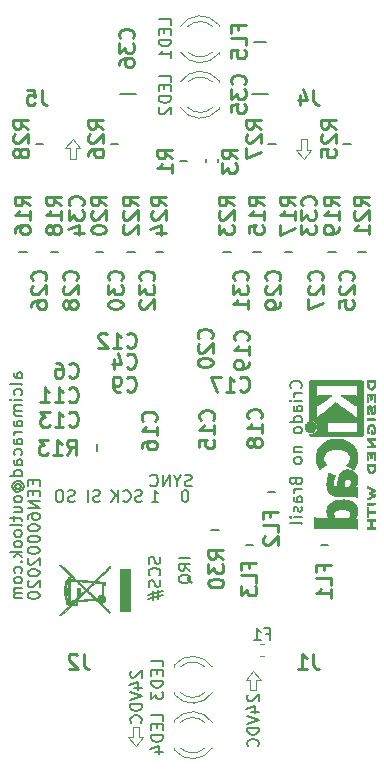
<source format=gbo>
G04 #@! TF.GenerationSoftware,KiCad,Pcbnew,(5.1.5)-3*
G04 #@! TF.CreationDate,2020-07-08T18:31:05-03:00*
G04 #@! TF.ProjectId,EEN60002020,45454e36-3030-4303-9230-32302e6b6963,rev?*
G04 #@! TF.SameCoordinates,Original*
G04 #@! TF.FileFunction,Legend,Bot*
G04 #@! TF.FilePolarity,Positive*
%FSLAX46Y46*%
G04 Gerber Fmt 4.6, Leading zero omitted, Abs format (unit mm)*
G04 Created by KiCad (PCBNEW (5.1.5)-3) date 2020-07-08 18:31:05*
%MOMM*%
%LPD*%
G04 APERTURE LIST*
%ADD10C,0.150000*%
%ADD11C,0.120000*%
%ADD12C,0.010000*%
%ADD13C,0.200000*%
%ADD14C,0.152400*%
%ADD15C,0.254000*%
G04 APERTURE END LIST*
D10*
X156468819Y-121278923D02*
X156421200Y-121326542D01*
X156373580Y-121421780D01*
X156373580Y-121659876D01*
X156421200Y-121755114D01*
X156468819Y-121802733D01*
X156564057Y-121850352D01*
X156659295Y-121850352D01*
X156802152Y-121802733D01*
X157373580Y-121231304D01*
X157373580Y-121850352D01*
X156706914Y-122707495D02*
X157373580Y-122707495D01*
X156325961Y-122469400D02*
X157040247Y-122231304D01*
X157040247Y-122850352D01*
X156373580Y-123088447D02*
X157373580Y-123421780D01*
X156373580Y-123755114D01*
X157373580Y-124088447D02*
X156373580Y-124088447D01*
X156373580Y-124326542D01*
X156421200Y-124469400D01*
X156516438Y-124564638D01*
X156611676Y-124612257D01*
X156802152Y-124659876D01*
X156945009Y-124659876D01*
X157135485Y-124612257D01*
X157230723Y-124564638D01*
X157325961Y-124469400D01*
X157373580Y-124326542D01*
X157373580Y-124088447D01*
X157278342Y-125659876D02*
X157325961Y-125612257D01*
X157373580Y-125469400D01*
X157373580Y-125374161D01*
X157325961Y-125231304D01*
X157230723Y-125136066D01*
X157135485Y-125088447D01*
X156945009Y-125040828D01*
X156802152Y-125040828D01*
X156611676Y-125088447D01*
X156516438Y-125136066D01*
X156421200Y-125231304D01*
X156373580Y-125374161D01*
X156373580Y-125469400D01*
X156421200Y-125612257D01*
X156468819Y-125659876D01*
X146562819Y-119272323D02*
X146515200Y-119319942D01*
X146467580Y-119415180D01*
X146467580Y-119653276D01*
X146515200Y-119748514D01*
X146562819Y-119796133D01*
X146658057Y-119843752D01*
X146753295Y-119843752D01*
X146896152Y-119796133D01*
X147467580Y-119224704D01*
X147467580Y-119843752D01*
X146800914Y-120700895D02*
X147467580Y-120700895D01*
X146419961Y-120462800D02*
X147134247Y-120224704D01*
X147134247Y-120843752D01*
X146467580Y-121081847D02*
X147467580Y-121415180D01*
X146467580Y-121748514D01*
X147467580Y-122081847D02*
X146467580Y-122081847D01*
X146467580Y-122319942D01*
X146515200Y-122462800D01*
X146610438Y-122558038D01*
X146705676Y-122605657D01*
X146896152Y-122653276D01*
X147039009Y-122653276D01*
X147229485Y-122605657D01*
X147324723Y-122558038D01*
X147419961Y-122462800D01*
X147467580Y-122319942D01*
X147467580Y-122081847D01*
X147372342Y-123653276D02*
X147419961Y-123605657D01*
X147467580Y-123462800D01*
X147467580Y-123367561D01*
X147419961Y-123224704D01*
X147324723Y-123129466D01*
X147229485Y-123081847D01*
X147039009Y-123034228D01*
X146896152Y-123034228D01*
X146705676Y-123081847D01*
X146610438Y-123129466D01*
X146515200Y-123224704D01*
X146467580Y-123367561D01*
X146467580Y-123462800D01*
X146515200Y-123605657D01*
X146562819Y-123653276D01*
D11*
X161798000Y-75133200D02*
X161163000Y-75895200D01*
X161417000Y-74244200D02*
X161417000Y-75133200D01*
X160528000Y-75133200D02*
X161163000Y-75895200D01*
X140970000Y-75006200D02*
X141605000Y-74244200D01*
X141351000Y-75895200D02*
X141859000Y-75895200D01*
X161417000Y-74244200D02*
X160909000Y-74244200D01*
X141859000Y-75895200D02*
X141859000Y-75006200D01*
X160909000Y-75133200D02*
X160528000Y-75133200D01*
X161417000Y-75133200D02*
X161798000Y-75133200D01*
X141859000Y-75006200D02*
X142240000Y-75006200D01*
X141351000Y-75006200D02*
X140970000Y-75006200D01*
X160909000Y-74244200D02*
X160909000Y-75133200D01*
X142240000Y-75006200D02*
X141605000Y-74244200D01*
X141351000Y-75895200D02*
X141351000Y-75006200D01*
X147218400Y-124866400D02*
X147599400Y-124866400D01*
X147218400Y-123977400D02*
X146710400Y-123977400D01*
X147218400Y-123977400D02*
X147218400Y-124866400D01*
X147599400Y-124866400D02*
X146964400Y-125628400D01*
X146710400Y-123977400D02*
X146710400Y-124866400D01*
X156641800Y-120904000D02*
X157149800Y-120904000D01*
X146329400Y-124866400D02*
X146964400Y-125628400D01*
X157530800Y-120015000D02*
X156895800Y-119253000D01*
X156260800Y-120015000D02*
X156895800Y-119253000D01*
X157149800Y-120015000D02*
X157530800Y-120015000D01*
X157149800Y-120904000D02*
X157149800Y-120015000D01*
X156641800Y-120015000D02*
X156260800Y-120015000D01*
X156641800Y-120904000D02*
X156641800Y-120015000D01*
X146710400Y-124866400D02*
X146329400Y-124866400D01*
D10*
X160910542Y-95333228D02*
X160958161Y-95285609D01*
X161005780Y-95142752D01*
X161005780Y-95047514D01*
X160958161Y-94904657D01*
X160862923Y-94809419D01*
X160767685Y-94761800D01*
X160577209Y-94714180D01*
X160434352Y-94714180D01*
X160243876Y-94761800D01*
X160148638Y-94809419D01*
X160053400Y-94904657D01*
X160005780Y-95047514D01*
X160005780Y-95142752D01*
X160053400Y-95285609D01*
X160101019Y-95333228D01*
X161005780Y-95761800D02*
X160339114Y-95761800D01*
X160529590Y-95761800D02*
X160434352Y-95809419D01*
X160386733Y-95857038D01*
X160339114Y-95952276D01*
X160339114Y-96047514D01*
X161005780Y-96380847D02*
X160339114Y-96380847D01*
X160005780Y-96380847D02*
X160053400Y-96333228D01*
X160101019Y-96380847D01*
X160053400Y-96428466D01*
X160005780Y-96380847D01*
X160101019Y-96380847D01*
X161005780Y-97285609D02*
X160481971Y-97285609D01*
X160386733Y-97237990D01*
X160339114Y-97142752D01*
X160339114Y-96952276D01*
X160386733Y-96857038D01*
X160958161Y-97285609D02*
X161005780Y-97190371D01*
X161005780Y-96952276D01*
X160958161Y-96857038D01*
X160862923Y-96809419D01*
X160767685Y-96809419D01*
X160672447Y-96857038D01*
X160624828Y-96952276D01*
X160624828Y-97190371D01*
X160577209Y-97285609D01*
X161005780Y-98190371D02*
X160005780Y-98190371D01*
X160958161Y-98190371D02*
X161005780Y-98095133D01*
X161005780Y-97904657D01*
X160958161Y-97809419D01*
X160910542Y-97761800D01*
X160815304Y-97714180D01*
X160529590Y-97714180D01*
X160434352Y-97761800D01*
X160386733Y-97809419D01*
X160339114Y-97904657D01*
X160339114Y-98095133D01*
X160386733Y-98190371D01*
X161005780Y-98809419D02*
X160958161Y-98714180D01*
X160910542Y-98666561D01*
X160815304Y-98618942D01*
X160529590Y-98618942D01*
X160434352Y-98666561D01*
X160386733Y-98714180D01*
X160339114Y-98809419D01*
X160339114Y-98952276D01*
X160386733Y-99047514D01*
X160434352Y-99095133D01*
X160529590Y-99142752D01*
X160815304Y-99142752D01*
X160910542Y-99095133D01*
X160958161Y-99047514D01*
X161005780Y-98952276D01*
X161005780Y-98809419D01*
X160339114Y-100333228D02*
X161005780Y-100333228D01*
X160434352Y-100333228D02*
X160386733Y-100380847D01*
X160339114Y-100476085D01*
X160339114Y-100618942D01*
X160386733Y-100714180D01*
X160481971Y-100761800D01*
X161005780Y-100761800D01*
X161005780Y-101380847D02*
X160958161Y-101285609D01*
X160910542Y-101237990D01*
X160815304Y-101190371D01*
X160529590Y-101190371D01*
X160434352Y-101237990D01*
X160386733Y-101285609D01*
X160339114Y-101380847D01*
X160339114Y-101523704D01*
X160386733Y-101618942D01*
X160434352Y-101666561D01*
X160529590Y-101714180D01*
X160815304Y-101714180D01*
X160910542Y-101666561D01*
X160958161Y-101618942D01*
X161005780Y-101523704D01*
X161005780Y-101380847D01*
X160481971Y-103237990D02*
X160529590Y-103380847D01*
X160577209Y-103428466D01*
X160672447Y-103476085D01*
X160815304Y-103476085D01*
X160910542Y-103428466D01*
X160958161Y-103380847D01*
X161005780Y-103285609D01*
X161005780Y-102904657D01*
X160005780Y-102904657D01*
X160005780Y-103237990D01*
X160053400Y-103333228D01*
X160101019Y-103380847D01*
X160196257Y-103428466D01*
X160291495Y-103428466D01*
X160386733Y-103380847D01*
X160434352Y-103333228D01*
X160481971Y-103237990D01*
X160481971Y-102904657D01*
X161005780Y-103904657D02*
X160339114Y-103904657D01*
X160529590Y-103904657D02*
X160434352Y-103952276D01*
X160386733Y-103999895D01*
X160339114Y-104095133D01*
X160339114Y-104190371D01*
X161005780Y-104952276D02*
X160481971Y-104952276D01*
X160386733Y-104904657D01*
X160339114Y-104809419D01*
X160339114Y-104618942D01*
X160386733Y-104523704D01*
X160958161Y-104952276D02*
X161005780Y-104857038D01*
X161005780Y-104618942D01*
X160958161Y-104523704D01*
X160862923Y-104476085D01*
X160767685Y-104476085D01*
X160672447Y-104523704D01*
X160624828Y-104618942D01*
X160624828Y-104857038D01*
X160577209Y-104952276D01*
X160958161Y-105380847D02*
X161005780Y-105476085D01*
X161005780Y-105666561D01*
X160958161Y-105761800D01*
X160862923Y-105809419D01*
X160815304Y-105809419D01*
X160720066Y-105761800D01*
X160672447Y-105666561D01*
X160672447Y-105523704D01*
X160624828Y-105428466D01*
X160529590Y-105380847D01*
X160481971Y-105380847D01*
X160386733Y-105428466D01*
X160339114Y-105523704D01*
X160339114Y-105666561D01*
X160386733Y-105761800D01*
X161005780Y-106237990D02*
X160339114Y-106237990D01*
X160005780Y-106237990D02*
X160053400Y-106190371D01*
X160101019Y-106237990D01*
X160053400Y-106285609D01*
X160005780Y-106237990D01*
X160101019Y-106237990D01*
X161005780Y-106857038D02*
X160958161Y-106761800D01*
X160862923Y-106714180D01*
X160005780Y-106714180D01*
X138282371Y-103102400D02*
X138282371Y-103435733D01*
X138806180Y-103578590D02*
X138806180Y-103102400D01*
X137806180Y-103102400D01*
X137806180Y-103578590D01*
X138282371Y-104007161D02*
X138282371Y-104340495D01*
X138806180Y-104483352D02*
X138806180Y-104007161D01*
X137806180Y-104007161D01*
X137806180Y-104483352D01*
X138806180Y-104911923D02*
X137806180Y-104911923D01*
X138806180Y-105483352D01*
X137806180Y-105483352D01*
X137806180Y-106388114D02*
X137806180Y-106197638D01*
X137853800Y-106102400D01*
X137901419Y-106054780D01*
X138044276Y-105959542D01*
X138234752Y-105911923D01*
X138615704Y-105911923D01*
X138710942Y-105959542D01*
X138758561Y-106007161D01*
X138806180Y-106102400D01*
X138806180Y-106292876D01*
X138758561Y-106388114D01*
X138710942Y-106435733D01*
X138615704Y-106483352D01*
X138377609Y-106483352D01*
X138282371Y-106435733D01*
X138234752Y-106388114D01*
X138187133Y-106292876D01*
X138187133Y-106102400D01*
X138234752Y-106007161D01*
X138282371Y-105959542D01*
X138377609Y-105911923D01*
X137806180Y-107102400D02*
X137806180Y-107197638D01*
X137853800Y-107292876D01*
X137901419Y-107340495D01*
X137996657Y-107388114D01*
X138187133Y-107435733D01*
X138425228Y-107435733D01*
X138615704Y-107388114D01*
X138710942Y-107340495D01*
X138758561Y-107292876D01*
X138806180Y-107197638D01*
X138806180Y-107102400D01*
X138758561Y-107007161D01*
X138710942Y-106959542D01*
X138615704Y-106911923D01*
X138425228Y-106864304D01*
X138187133Y-106864304D01*
X137996657Y-106911923D01*
X137901419Y-106959542D01*
X137853800Y-107007161D01*
X137806180Y-107102400D01*
X137806180Y-108054780D02*
X137806180Y-108150019D01*
X137853800Y-108245257D01*
X137901419Y-108292876D01*
X137996657Y-108340495D01*
X138187133Y-108388114D01*
X138425228Y-108388114D01*
X138615704Y-108340495D01*
X138710942Y-108292876D01*
X138758561Y-108245257D01*
X138806180Y-108150019D01*
X138806180Y-108054780D01*
X138758561Y-107959542D01*
X138710942Y-107911923D01*
X138615704Y-107864304D01*
X138425228Y-107816685D01*
X138187133Y-107816685D01*
X137996657Y-107864304D01*
X137901419Y-107911923D01*
X137853800Y-107959542D01*
X137806180Y-108054780D01*
X137806180Y-109007161D02*
X137806180Y-109102400D01*
X137853800Y-109197638D01*
X137901419Y-109245257D01*
X137996657Y-109292876D01*
X138187133Y-109340495D01*
X138425228Y-109340495D01*
X138615704Y-109292876D01*
X138710942Y-109245257D01*
X138758561Y-109197638D01*
X138806180Y-109102400D01*
X138806180Y-109007161D01*
X138758561Y-108911923D01*
X138710942Y-108864304D01*
X138615704Y-108816685D01*
X138425228Y-108769066D01*
X138187133Y-108769066D01*
X137996657Y-108816685D01*
X137901419Y-108864304D01*
X137853800Y-108911923D01*
X137806180Y-109007161D01*
X137901419Y-109721447D02*
X137853800Y-109769066D01*
X137806180Y-109864304D01*
X137806180Y-110102400D01*
X137853800Y-110197638D01*
X137901419Y-110245257D01*
X137996657Y-110292876D01*
X138091895Y-110292876D01*
X138234752Y-110245257D01*
X138806180Y-109673828D01*
X138806180Y-110292876D01*
X137806180Y-110911923D02*
X137806180Y-111007161D01*
X137853800Y-111102400D01*
X137901419Y-111150019D01*
X137996657Y-111197638D01*
X138187133Y-111245257D01*
X138425228Y-111245257D01*
X138615704Y-111197638D01*
X138710942Y-111150019D01*
X138758561Y-111102400D01*
X138806180Y-111007161D01*
X138806180Y-110911923D01*
X138758561Y-110816685D01*
X138710942Y-110769066D01*
X138615704Y-110721447D01*
X138425228Y-110673828D01*
X138187133Y-110673828D01*
X137996657Y-110721447D01*
X137901419Y-110769066D01*
X137853800Y-110816685D01*
X137806180Y-110911923D01*
X137901419Y-111626209D02*
X137853800Y-111673828D01*
X137806180Y-111769066D01*
X137806180Y-112007161D01*
X137853800Y-112102400D01*
X137901419Y-112150019D01*
X137996657Y-112197638D01*
X138091895Y-112197638D01*
X138234752Y-112150019D01*
X138806180Y-111578590D01*
X138806180Y-112197638D01*
X137806180Y-112816685D02*
X137806180Y-112911923D01*
X137853800Y-113007161D01*
X137901419Y-113054780D01*
X137996657Y-113102400D01*
X138187133Y-113150019D01*
X138425228Y-113150019D01*
X138615704Y-113102400D01*
X138710942Y-113054780D01*
X138758561Y-113007161D01*
X138806180Y-112911923D01*
X138806180Y-112816685D01*
X138758561Y-112721447D01*
X138710942Y-112673828D01*
X138615704Y-112626209D01*
X138425228Y-112578590D01*
X138187133Y-112578590D01*
X137996657Y-112626209D01*
X137901419Y-112673828D01*
X137853800Y-112721447D01*
X137806180Y-112816685D01*
X137307580Y-94462152D02*
X136783771Y-94462152D01*
X136688533Y-94414533D01*
X136640914Y-94319295D01*
X136640914Y-94128819D01*
X136688533Y-94033580D01*
X137259961Y-94462152D02*
X137307580Y-94366914D01*
X137307580Y-94128819D01*
X137259961Y-94033580D01*
X137164723Y-93985961D01*
X137069485Y-93985961D01*
X136974247Y-94033580D01*
X136926628Y-94128819D01*
X136926628Y-94366914D01*
X136879009Y-94462152D01*
X137307580Y-95081200D02*
X137259961Y-94985961D01*
X137164723Y-94938342D01*
X136307580Y-94938342D01*
X137259961Y-95890723D02*
X137307580Y-95795485D01*
X137307580Y-95605009D01*
X137259961Y-95509771D01*
X137212342Y-95462152D01*
X137117104Y-95414533D01*
X136831390Y-95414533D01*
X136736152Y-95462152D01*
X136688533Y-95509771D01*
X136640914Y-95605009D01*
X136640914Y-95795485D01*
X136688533Y-95890723D01*
X137307580Y-96319295D02*
X136640914Y-96319295D01*
X136307580Y-96319295D02*
X136355200Y-96271676D01*
X136402819Y-96319295D01*
X136355200Y-96366914D01*
X136307580Y-96319295D01*
X136402819Y-96319295D01*
X137307580Y-96795485D02*
X136640914Y-96795485D01*
X136736152Y-96795485D02*
X136688533Y-96843104D01*
X136640914Y-96938342D01*
X136640914Y-97081200D01*
X136688533Y-97176438D01*
X136783771Y-97224057D01*
X137307580Y-97224057D01*
X136783771Y-97224057D02*
X136688533Y-97271676D01*
X136640914Y-97366914D01*
X136640914Y-97509771D01*
X136688533Y-97605009D01*
X136783771Y-97652628D01*
X137307580Y-97652628D01*
X137307580Y-98557390D02*
X136783771Y-98557390D01*
X136688533Y-98509771D01*
X136640914Y-98414533D01*
X136640914Y-98224057D01*
X136688533Y-98128819D01*
X137259961Y-98557390D02*
X137307580Y-98462152D01*
X137307580Y-98224057D01*
X137259961Y-98128819D01*
X137164723Y-98081200D01*
X137069485Y-98081200D01*
X136974247Y-98128819D01*
X136926628Y-98224057D01*
X136926628Y-98462152D01*
X136879009Y-98557390D01*
X137307580Y-99033580D02*
X136640914Y-99033580D01*
X136831390Y-99033580D02*
X136736152Y-99081200D01*
X136688533Y-99128819D01*
X136640914Y-99224057D01*
X136640914Y-99319295D01*
X137307580Y-100081200D02*
X136783771Y-100081200D01*
X136688533Y-100033580D01*
X136640914Y-99938342D01*
X136640914Y-99747866D01*
X136688533Y-99652628D01*
X137259961Y-100081200D02*
X137307580Y-99985961D01*
X137307580Y-99747866D01*
X137259961Y-99652628D01*
X137164723Y-99605009D01*
X137069485Y-99605009D01*
X136974247Y-99652628D01*
X136926628Y-99747866D01*
X136926628Y-99985961D01*
X136879009Y-100081200D01*
X137259961Y-100985961D02*
X137307580Y-100890723D01*
X137307580Y-100700247D01*
X137259961Y-100605009D01*
X137212342Y-100557390D01*
X137117104Y-100509771D01*
X136831390Y-100509771D01*
X136736152Y-100557390D01*
X136688533Y-100605009D01*
X136640914Y-100700247D01*
X136640914Y-100890723D01*
X136688533Y-100985961D01*
X137307580Y-101843104D02*
X136783771Y-101843104D01*
X136688533Y-101795485D01*
X136640914Y-101700247D01*
X136640914Y-101509771D01*
X136688533Y-101414533D01*
X137259961Y-101843104D02*
X137307580Y-101747866D01*
X137307580Y-101509771D01*
X137259961Y-101414533D01*
X137164723Y-101366914D01*
X137069485Y-101366914D01*
X136974247Y-101414533D01*
X136926628Y-101509771D01*
X136926628Y-101747866D01*
X136879009Y-101843104D01*
X137307580Y-102747866D02*
X136307580Y-102747866D01*
X137259961Y-102747866D02*
X137307580Y-102652628D01*
X137307580Y-102462152D01*
X137259961Y-102366914D01*
X137212342Y-102319295D01*
X137117104Y-102271676D01*
X136831390Y-102271676D01*
X136736152Y-102319295D01*
X136688533Y-102366914D01*
X136640914Y-102462152D01*
X136640914Y-102652628D01*
X136688533Y-102747866D01*
X136831390Y-103843104D02*
X136783771Y-103795485D01*
X136736152Y-103700247D01*
X136736152Y-103605009D01*
X136783771Y-103509771D01*
X136831390Y-103462152D01*
X136926628Y-103414533D01*
X137021866Y-103414533D01*
X137117104Y-103462152D01*
X137164723Y-103509771D01*
X137212342Y-103605009D01*
X137212342Y-103700247D01*
X137164723Y-103795485D01*
X137117104Y-103843104D01*
X136736152Y-103843104D02*
X137117104Y-103843104D01*
X137164723Y-103890723D01*
X137164723Y-103938342D01*
X137117104Y-104033580D01*
X137021866Y-104081200D01*
X136783771Y-104081200D01*
X136640914Y-103985961D01*
X136545676Y-103843104D01*
X136498057Y-103652628D01*
X136545676Y-103462152D01*
X136640914Y-103319295D01*
X136783771Y-103224057D01*
X136974247Y-103176438D01*
X137164723Y-103224057D01*
X137307580Y-103319295D01*
X137402819Y-103462152D01*
X137450438Y-103652628D01*
X137402819Y-103843104D01*
X137307580Y-103985961D01*
X137307580Y-104652628D02*
X137259961Y-104557390D01*
X137212342Y-104509771D01*
X137117104Y-104462152D01*
X136831390Y-104462152D01*
X136736152Y-104509771D01*
X136688533Y-104557390D01*
X136640914Y-104652628D01*
X136640914Y-104795485D01*
X136688533Y-104890723D01*
X136736152Y-104938342D01*
X136831390Y-104985961D01*
X137117104Y-104985961D01*
X137212342Y-104938342D01*
X137259961Y-104890723D01*
X137307580Y-104795485D01*
X137307580Y-104652628D01*
X136640914Y-105843104D02*
X137307580Y-105843104D01*
X136640914Y-105414533D02*
X137164723Y-105414533D01*
X137259961Y-105462152D01*
X137307580Y-105557390D01*
X137307580Y-105700247D01*
X137259961Y-105795485D01*
X137212342Y-105843104D01*
X136640914Y-106176438D02*
X136640914Y-106557390D01*
X136307580Y-106319295D02*
X137164723Y-106319295D01*
X137259961Y-106366914D01*
X137307580Y-106462152D01*
X137307580Y-106557390D01*
X137307580Y-107033580D02*
X137259961Y-106938342D01*
X137164723Y-106890723D01*
X136307580Y-106890723D01*
X137307580Y-107557390D02*
X137259961Y-107462152D01*
X137212342Y-107414533D01*
X137117104Y-107366914D01*
X136831390Y-107366914D01*
X136736152Y-107414533D01*
X136688533Y-107462152D01*
X136640914Y-107557390D01*
X136640914Y-107700247D01*
X136688533Y-107795485D01*
X136736152Y-107843104D01*
X136831390Y-107890723D01*
X137117104Y-107890723D01*
X137212342Y-107843104D01*
X137259961Y-107795485D01*
X137307580Y-107700247D01*
X137307580Y-107557390D01*
X137307580Y-108462152D02*
X137259961Y-108366914D01*
X137212342Y-108319295D01*
X137117104Y-108271676D01*
X136831390Y-108271676D01*
X136736152Y-108319295D01*
X136688533Y-108366914D01*
X136640914Y-108462152D01*
X136640914Y-108605009D01*
X136688533Y-108700247D01*
X136736152Y-108747866D01*
X136831390Y-108795485D01*
X137117104Y-108795485D01*
X137212342Y-108747866D01*
X137259961Y-108700247D01*
X137307580Y-108605009D01*
X137307580Y-108462152D01*
X137307580Y-109224057D02*
X136307580Y-109224057D01*
X136926628Y-109319295D02*
X137307580Y-109605009D01*
X136640914Y-109605009D02*
X137021866Y-109224057D01*
X137212342Y-110033580D02*
X137259961Y-110081200D01*
X137307580Y-110033580D01*
X137259961Y-109985961D01*
X137212342Y-110033580D01*
X137307580Y-110033580D01*
X137259961Y-110938342D02*
X137307580Y-110843104D01*
X137307580Y-110652628D01*
X137259961Y-110557390D01*
X137212342Y-110509771D01*
X137117104Y-110462152D01*
X136831390Y-110462152D01*
X136736152Y-110509771D01*
X136688533Y-110557390D01*
X136640914Y-110652628D01*
X136640914Y-110843104D01*
X136688533Y-110938342D01*
X137307580Y-111509771D02*
X137259961Y-111414533D01*
X137212342Y-111366914D01*
X137117104Y-111319295D01*
X136831390Y-111319295D01*
X136736152Y-111366914D01*
X136688533Y-111414533D01*
X136640914Y-111509771D01*
X136640914Y-111652628D01*
X136688533Y-111747866D01*
X136736152Y-111795485D01*
X136831390Y-111843104D01*
X137117104Y-111843104D01*
X137212342Y-111795485D01*
X137259961Y-111747866D01*
X137307580Y-111652628D01*
X137307580Y-111509771D01*
X137307580Y-112271676D02*
X136640914Y-112271676D01*
X136736152Y-112271676D02*
X136688533Y-112319295D01*
X136640914Y-112414533D01*
X136640914Y-112557390D01*
X136688533Y-112652628D01*
X136783771Y-112700247D01*
X137307580Y-112700247D01*
X136783771Y-112700247D02*
X136688533Y-112747866D01*
X136640914Y-112843104D01*
X136640914Y-112985961D01*
X136688533Y-113081200D01*
X136783771Y-113128819D01*
X137307580Y-113128819D01*
X151674295Y-103604961D02*
X151531438Y-103652580D01*
X151293342Y-103652580D01*
X151198104Y-103604961D01*
X151150485Y-103557342D01*
X151102866Y-103462104D01*
X151102866Y-103366866D01*
X151150485Y-103271628D01*
X151198104Y-103224009D01*
X151293342Y-103176390D01*
X151483819Y-103128771D01*
X151579057Y-103081152D01*
X151626676Y-103033533D01*
X151674295Y-102938295D01*
X151674295Y-102843057D01*
X151626676Y-102747819D01*
X151579057Y-102700200D01*
X151483819Y-102652580D01*
X151245723Y-102652580D01*
X151102866Y-102700200D01*
X150483819Y-103176390D02*
X150483819Y-103652580D01*
X150817152Y-102652580D02*
X150483819Y-103176390D01*
X150150485Y-102652580D01*
X149817152Y-103652580D02*
X149817152Y-102652580D01*
X149245723Y-103652580D01*
X149245723Y-102652580D01*
X148198104Y-103557342D02*
X148245723Y-103604961D01*
X148388580Y-103652580D01*
X148483819Y-103652580D01*
X148626676Y-103604961D01*
X148721914Y-103509723D01*
X148769533Y-103414485D01*
X148817152Y-103224009D01*
X148817152Y-103081152D01*
X148769533Y-102890676D01*
X148721914Y-102795438D01*
X148626676Y-102700200D01*
X148483819Y-102652580D01*
X148388580Y-102652580D01*
X148245723Y-102700200D01*
X148198104Y-102747819D01*
X151177619Y-103947980D02*
X151082380Y-103947980D01*
X150987142Y-103995600D01*
X150939523Y-104043219D01*
X150891904Y-104138457D01*
X150844285Y-104328933D01*
X150844285Y-104567028D01*
X150891904Y-104757504D01*
X150939523Y-104852742D01*
X150987142Y-104900361D01*
X151082380Y-104947980D01*
X151177619Y-104947980D01*
X151272857Y-104900361D01*
X151320476Y-104852742D01*
X151368095Y-104757504D01*
X151415714Y-104567028D01*
X151415714Y-104328933D01*
X151368095Y-104138457D01*
X151320476Y-104043219D01*
X151272857Y-103995600D01*
X151177619Y-103947980D01*
X148304285Y-104947980D02*
X148875714Y-104947980D01*
X148590000Y-104947980D02*
X148590000Y-103947980D01*
X148685238Y-104090838D01*
X148780476Y-104186076D01*
X148875714Y-104233695D01*
X148994761Y-109617095D02*
X149042380Y-109759952D01*
X149042380Y-109998047D01*
X148994761Y-110093285D01*
X148947142Y-110140904D01*
X148851904Y-110188523D01*
X148756666Y-110188523D01*
X148661428Y-110140904D01*
X148613809Y-110093285D01*
X148566190Y-109998047D01*
X148518571Y-109807571D01*
X148470952Y-109712333D01*
X148423333Y-109664714D01*
X148328095Y-109617095D01*
X148232857Y-109617095D01*
X148137619Y-109664714D01*
X148090000Y-109712333D01*
X148042380Y-109807571D01*
X148042380Y-110045666D01*
X148090000Y-110188523D01*
X148947142Y-111188523D02*
X148994761Y-111140904D01*
X149042380Y-110998047D01*
X149042380Y-110902809D01*
X148994761Y-110759952D01*
X148899523Y-110664714D01*
X148804285Y-110617095D01*
X148613809Y-110569476D01*
X148470952Y-110569476D01*
X148280476Y-110617095D01*
X148185238Y-110664714D01*
X148090000Y-110759952D01*
X148042380Y-110902809D01*
X148042380Y-110998047D01*
X148090000Y-111140904D01*
X148137619Y-111188523D01*
X148994761Y-111569476D02*
X149042380Y-111712333D01*
X149042380Y-111950428D01*
X148994761Y-112045666D01*
X148947142Y-112093285D01*
X148851904Y-112140904D01*
X148756666Y-112140904D01*
X148661428Y-112093285D01*
X148613809Y-112045666D01*
X148566190Y-111950428D01*
X148518571Y-111759952D01*
X148470952Y-111664714D01*
X148423333Y-111617095D01*
X148328095Y-111569476D01*
X148232857Y-111569476D01*
X148137619Y-111617095D01*
X148090000Y-111664714D01*
X148042380Y-111759952D01*
X148042380Y-111998047D01*
X148090000Y-112140904D01*
X148375714Y-112521857D02*
X148375714Y-113236142D01*
X147947142Y-112807571D02*
X149232857Y-112521857D01*
X148804285Y-113140904D02*
X148804285Y-112426619D01*
X149232857Y-112855190D02*
X147947142Y-113140904D01*
X151582380Y-109720190D02*
X150582380Y-109720190D01*
X151582380Y-110767809D02*
X151106190Y-110434476D01*
X151582380Y-110196380D02*
X150582380Y-110196380D01*
X150582380Y-110577333D01*
X150630000Y-110672571D01*
X150677619Y-110720190D01*
X150772857Y-110767809D01*
X150915714Y-110767809D01*
X151010952Y-110720190D01*
X151058571Y-110672571D01*
X151106190Y-110577333D01*
X151106190Y-110196380D01*
X151677619Y-111863047D02*
X151630000Y-111767809D01*
X151534761Y-111672571D01*
X151391904Y-111529714D01*
X151344285Y-111434476D01*
X151344285Y-111339238D01*
X151582380Y-111386857D02*
X151534761Y-111291619D01*
X151439523Y-111196380D01*
X151249047Y-111148761D01*
X150915714Y-111148761D01*
X150725238Y-111196380D01*
X150630000Y-111291619D01*
X150582380Y-111386857D01*
X150582380Y-111577333D01*
X150630000Y-111672571D01*
X150725238Y-111767809D01*
X150915714Y-111815428D01*
X151249047Y-111815428D01*
X151439523Y-111767809D01*
X151534761Y-111672571D01*
X151582380Y-111577333D01*
X151582380Y-111386857D01*
X147462714Y-104900361D02*
X147319857Y-104947980D01*
X147081761Y-104947980D01*
X146986523Y-104900361D01*
X146938904Y-104852742D01*
X146891285Y-104757504D01*
X146891285Y-104662266D01*
X146938904Y-104567028D01*
X146986523Y-104519409D01*
X147081761Y-104471790D01*
X147272238Y-104424171D01*
X147367476Y-104376552D01*
X147415095Y-104328933D01*
X147462714Y-104233695D01*
X147462714Y-104138457D01*
X147415095Y-104043219D01*
X147367476Y-103995600D01*
X147272238Y-103947980D01*
X147034142Y-103947980D01*
X146891285Y-103995600D01*
X145891285Y-104852742D02*
X145938904Y-104900361D01*
X146081761Y-104947980D01*
X146177000Y-104947980D01*
X146319857Y-104900361D01*
X146415095Y-104805123D01*
X146462714Y-104709885D01*
X146510333Y-104519409D01*
X146510333Y-104376552D01*
X146462714Y-104186076D01*
X146415095Y-104090838D01*
X146319857Y-103995600D01*
X146177000Y-103947980D01*
X146081761Y-103947980D01*
X145938904Y-103995600D01*
X145891285Y-104043219D01*
X145462714Y-104947980D02*
X145462714Y-103947980D01*
X144891285Y-104947980D02*
X145319857Y-104376552D01*
X144891285Y-103947980D02*
X145462714Y-104519409D01*
X143906809Y-104900361D02*
X143763952Y-104947980D01*
X143525857Y-104947980D01*
X143430619Y-104900361D01*
X143383000Y-104852742D01*
X143335380Y-104757504D01*
X143335380Y-104662266D01*
X143383000Y-104567028D01*
X143430619Y-104519409D01*
X143525857Y-104471790D01*
X143716333Y-104424171D01*
X143811571Y-104376552D01*
X143859190Y-104328933D01*
X143906809Y-104233695D01*
X143906809Y-104138457D01*
X143859190Y-104043219D01*
X143811571Y-103995600D01*
X143716333Y-103947980D01*
X143478238Y-103947980D01*
X143335380Y-103995600D01*
X142906809Y-104947980D02*
X142906809Y-103947980D01*
X141779523Y-104900361D02*
X141636666Y-104947980D01*
X141398571Y-104947980D01*
X141303333Y-104900361D01*
X141255714Y-104852742D01*
X141208095Y-104757504D01*
X141208095Y-104662266D01*
X141255714Y-104567028D01*
X141303333Y-104519409D01*
X141398571Y-104471790D01*
X141589047Y-104424171D01*
X141684285Y-104376552D01*
X141731904Y-104328933D01*
X141779523Y-104233695D01*
X141779523Y-104138457D01*
X141731904Y-104043219D01*
X141684285Y-103995600D01*
X141589047Y-103947980D01*
X141350952Y-103947980D01*
X141208095Y-103995600D01*
X140589047Y-103947980D02*
X140398571Y-103947980D01*
X140303333Y-103995600D01*
X140208095Y-104090838D01*
X140160476Y-104281314D01*
X140160476Y-104614647D01*
X140208095Y-104805123D01*
X140303333Y-104900361D01*
X140398571Y-104947980D01*
X140589047Y-104947980D01*
X140684285Y-104900361D01*
X140779523Y-104805123D01*
X140827142Y-104614647D01*
X140827142Y-104281314D01*
X140779523Y-104090838D01*
X140684285Y-103995600D01*
X140589047Y-103947980D01*
D11*
X157495021Y-116965000D02*
X157820579Y-116965000D01*
X157495021Y-117985000D02*
X157820579Y-117985000D01*
D12*
G36*
X146502422Y-114193622D02*
G01*
X146502422Y-110672829D01*
X145634798Y-110672829D01*
X145634798Y-114193622D01*
X146502422Y-114193622D01*
G37*
X146502422Y-114193622D02*
X146502422Y-110672829D01*
X145634798Y-110672829D01*
X145634798Y-114193622D01*
X146502422Y-114193622D01*
G36*
X140549448Y-114570230D02*
G01*
X140636531Y-114569611D01*
X141095491Y-114117886D01*
X141554452Y-113666161D01*
X141765071Y-113665832D01*
X141975689Y-113665503D01*
X141975689Y-113390410D01*
X142029130Y-113383322D01*
X142053488Y-113380638D01*
X142099359Y-113376113D01*
X142164005Y-113369991D01*
X142244691Y-113362512D01*
X142338681Y-113353919D01*
X142443237Y-113344454D01*
X142555625Y-113334358D01*
X142673107Y-113323874D01*
X142792948Y-113313244D01*
X142912411Y-113302709D01*
X143028759Y-113292513D01*
X143139257Y-113282895D01*
X143241169Y-113274100D01*
X143331758Y-113266368D01*
X143408287Y-113259942D01*
X143468021Y-113255063D01*
X143508224Y-113251975D01*
X143526159Y-113250917D01*
X143526244Y-113250918D01*
X143540635Y-113258627D01*
X143570348Y-113281781D01*
X143615731Y-113320695D01*
X143677129Y-113375684D01*
X143754888Y-113447064D01*
X143849354Y-113535149D01*
X143960872Y-113640254D01*
X144089788Y-113762695D01*
X144125887Y-113797110D01*
X144698016Y-114342937D01*
X144786036Y-114254681D01*
X144708358Y-114183285D01*
X144680286Y-114157166D01*
X144636874Y-114116366D01*
X144580966Y-114063577D01*
X144515408Y-114001491D01*
X144443041Y-113932800D01*
X144366712Y-113860196D01*
X144321124Y-113816760D01*
X144235719Y-113735216D01*
X144167310Y-113669304D01*
X144114653Y-113617344D01*
X144076505Y-113577655D01*
X144051620Y-113548557D01*
X144038756Y-113528369D01*
X144036668Y-113515410D01*
X144044113Y-113508000D01*
X144059846Y-113504458D01*
X144082623Y-113503103D01*
X144088839Y-113502921D01*
X144131661Y-113493503D01*
X144183419Y-113470297D01*
X144235928Y-113437936D01*
X144281003Y-113401052D01*
X144294928Y-113386293D01*
X144343647Y-113310567D01*
X144370906Y-113222108D01*
X144377373Y-113143900D01*
X144365176Y-113055268D01*
X144329413Y-112973412D01*
X144271322Y-112900964D01*
X144256862Y-112887597D01*
X144201333Y-112838718D01*
X144201333Y-111993126D01*
X144377373Y-111993126D01*
X144377373Y-111766790D01*
X144295131Y-111766790D01*
X144238986Y-111763950D01*
X144200016Y-111754407D01*
X144178819Y-111742809D01*
X144163652Y-111734523D01*
X144141662Y-111727427D01*
X144109587Y-111721052D01*
X144064169Y-111714928D01*
X144002148Y-111708584D01*
X143920262Y-111701550D01*
X143859346Y-111696734D01*
X143573943Y-111674639D01*
X144123405Y-111132235D01*
X144222828Y-111034163D01*
X144318415Y-110940016D01*
X144408410Y-110851515D01*
X144491057Y-110770380D01*
X144564601Y-110698331D01*
X144627284Y-110637088D01*
X144677352Y-110588373D01*
X144713048Y-110553904D01*
X144732595Y-110535421D01*
X144763544Y-110505057D01*
X144785130Y-110479729D01*
X144792323Y-110466105D01*
X144783897Y-110448705D01*
X144762845Y-110423340D01*
X144754271Y-110414742D01*
X144716220Y-110378286D01*
X144512258Y-110578998D01*
X144460299Y-110630204D01*
X144393420Y-110696231D01*
X144314550Y-110774182D01*
X144226614Y-110861162D01*
X144132541Y-110954274D01*
X144035258Y-111050621D01*
X143937693Y-111147308D01*
X143867745Y-111216666D01*
X143761150Y-111322097D01*
X143670907Y-111410671D01*
X143595792Y-111483519D01*
X143534586Y-111541777D01*
X143486066Y-111586575D01*
X143460729Y-111608779D01*
X143460729Y-111787076D01*
X143746155Y-111809399D01*
X143829819Y-111816131D01*
X143906327Y-111822643D01*
X143971681Y-111828566D01*
X144021881Y-111833532D01*
X144052929Y-111837171D01*
X144059873Y-111838342D01*
X144088165Y-111844962D01*
X144088165Y-112794436D01*
X144009206Y-112800774D01*
X143915915Y-112819910D01*
X143833391Y-112859954D01*
X143764638Y-112918382D01*
X143712663Y-112992671D01*
X143681463Y-113076052D01*
X143666828Y-113103102D01*
X143635419Y-113116644D01*
X143634034Y-113116928D01*
X143620774Y-113118553D01*
X143607195Y-113116544D01*
X143590781Y-113108942D01*
X143569011Y-113093784D01*
X143539367Y-113069112D01*
X143499332Y-113032964D01*
X143446385Y-112983380D01*
X143378009Y-112918399D01*
X143373605Y-112914201D01*
X143300211Y-112844307D01*
X143222037Y-112770000D01*
X143144464Y-112696386D01*
X143072875Y-112628571D01*
X143012651Y-112571660D01*
X142999187Y-112558968D01*
X142948420Y-112510313D01*
X142904975Y-112467091D01*
X142871841Y-112432405D01*
X142852005Y-112409356D01*
X142847646Y-112401618D01*
X142856770Y-112390078D01*
X142881800Y-112363090D01*
X142920652Y-112322779D01*
X142971243Y-112271271D01*
X143031488Y-112210691D01*
X143099304Y-112143164D01*
X143155165Y-112087974D01*
X143460729Y-111787076D01*
X143460729Y-111608779D01*
X143449011Y-111619049D01*
X143422199Y-111640329D01*
X143404408Y-111651549D01*
X143396170Y-111654046D01*
X143378190Y-111653100D01*
X143337492Y-111650227D01*
X143276419Y-111645613D01*
X143197313Y-111639442D01*
X143102514Y-111631902D01*
X142994367Y-111623179D01*
X142875212Y-111613457D01*
X142747391Y-111602924D01*
X142645235Y-111594435D01*
X142069274Y-111546404D01*
X142069274Y-111669995D01*
X142081704Y-111670527D01*
X142116710Y-111673031D01*
X142171815Y-111677304D01*
X142244543Y-111683147D01*
X142332414Y-111690357D01*
X142432951Y-111698734D01*
X142543677Y-111708077D01*
X142648805Y-111717042D01*
X142768083Y-111727198D01*
X142880680Y-111736658D01*
X142983905Y-111745204D01*
X143075073Y-111752621D01*
X143151495Y-111758692D01*
X143210483Y-111763199D01*
X143249349Y-111765927D01*
X143264444Y-111766684D01*
X143273838Y-111767865D01*
X143277566Y-111772544D01*
X143274071Y-111782524D01*
X143261799Y-111799610D01*
X143239194Y-111825604D01*
X143204700Y-111862310D01*
X143156762Y-111911533D01*
X143093824Y-111975074D01*
X143026568Y-112042495D01*
X142751077Y-112318199D01*
X142749006Y-112316267D01*
X142749006Y-112498510D01*
X142760380Y-112506816D01*
X142787163Y-112530067D01*
X142826892Y-112565935D01*
X142877107Y-112612087D01*
X142935346Y-112666194D01*
X142999147Y-112725926D01*
X143066049Y-112788952D01*
X143133590Y-112852942D01*
X143199310Y-112915564D01*
X143260746Y-112974490D01*
X143315437Y-113027388D01*
X143360922Y-113071928D01*
X143394738Y-113105780D01*
X143414426Y-113126612D01*
X143418437Y-113132294D01*
X143405491Y-113134166D01*
X143369734Y-113138054D01*
X143313404Y-113143743D01*
X143238740Y-113151019D01*
X143147980Y-113159669D01*
X143043362Y-113169478D01*
X142927126Y-113180234D01*
X142801508Y-113191721D01*
X142700218Y-113200893D01*
X142568879Y-113212626D01*
X142445152Y-113223465D01*
X142331281Y-113233230D01*
X142229511Y-113241737D01*
X142142087Y-113248805D01*
X142071253Y-113254251D01*
X142019253Y-113257892D01*
X141988332Y-113259547D01*
X141980303Y-113259358D01*
X141987454Y-113249466D01*
X142010441Y-113224276D01*
X142047039Y-113185990D01*
X142095022Y-113136811D01*
X142152166Y-113078939D01*
X142216247Y-113014578D01*
X142285038Y-112945929D01*
X142356316Y-112875195D01*
X142427855Y-112804578D01*
X142497430Y-112736280D01*
X142562817Y-112672504D01*
X142621791Y-112615450D01*
X142672127Y-112567322D01*
X142711599Y-112530322D01*
X142737983Y-112506652D01*
X142749006Y-112498510D01*
X142749006Y-112316267D01*
X142640895Y-112215391D01*
X142584977Y-112163032D01*
X142522548Y-112104265D01*
X142456043Y-112041415D01*
X142387898Y-111976805D01*
X142320548Y-111912758D01*
X142256428Y-111851597D01*
X142197972Y-111795647D01*
X142147618Y-111747230D01*
X142107798Y-111708670D01*
X142080950Y-111682291D01*
X142069508Y-111670416D01*
X142069274Y-111669995D01*
X142069274Y-111546404D01*
X141925326Y-111534399D01*
X141293758Y-110933862D01*
X140662189Y-110333325D01*
X140573915Y-110333766D01*
X140485640Y-110334208D01*
X140589266Y-110431217D01*
X140647063Y-110485509D01*
X140714968Y-110549608D01*
X140791172Y-110621784D01*
X140873869Y-110700308D01*
X140961253Y-110783451D01*
X141051515Y-110869481D01*
X141142850Y-110956670D01*
X141233449Y-111043287D01*
X141321507Y-111127603D01*
X141405215Y-111207888D01*
X141482767Y-111282413D01*
X141552357Y-111349446D01*
X141612176Y-111407259D01*
X141660418Y-111454121D01*
X141695276Y-111488304D01*
X141714943Y-111508076D01*
X141718716Y-111512410D01*
X141705592Y-111512708D01*
X141671989Y-111511069D01*
X141622480Y-111507777D01*
X141561637Y-111503118D01*
X141537332Y-111501118D01*
X141359551Y-111486223D01*
X141359551Y-111602845D01*
X141387843Y-111608866D01*
X141410218Y-111611937D01*
X141452317Y-111616252D01*
X141508778Y-111621312D01*
X141574235Y-111626619D01*
X141598462Y-111628456D01*
X141668021Y-111633873D01*
X141732618Y-111639341D01*
X141786148Y-111644312D01*
X141822510Y-111648239D01*
X141829109Y-111649125D01*
X141842656Y-111652466D01*
X141858514Y-111659699D01*
X141878461Y-111672360D01*
X141904273Y-111691989D01*
X141937729Y-111720122D01*
X141980607Y-111758298D01*
X142034683Y-111808054D01*
X142101736Y-111870929D01*
X142183543Y-111948459D01*
X142266550Y-112027549D01*
X142348694Y-112106236D01*
X142424769Y-112179688D01*
X142492925Y-112246076D01*
X142551312Y-112303573D01*
X142598081Y-112350349D01*
X142631382Y-112384576D01*
X142649367Y-112404427D01*
X142652042Y-112408660D01*
X142642341Y-112419797D01*
X142617041Y-112445829D01*
X142578682Y-112484230D01*
X142529800Y-112532472D01*
X142472934Y-112588030D01*
X142431506Y-112628208D01*
X142214600Y-112837969D01*
X142214600Y-112219463D01*
X141975689Y-112219463D01*
X141975689Y-112973919D01*
X142082142Y-112973919D01*
X141944254Y-113112235D01*
X141846440Y-113210353D01*
X141846440Y-113401443D01*
X141861870Y-113403271D01*
X141870467Y-113412523D01*
X141874213Y-113434850D01*
X141875089Y-113475905D01*
X141875095Y-113483176D01*
X141875095Y-113564909D01*
X141655772Y-113564909D01*
X141736779Y-113483176D01*
X141786028Y-113437070D01*
X141823759Y-113409494D01*
X141846440Y-113401443D01*
X141846440Y-113210353D01*
X141806366Y-113250552D01*
X141683552Y-113250552D01*
X141627050Y-113250937D01*
X141591105Y-113252700D01*
X141571130Y-113256750D01*
X141562537Y-113263999D01*
X141560739Y-113274930D01*
X141558098Y-113287088D01*
X141547512Y-113296073D01*
X141524981Y-113302974D01*
X141486509Y-113308876D01*
X141428098Y-113314865D01*
X141406704Y-113316787D01*
X141359551Y-113320948D01*
X141359551Y-111602845D01*
X141359551Y-111486223D01*
X141359551Y-111326691D01*
X141246382Y-111326691D01*
X141246382Y-111394486D01*
X141245296Y-111434138D01*
X141240054Y-111455684D01*
X141236934Y-111458320D01*
X141236934Y-111597184D01*
X141244062Y-111604492D01*
X141246262Y-111629807D01*
X141246382Y-111646892D01*
X141246382Y-111703919D01*
X141246382Y-111916579D01*
X141246382Y-113331102D01*
X141197386Y-113283258D01*
X141136924Y-113208950D01*
X141090291Y-113116984D01*
X141056849Y-113005802D01*
X141038353Y-112895329D01*
X141029722Y-112823027D01*
X141120640Y-112823027D01*
X141120640Y-112244612D01*
X141017493Y-112244612D01*
X141026096Y-112159735D01*
X141033356Y-112100432D01*
X141042979Y-112037249D01*
X141049852Y-111999414D01*
X141065007Y-111923968D01*
X141155695Y-111920274D01*
X141246382Y-111916579D01*
X141246382Y-111703919D01*
X141196085Y-111703919D01*
X141164576Y-111702256D01*
X141147063Y-111698103D01*
X141145788Y-111696429D01*
X141153854Y-111677813D01*
X141173420Y-111650617D01*
X141197544Y-111623352D01*
X141219282Y-111604533D01*
X141222108Y-111602857D01*
X141236934Y-111597184D01*
X141236934Y-111458320D01*
X141227681Y-111466138D01*
X141214204Y-111470358D01*
X141179227Y-111487581D01*
X141137179Y-111520662D01*
X141093956Y-111563907D01*
X141055454Y-111611626D01*
X141035401Y-111642970D01*
X141013451Y-111678677D01*
X140995011Y-111696981D01*
X140973268Y-111703412D01*
X140960318Y-111703906D01*
X140957175Y-111703906D01*
X140957175Y-112345206D01*
X141020046Y-112345206D01*
X141020046Y-112722433D01*
X140957175Y-112722433D01*
X140957175Y-112345206D01*
X140957175Y-111703906D01*
X140919452Y-111703919D01*
X140919452Y-111809752D01*
X140920629Y-111858445D01*
X140923765Y-111896395D01*
X140928271Y-111917492D01*
X140930095Y-111919777D01*
X140932895Y-111933159D01*
X140931748Y-111965726D01*
X140926993Y-112011884D01*
X140922603Y-112043424D01*
X140913978Y-112100612D01*
X140906191Y-112152914D01*
X140900447Y-112192218D01*
X140898815Y-112203745D01*
X140889488Y-112233863D01*
X140874872Y-112244612D01*
X140868920Y-112247880D01*
X140864378Y-112259570D01*
X140861070Y-112282512D01*
X140858815Y-112319535D01*
X140857434Y-112373468D01*
X140856750Y-112447140D01*
X140856580Y-112533820D01*
X140856677Y-112626329D01*
X140857130Y-112696706D01*
X140858190Y-112747964D01*
X140860103Y-112783120D01*
X140863119Y-112805189D01*
X140867485Y-112817185D01*
X140873449Y-112822124D01*
X140880384Y-112823027D01*
X140902395Y-112830721D01*
X140914921Y-112855921D01*
X140919388Y-112901809D01*
X140919452Y-112910064D01*
X140927468Y-112987773D01*
X140949536Y-113076033D01*
X140982684Y-113166885D01*
X141023939Y-113252370D01*
X141070331Y-113324526D01*
X141077682Y-113333872D01*
X141101598Y-113364333D01*
X141111176Y-113382372D01*
X141108080Y-113394969D01*
X141095304Y-113407900D01*
X141070278Y-113446093D01*
X141060671Y-113495798D01*
X141065667Y-113549324D01*
X141084451Y-113598978D01*
X141116206Y-113637067D01*
X141119897Y-113639825D01*
X141179175Y-113668326D01*
X141240534Y-113673628D01*
X141299027Y-113656318D01*
X141349704Y-113616980D01*
X141353889Y-113612170D01*
X141373767Y-113584240D01*
X141382521Y-113555902D01*
X141383153Y-113516063D01*
X141382592Y-113506111D01*
X141381162Y-113467132D01*
X141384439Y-113447054D01*
X141394328Y-113439785D01*
X141403561Y-113439040D01*
X141430344Y-113437516D01*
X141470625Y-113433735D01*
X141494724Y-113431018D01*
X141533001Y-113427077D01*
X141552596Y-113428716D01*
X141559758Y-113438221D01*
X141560739Y-113455151D01*
X141557501Y-113465192D01*
X141547020Y-113481390D01*
X141528148Y-113504945D01*
X141499735Y-113537057D01*
X141460635Y-113578928D01*
X141409697Y-113631757D01*
X141345773Y-113696745D01*
X141267714Y-113775091D01*
X141174372Y-113867997D01*
X141064598Y-113976663D01*
X141011552Y-114029031D01*
X140462367Y-114570849D01*
X140549448Y-114570230D01*
G37*
X140549448Y-114570230D02*
X140636531Y-114569611D01*
X141095491Y-114117886D01*
X141554452Y-113666161D01*
X141765071Y-113665832D01*
X141975689Y-113665503D01*
X141975689Y-113390410D01*
X142029130Y-113383322D01*
X142053488Y-113380638D01*
X142099359Y-113376113D01*
X142164005Y-113369991D01*
X142244691Y-113362512D01*
X142338681Y-113353919D01*
X142443237Y-113344454D01*
X142555625Y-113334358D01*
X142673107Y-113323874D01*
X142792948Y-113313244D01*
X142912411Y-113302709D01*
X143028759Y-113292513D01*
X143139257Y-113282895D01*
X143241169Y-113274100D01*
X143331758Y-113266368D01*
X143408287Y-113259942D01*
X143468021Y-113255063D01*
X143508224Y-113251975D01*
X143526159Y-113250917D01*
X143526244Y-113250918D01*
X143540635Y-113258627D01*
X143570348Y-113281781D01*
X143615731Y-113320695D01*
X143677129Y-113375684D01*
X143754888Y-113447064D01*
X143849354Y-113535149D01*
X143960872Y-113640254D01*
X144089788Y-113762695D01*
X144125887Y-113797110D01*
X144698016Y-114342937D01*
X144786036Y-114254681D01*
X144708358Y-114183285D01*
X144680286Y-114157166D01*
X144636874Y-114116366D01*
X144580966Y-114063577D01*
X144515408Y-114001491D01*
X144443041Y-113932800D01*
X144366712Y-113860196D01*
X144321124Y-113816760D01*
X144235719Y-113735216D01*
X144167310Y-113669304D01*
X144114653Y-113617344D01*
X144076505Y-113577655D01*
X144051620Y-113548557D01*
X144038756Y-113528369D01*
X144036668Y-113515410D01*
X144044113Y-113508000D01*
X144059846Y-113504458D01*
X144082623Y-113503103D01*
X144088839Y-113502921D01*
X144131661Y-113493503D01*
X144183419Y-113470297D01*
X144235928Y-113437936D01*
X144281003Y-113401052D01*
X144294928Y-113386293D01*
X144343647Y-113310567D01*
X144370906Y-113222108D01*
X144377373Y-113143900D01*
X144365176Y-113055268D01*
X144329413Y-112973412D01*
X144271322Y-112900964D01*
X144256862Y-112887597D01*
X144201333Y-112838718D01*
X144201333Y-111993126D01*
X144377373Y-111993126D01*
X144377373Y-111766790D01*
X144295131Y-111766790D01*
X144238986Y-111763950D01*
X144200016Y-111754407D01*
X144178819Y-111742809D01*
X144163652Y-111734523D01*
X144141662Y-111727427D01*
X144109587Y-111721052D01*
X144064169Y-111714928D01*
X144002148Y-111708584D01*
X143920262Y-111701550D01*
X143859346Y-111696734D01*
X143573943Y-111674639D01*
X144123405Y-111132235D01*
X144222828Y-111034163D01*
X144318415Y-110940016D01*
X144408410Y-110851515D01*
X144491057Y-110770380D01*
X144564601Y-110698331D01*
X144627284Y-110637088D01*
X144677352Y-110588373D01*
X144713048Y-110553904D01*
X144732595Y-110535421D01*
X144763544Y-110505057D01*
X144785130Y-110479729D01*
X144792323Y-110466105D01*
X144783897Y-110448705D01*
X144762845Y-110423340D01*
X144754271Y-110414742D01*
X144716220Y-110378286D01*
X144512258Y-110578998D01*
X144460299Y-110630204D01*
X144393420Y-110696231D01*
X144314550Y-110774182D01*
X144226614Y-110861162D01*
X144132541Y-110954274D01*
X144035258Y-111050621D01*
X143937693Y-111147308D01*
X143867745Y-111216666D01*
X143761150Y-111322097D01*
X143670907Y-111410671D01*
X143595792Y-111483519D01*
X143534586Y-111541777D01*
X143486066Y-111586575D01*
X143460729Y-111608779D01*
X143460729Y-111787076D01*
X143746155Y-111809399D01*
X143829819Y-111816131D01*
X143906327Y-111822643D01*
X143971681Y-111828566D01*
X144021881Y-111833532D01*
X144052929Y-111837171D01*
X144059873Y-111838342D01*
X144088165Y-111844962D01*
X144088165Y-112794436D01*
X144009206Y-112800774D01*
X143915915Y-112819910D01*
X143833391Y-112859954D01*
X143764638Y-112918382D01*
X143712663Y-112992671D01*
X143681463Y-113076052D01*
X143666828Y-113103102D01*
X143635419Y-113116644D01*
X143634034Y-113116928D01*
X143620774Y-113118553D01*
X143607195Y-113116544D01*
X143590781Y-113108942D01*
X143569011Y-113093784D01*
X143539367Y-113069112D01*
X143499332Y-113032964D01*
X143446385Y-112983380D01*
X143378009Y-112918399D01*
X143373605Y-112914201D01*
X143300211Y-112844307D01*
X143222037Y-112770000D01*
X143144464Y-112696386D01*
X143072875Y-112628571D01*
X143012651Y-112571660D01*
X142999187Y-112558968D01*
X142948420Y-112510313D01*
X142904975Y-112467091D01*
X142871841Y-112432405D01*
X142852005Y-112409356D01*
X142847646Y-112401618D01*
X142856770Y-112390078D01*
X142881800Y-112363090D01*
X142920652Y-112322779D01*
X142971243Y-112271271D01*
X143031488Y-112210691D01*
X143099304Y-112143164D01*
X143155165Y-112087974D01*
X143460729Y-111787076D01*
X143460729Y-111608779D01*
X143449011Y-111619049D01*
X143422199Y-111640329D01*
X143404408Y-111651549D01*
X143396170Y-111654046D01*
X143378190Y-111653100D01*
X143337492Y-111650227D01*
X143276419Y-111645613D01*
X143197313Y-111639442D01*
X143102514Y-111631902D01*
X142994367Y-111623179D01*
X142875212Y-111613457D01*
X142747391Y-111602924D01*
X142645235Y-111594435D01*
X142069274Y-111546404D01*
X142069274Y-111669995D01*
X142081704Y-111670527D01*
X142116710Y-111673031D01*
X142171815Y-111677304D01*
X142244543Y-111683147D01*
X142332414Y-111690357D01*
X142432951Y-111698734D01*
X142543677Y-111708077D01*
X142648805Y-111717042D01*
X142768083Y-111727198D01*
X142880680Y-111736658D01*
X142983905Y-111745204D01*
X143075073Y-111752621D01*
X143151495Y-111758692D01*
X143210483Y-111763199D01*
X143249349Y-111765927D01*
X143264444Y-111766684D01*
X143273838Y-111767865D01*
X143277566Y-111772544D01*
X143274071Y-111782524D01*
X143261799Y-111799610D01*
X143239194Y-111825604D01*
X143204700Y-111862310D01*
X143156762Y-111911533D01*
X143093824Y-111975074D01*
X143026568Y-112042495D01*
X142751077Y-112318199D01*
X142749006Y-112316267D01*
X142749006Y-112498510D01*
X142760380Y-112506816D01*
X142787163Y-112530067D01*
X142826892Y-112565935D01*
X142877107Y-112612087D01*
X142935346Y-112666194D01*
X142999147Y-112725926D01*
X143066049Y-112788952D01*
X143133590Y-112852942D01*
X143199310Y-112915564D01*
X143260746Y-112974490D01*
X143315437Y-113027388D01*
X143360922Y-113071928D01*
X143394738Y-113105780D01*
X143414426Y-113126612D01*
X143418437Y-113132294D01*
X143405491Y-113134166D01*
X143369734Y-113138054D01*
X143313404Y-113143743D01*
X143238740Y-113151019D01*
X143147980Y-113159669D01*
X143043362Y-113169478D01*
X142927126Y-113180234D01*
X142801508Y-113191721D01*
X142700218Y-113200893D01*
X142568879Y-113212626D01*
X142445152Y-113223465D01*
X142331281Y-113233230D01*
X142229511Y-113241737D01*
X142142087Y-113248805D01*
X142071253Y-113254251D01*
X142019253Y-113257892D01*
X141988332Y-113259547D01*
X141980303Y-113259358D01*
X141987454Y-113249466D01*
X142010441Y-113224276D01*
X142047039Y-113185990D01*
X142095022Y-113136811D01*
X142152166Y-113078939D01*
X142216247Y-113014578D01*
X142285038Y-112945929D01*
X142356316Y-112875195D01*
X142427855Y-112804578D01*
X142497430Y-112736280D01*
X142562817Y-112672504D01*
X142621791Y-112615450D01*
X142672127Y-112567322D01*
X142711599Y-112530322D01*
X142737983Y-112506652D01*
X142749006Y-112498510D01*
X142749006Y-112316267D01*
X142640895Y-112215391D01*
X142584977Y-112163032D01*
X142522548Y-112104265D01*
X142456043Y-112041415D01*
X142387898Y-111976805D01*
X142320548Y-111912758D01*
X142256428Y-111851597D01*
X142197972Y-111795647D01*
X142147618Y-111747230D01*
X142107798Y-111708670D01*
X142080950Y-111682291D01*
X142069508Y-111670416D01*
X142069274Y-111669995D01*
X142069274Y-111546404D01*
X141925326Y-111534399D01*
X141293758Y-110933862D01*
X140662189Y-110333325D01*
X140573915Y-110333766D01*
X140485640Y-110334208D01*
X140589266Y-110431217D01*
X140647063Y-110485509D01*
X140714968Y-110549608D01*
X140791172Y-110621784D01*
X140873869Y-110700308D01*
X140961253Y-110783451D01*
X141051515Y-110869481D01*
X141142850Y-110956670D01*
X141233449Y-111043287D01*
X141321507Y-111127603D01*
X141405215Y-111207888D01*
X141482767Y-111282413D01*
X141552357Y-111349446D01*
X141612176Y-111407259D01*
X141660418Y-111454121D01*
X141695276Y-111488304D01*
X141714943Y-111508076D01*
X141718716Y-111512410D01*
X141705592Y-111512708D01*
X141671989Y-111511069D01*
X141622480Y-111507777D01*
X141561637Y-111503118D01*
X141537332Y-111501118D01*
X141359551Y-111486223D01*
X141359551Y-111602845D01*
X141387843Y-111608866D01*
X141410218Y-111611937D01*
X141452317Y-111616252D01*
X141508778Y-111621312D01*
X141574235Y-111626619D01*
X141598462Y-111628456D01*
X141668021Y-111633873D01*
X141732618Y-111639341D01*
X141786148Y-111644312D01*
X141822510Y-111648239D01*
X141829109Y-111649125D01*
X141842656Y-111652466D01*
X141858514Y-111659699D01*
X141878461Y-111672360D01*
X141904273Y-111691989D01*
X141937729Y-111720122D01*
X141980607Y-111758298D01*
X142034683Y-111808054D01*
X142101736Y-111870929D01*
X142183543Y-111948459D01*
X142266550Y-112027549D01*
X142348694Y-112106236D01*
X142424769Y-112179688D01*
X142492925Y-112246076D01*
X142551312Y-112303573D01*
X142598081Y-112350349D01*
X142631382Y-112384576D01*
X142649367Y-112404427D01*
X142652042Y-112408660D01*
X142642341Y-112419797D01*
X142617041Y-112445829D01*
X142578682Y-112484230D01*
X142529800Y-112532472D01*
X142472934Y-112588030D01*
X142431506Y-112628208D01*
X142214600Y-112837969D01*
X142214600Y-112219463D01*
X141975689Y-112219463D01*
X141975689Y-112973919D01*
X142082142Y-112973919D01*
X141944254Y-113112235D01*
X141846440Y-113210353D01*
X141846440Y-113401443D01*
X141861870Y-113403271D01*
X141870467Y-113412523D01*
X141874213Y-113434850D01*
X141875089Y-113475905D01*
X141875095Y-113483176D01*
X141875095Y-113564909D01*
X141655772Y-113564909D01*
X141736779Y-113483176D01*
X141786028Y-113437070D01*
X141823759Y-113409494D01*
X141846440Y-113401443D01*
X141846440Y-113210353D01*
X141806366Y-113250552D01*
X141683552Y-113250552D01*
X141627050Y-113250937D01*
X141591105Y-113252700D01*
X141571130Y-113256750D01*
X141562537Y-113263999D01*
X141560739Y-113274930D01*
X141558098Y-113287088D01*
X141547512Y-113296073D01*
X141524981Y-113302974D01*
X141486509Y-113308876D01*
X141428098Y-113314865D01*
X141406704Y-113316787D01*
X141359551Y-113320948D01*
X141359551Y-111602845D01*
X141359551Y-111486223D01*
X141359551Y-111326691D01*
X141246382Y-111326691D01*
X141246382Y-111394486D01*
X141245296Y-111434138D01*
X141240054Y-111455684D01*
X141236934Y-111458320D01*
X141236934Y-111597184D01*
X141244062Y-111604492D01*
X141246262Y-111629807D01*
X141246382Y-111646892D01*
X141246382Y-111703919D01*
X141246382Y-111916579D01*
X141246382Y-113331102D01*
X141197386Y-113283258D01*
X141136924Y-113208950D01*
X141090291Y-113116984D01*
X141056849Y-113005802D01*
X141038353Y-112895329D01*
X141029722Y-112823027D01*
X141120640Y-112823027D01*
X141120640Y-112244612D01*
X141017493Y-112244612D01*
X141026096Y-112159735D01*
X141033356Y-112100432D01*
X141042979Y-112037249D01*
X141049852Y-111999414D01*
X141065007Y-111923968D01*
X141155695Y-111920274D01*
X141246382Y-111916579D01*
X141246382Y-111703919D01*
X141196085Y-111703919D01*
X141164576Y-111702256D01*
X141147063Y-111698103D01*
X141145788Y-111696429D01*
X141153854Y-111677813D01*
X141173420Y-111650617D01*
X141197544Y-111623352D01*
X141219282Y-111604533D01*
X141222108Y-111602857D01*
X141236934Y-111597184D01*
X141236934Y-111458320D01*
X141227681Y-111466138D01*
X141214204Y-111470358D01*
X141179227Y-111487581D01*
X141137179Y-111520662D01*
X141093956Y-111563907D01*
X141055454Y-111611626D01*
X141035401Y-111642970D01*
X141013451Y-111678677D01*
X140995011Y-111696981D01*
X140973268Y-111703412D01*
X140960318Y-111703906D01*
X140957175Y-111703906D01*
X140957175Y-112345206D01*
X141020046Y-112345206D01*
X141020046Y-112722433D01*
X140957175Y-112722433D01*
X140957175Y-112345206D01*
X140957175Y-111703906D01*
X140919452Y-111703919D01*
X140919452Y-111809752D01*
X140920629Y-111858445D01*
X140923765Y-111896395D01*
X140928271Y-111917492D01*
X140930095Y-111919777D01*
X140932895Y-111933159D01*
X140931748Y-111965726D01*
X140926993Y-112011884D01*
X140922603Y-112043424D01*
X140913978Y-112100612D01*
X140906191Y-112152914D01*
X140900447Y-112192218D01*
X140898815Y-112203745D01*
X140889488Y-112233863D01*
X140874872Y-112244612D01*
X140868920Y-112247880D01*
X140864378Y-112259570D01*
X140861070Y-112282512D01*
X140858815Y-112319535D01*
X140857434Y-112373468D01*
X140856750Y-112447140D01*
X140856580Y-112533820D01*
X140856677Y-112626329D01*
X140857130Y-112696706D01*
X140858190Y-112747964D01*
X140860103Y-112783120D01*
X140863119Y-112805189D01*
X140867485Y-112817185D01*
X140873449Y-112822124D01*
X140880384Y-112823027D01*
X140902395Y-112830721D01*
X140914921Y-112855921D01*
X140919388Y-112901809D01*
X140919452Y-112910064D01*
X140927468Y-112987773D01*
X140949536Y-113076033D01*
X140982684Y-113166885D01*
X141023939Y-113252370D01*
X141070331Y-113324526D01*
X141077682Y-113333872D01*
X141101598Y-113364333D01*
X141111176Y-113382372D01*
X141108080Y-113394969D01*
X141095304Y-113407900D01*
X141070278Y-113446093D01*
X141060671Y-113495798D01*
X141065667Y-113549324D01*
X141084451Y-113598978D01*
X141116206Y-113637067D01*
X141119897Y-113639825D01*
X141179175Y-113668326D01*
X141240534Y-113673628D01*
X141299027Y-113656318D01*
X141349704Y-113616980D01*
X141353889Y-113612170D01*
X141373767Y-113584240D01*
X141382521Y-113555902D01*
X141383153Y-113516063D01*
X141382592Y-113506111D01*
X141381162Y-113467132D01*
X141384439Y-113447054D01*
X141394328Y-113439785D01*
X141403561Y-113439040D01*
X141430344Y-113437516D01*
X141470625Y-113433735D01*
X141494724Y-113431018D01*
X141533001Y-113427077D01*
X141552596Y-113428716D01*
X141559758Y-113438221D01*
X141560739Y-113455151D01*
X141557501Y-113465192D01*
X141547020Y-113481390D01*
X141528148Y-113504945D01*
X141499735Y-113537057D01*
X141460635Y-113578928D01*
X141409697Y-113631757D01*
X141345773Y-113696745D01*
X141267714Y-113775091D01*
X141174372Y-113867997D01*
X141064598Y-113976663D01*
X141011552Y-114029031D01*
X140462367Y-114570849D01*
X140549448Y-114570230D01*
G36*
X166510933Y-107168423D02*
G01*
X166533176Y-107199802D01*
X166560885Y-107227511D01*
X166870320Y-107227511D01*
X166962199Y-107227438D01*
X167034240Y-107227095D01*
X167089180Y-107226292D01*
X167129760Y-107224841D01*
X167158717Y-107222552D01*
X167178791Y-107219236D01*
X167192721Y-107214705D01*
X167203245Y-107208769D01*
X167209500Y-107204114D01*
X167234073Y-107173383D01*
X167236741Y-107138096D01*
X167221671Y-107105845D01*
X167212774Y-107095188D01*
X167200957Y-107088064D01*
X167181926Y-107083767D01*
X167151392Y-107081591D01*
X167105062Y-107080828D01*
X167069271Y-107080755D01*
X166934445Y-107080755D01*
X166934445Y-106584044D01*
X167057100Y-106584044D01*
X167113187Y-106583531D01*
X167151733Y-106581476D01*
X167177761Y-106577108D01*
X167196297Y-106569656D01*
X167209500Y-106560647D01*
X167234004Y-106529744D01*
X167236906Y-106494796D01*
X167219489Y-106461338D01*
X167210359Y-106452204D01*
X167198255Y-106445752D01*
X167179401Y-106441497D01*
X167150020Y-106438952D01*
X167106337Y-106437629D01*
X167044575Y-106437043D01*
X167030400Y-106436975D01*
X166914031Y-106436491D01*
X166818127Y-106436241D01*
X166740577Y-106436323D01*
X166679269Y-106436831D01*
X166632090Y-106437862D01*
X166596930Y-106439513D01*
X166571676Y-106441879D01*
X166554217Y-106445057D01*
X166542441Y-106449144D01*
X166534235Y-106454234D01*
X166528045Y-106459866D01*
X166508244Y-106491728D01*
X166510933Y-106524957D01*
X166533176Y-106556335D01*
X166547526Y-106569033D01*
X166563378Y-106577126D01*
X166585954Y-106581642D01*
X166620478Y-106583606D01*
X166672176Y-106584044D01*
X166787689Y-106584044D01*
X166787689Y-107080755D01*
X166669156Y-107080755D01*
X166614548Y-107081262D01*
X166577675Y-107083298D01*
X166553707Y-107087635D01*
X166537815Y-107095047D01*
X166528045Y-107103333D01*
X166508244Y-107135194D01*
X166510933Y-107168423D01*
G37*
X166510933Y-107168423D02*
X166533176Y-107199802D01*
X166560885Y-107227511D01*
X166870320Y-107227511D01*
X166962199Y-107227438D01*
X167034240Y-107227095D01*
X167089180Y-107226292D01*
X167129760Y-107224841D01*
X167158717Y-107222552D01*
X167178791Y-107219236D01*
X167192721Y-107214705D01*
X167203245Y-107208769D01*
X167209500Y-107204114D01*
X167234073Y-107173383D01*
X167236741Y-107138096D01*
X167221671Y-107105845D01*
X167212774Y-107095188D01*
X167200957Y-107088064D01*
X167181926Y-107083767D01*
X167151392Y-107081591D01*
X167105062Y-107080828D01*
X167069271Y-107080755D01*
X166934445Y-107080755D01*
X166934445Y-106584044D01*
X167057100Y-106584044D01*
X167113187Y-106583531D01*
X167151733Y-106581476D01*
X167177761Y-106577108D01*
X167196297Y-106569656D01*
X167209500Y-106560647D01*
X167234004Y-106529744D01*
X167236906Y-106494796D01*
X167219489Y-106461338D01*
X167210359Y-106452204D01*
X167198255Y-106445752D01*
X167179401Y-106441497D01*
X167150020Y-106438952D01*
X167106337Y-106437629D01*
X167044575Y-106437043D01*
X167030400Y-106436975D01*
X166914031Y-106436491D01*
X166818127Y-106436241D01*
X166740577Y-106436323D01*
X166679269Y-106436831D01*
X166632090Y-106437862D01*
X166596930Y-106439513D01*
X166571676Y-106441879D01*
X166554217Y-106445057D01*
X166542441Y-106449144D01*
X166534235Y-106454234D01*
X166528045Y-106459866D01*
X166508244Y-106491728D01*
X166510933Y-106524957D01*
X166533176Y-106556335D01*
X166547526Y-106569033D01*
X166563378Y-106577126D01*
X166585954Y-106581642D01*
X166620478Y-106583606D01*
X166672176Y-106584044D01*
X166787689Y-106584044D01*
X166787689Y-107080755D01*
X166669156Y-107080755D01*
X166614548Y-107081262D01*
X166577675Y-107083298D01*
X166553707Y-107087635D01*
X166537815Y-107095047D01*
X166528045Y-107103333D01*
X166508244Y-107135194D01*
X166510933Y-107168423D01*
G36*
X166505563Y-105902665D02*
G01*
X166505942Y-105981372D01*
X166506733Y-106042463D01*
X166508070Y-106088417D01*
X166510083Y-106121714D01*
X166512906Y-106144836D01*
X166516669Y-106160262D01*
X166521505Y-106170471D01*
X166525222Y-106175413D01*
X166557758Y-106201057D01*
X166591538Y-106204159D01*
X166622226Y-106188311D01*
X166634489Y-106177948D01*
X166642850Y-106166796D01*
X166648057Y-106150635D01*
X166650857Y-106125242D01*
X166651996Y-106086398D01*
X166652221Y-106029880D01*
X166652222Y-106018780D01*
X166652222Y-105872844D01*
X166923156Y-105872844D01*
X167008554Y-105872748D01*
X167074264Y-105872311D01*
X167123174Y-105871312D01*
X167158173Y-105869528D01*
X167182149Y-105866737D01*
X167197993Y-105862717D01*
X167208591Y-105857245D01*
X167216667Y-105850266D01*
X167236512Y-105817334D01*
X167234948Y-105782954D01*
X167212306Y-105751776D01*
X167209500Y-105749486D01*
X167198892Y-105742029D01*
X167186481Y-105736347D01*
X167169250Y-105732201D01*
X167144184Y-105729350D01*
X167108267Y-105727554D01*
X167058483Y-105726572D01*
X166991817Y-105726164D01*
X166915989Y-105726089D01*
X166652222Y-105726089D01*
X166652222Y-105586727D01*
X166651818Y-105526922D01*
X166650240Y-105485518D01*
X166646947Y-105458348D01*
X166641392Y-105441246D01*
X166633031Y-105430043D01*
X166631578Y-105428683D01*
X166598339Y-105412325D01*
X166560762Y-105413772D01*
X166528045Y-105432578D01*
X166521698Y-105439850D01*
X166516666Y-105449227D01*
X166512796Y-105463209D01*
X166509937Y-105484296D01*
X166507935Y-105514989D01*
X166506639Y-105557789D01*
X166505898Y-105615195D01*
X166505558Y-105689710D01*
X166505468Y-105783833D01*
X166505467Y-105803860D01*
X166505563Y-105902665D01*
G37*
X166505563Y-105902665D02*
X166505942Y-105981372D01*
X166506733Y-106042463D01*
X166508070Y-106088417D01*
X166510083Y-106121714D01*
X166512906Y-106144836D01*
X166516669Y-106160262D01*
X166521505Y-106170471D01*
X166525222Y-106175413D01*
X166557758Y-106201057D01*
X166591538Y-106204159D01*
X166622226Y-106188311D01*
X166634489Y-106177948D01*
X166642850Y-106166796D01*
X166648057Y-106150635D01*
X166650857Y-106125242D01*
X166651996Y-106086398D01*
X166652221Y-106029880D01*
X166652222Y-106018780D01*
X166652222Y-105872844D01*
X166923156Y-105872844D01*
X167008554Y-105872748D01*
X167074264Y-105872311D01*
X167123174Y-105871312D01*
X167158173Y-105869528D01*
X167182149Y-105866737D01*
X167197993Y-105862717D01*
X167208591Y-105857245D01*
X167216667Y-105850266D01*
X167236512Y-105817334D01*
X167234948Y-105782954D01*
X167212306Y-105751776D01*
X167209500Y-105749486D01*
X167198892Y-105742029D01*
X167186481Y-105736347D01*
X167169250Y-105732201D01*
X167144184Y-105729350D01*
X167108267Y-105727554D01*
X167058483Y-105726572D01*
X166991817Y-105726164D01*
X166915989Y-105726089D01*
X166652222Y-105726089D01*
X166652222Y-105586727D01*
X166651818Y-105526922D01*
X166650240Y-105485518D01*
X166646947Y-105458348D01*
X166641392Y-105441246D01*
X166633031Y-105430043D01*
X166631578Y-105428683D01*
X166598339Y-105412325D01*
X166560762Y-105413772D01*
X166528045Y-105432578D01*
X166521698Y-105439850D01*
X166516666Y-105449227D01*
X166512796Y-105463209D01*
X166509937Y-105484296D01*
X166507935Y-105514989D01*
X166506639Y-105557789D01*
X166505898Y-105615195D01*
X166505558Y-105689710D01*
X166505468Y-105783833D01*
X166505467Y-105803860D01*
X166505563Y-105902665D01*
G36*
X166512277Y-105128214D02*
G01*
X166527047Y-105151927D01*
X166548627Y-105178578D01*
X166870173Y-105178578D01*
X166964230Y-105178493D01*
X167038332Y-105178129D01*
X167095104Y-105177324D01*
X167137168Y-105175913D01*
X167167148Y-105173733D01*
X167187667Y-105170621D01*
X167201349Y-105166414D01*
X167210816Y-105160948D01*
X167215482Y-105157072D01*
X167235975Y-105125634D01*
X167235139Y-105089833D01*
X167217664Y-105058473D01*
X167196084Y-105031822D01*
X166548627Y-105031822D01*
X166527047Y-105058473D01*
X166511349Y-105084194D01*
X166505467Y-105105200D01*
X166512277Y-105128214D01*
G37*
X166512277Y-105128214D02*
X166527047Y-105151927D01*
X166548627Y-105178578D01*
X166870173Y-105178578D01*
X166964230Y-105178493D01*
X167038332Y-105178129D01*
X167095104Y-105177324D01*
X167137168Y-105175913D01*
X167167148Y-105173733D01*
X167187667Y-105170621D01*
X167201349Y-105166414D01*
X167210816Y-105160948D01*
X167215482Y-105157072D01*
X167235975Y-105125634D01*
X167235139Y-105089833D01*
X167217664Y-105058473D01*
X167196084Y-105031822D01*
X166548627Y-105031822D01*
X166527047Y-105058473D01*
X166511349Y-105084194D01*
X166505467Y-105105200D01*
X166512277Y-105128214D01*
G36*
X166507434Y-104684265D02*
G01*
X166514435Y-104703855D01*
X166514777Y-104704610D01*
X166535078Y-104731213D01*
X166555961Y-104745870D01*
X166565752Y-104748738D01*
X166578761Y-104748596D01*
X166597295Y-104744561D01*
X166623657Y-104735746D01*
X166660152Y-104721269D01*
X166709087Y-104700245D01*
X166772765Y-104671788D01*
X166853493Y-104635015D01*
X166897616Y-104614775D01*
X166976385Y-104578225D01*
X167048823Y-104543915D01*
X167112280Y-104513152D01*
X167164108Y-104487248D01*
X167201659Y-104467510D01*
X167222284Y-104455250D01*
X167225133Y-104452824D01*
X167237702Y-104421783D01*
X167236019Y-104386721D01*
X167220732Y-104358600D01*
X167219489Y-104357454D01*
X167202554Y-104346268D01*
X167169570Y-104327504D01*
X167124780Y-104303475D01*
X167072432Y-104276497D01*
X167053142Y-104266801D01*
X166906550Y-104193614D01*
X167065793Y-104113840D01*
X167120815Y-104085367D01*
X167168532Y-104058950D01*
X167205293Y-104036748D01*
X167227444Y-104020919D01*
X167232141Y-104015554D01*
X167238502Y-103973857D01*
X167225133Y-103939449D01*
X167210846Y-103929328D01*
X167179092Y-103911814D01*
X167132997Y-103888335D01*
X167075685Y-103860320D01*
X167010280Y-103829199D01*
X166939907Y-103796399D01*
X166867691Y-103763350D01*
X166796755Y-103731481D01*
X166730225Y-103702219D01*
X166671226Y-103676995D01*
X166622881Y-103657236D01*
X166588315Y-103644372D01*
X166570653Y-103639831D01*
X166570013Y-103639877D01*
X166547788Y-103650926D01*
X166525153Y-103673010D01*
X166524168Y-103674310D01*
X166508825Y-103701453D01*
X166508974Y-103726558D01*
X166511866Y-103735968D01*
X166518118Y-103747434D01*
X166530414Y-103759610D01*
X166551308Y-103773957D01*
X166583349Y-103791936D01*
X166629088Y-103815007D01*
X166691077Y-103844630D01*
X166748298Y-103871345D01*
X166814626Y-103902080D01*
X166874274Y-103929621D01*
X166924125Y-103952538D01*
X166961064Y-103969398D01*
X166981973Y-103978773D01*
X166985245Y-103980140D01*
X166979897Y-103986289D01*
X166957509Y-104000422D01*
X166921346Y-104020657D01*
X166874677Y-104045115D01*
X166855422Y-104054848D01*
X166790404Y-104087817D01*
X166743054Y-104113243D01*
X166710619Y-104133212D01*
X166690346Y-104149810D01*
X166679482Y-104165124D01*
X166675275Y-104181240D01*
X166674800Y-104191743D01*
X166676442Y-104210270D01*
X166683231Y-104226504D01*
X166697966Y-104242635D01*
X166723444Y-104260851D01*
X166762461Y-104283339D01*
X166817814Y-104312289D01*
X166849303Y-104328262D01*
X166899487Y-104354170D01*
X166941104Y-104376767D01*
X166970642Y-104394058D01*
X166984589Y-104404050D01*
X166985170Y-104405409D01*
X166974193Y-104411861D01*
X166945690Y-104426308D01*
X166902644Y-104447303D01*
X166848038Y-104473397D01*
X166784854Y-104503146D01*
X166753471Y-104517780D01*
X166672478Y-104555850D01*
X166610156Y-104586505D01*
X166564471Y-104611337D01*
X166533389Y-104631937D01*
X166514878Y-104649898D01*
X166506904Y-104666810D01*
X166507434Y-104684265D01*
G37*
X166507434Y-104684265D02*
X166514435Y-104703855D01*
X166514777Y-104704610D01*
X166535078Y-104731213D01*
X166555961Y-104745870D01*
X166565752Y-104748738D01*
X166578761Y-104748596D01*
X166597295Y-104744561D01*
X166623657Y-104735746D01*
X166660152Y-104721269D01*
X166709087Y-104700245D01*
X166772765Y-104671788D01*
X166853493Y-104635015D01*
X166897616Y-104614775D01*
X166976385Y-104578225D01*
X167048823Y-104543915D01*
X167112280Y-104513152D01*
X167164108Y-104487248D01*
X167201659Y-104467510D01*
X167222284Y-104455250D01*
X167225133Y-104452824D01*
X167237702Y-104421783D01*
X167236019Y-104386721D01*
X167220732Y-104358600D01*
X167219489Y-104357454D01*
X167202554Y-104346268D01*
X167169570Y-104327504D01*
X167124780Y-104303475D01*
X167072432Y-104276497D01*
X167053142Y-104266801D01*
X166906550Y-104193614D01*
X167065793Y-104113840D01*
X167120815Y-104085367D01*
X167168532Y-104058950D01*
X167205293Y-104036748D01*
X167227444Y-104020919D01*
X167232141Y-104015554D01*
X167238502Y-103973857D01*
X167225133Y-103939449D01*
X167210846Y-103929328D01*
X167179092Y-103911814D01*
X167132997Y-103888335D01*
X167075685Y-103860320D01*
X167010280Y-103829199D01*
X166939907Y-103796399D01*
X166867691Y-103763350D01*
X166796755Y-103731481D01*
X166730225Y-103702219D01*
X166671226Y-103676995D01*
X166622881Y-103657236D01*
X166588315Y-103644372D01*
X166570653Y-103639831D01*
X166570013Y-103639877D01*
X166547788Y-103650926D01*
X166525153Y-103673010D01*
X166524168Y-103674310D01*
X166508825Y-103701453D01*
X166508974Y-103726558D01*
X166511866Y-103735968D01*
X166518118Y-103747434D01*
X166530414Y-103759610D01*
X166551308Y-103773957D01*
X166583349Y-103791936D01*
X166629088Y-103815007D01*
X166691077Y-103844630D01*
X166748298Y-103871345D01*
X166814626Y-103902080D01*
X166874274Y-103929621D01*
X166924125Y-103952538D01*
X166961064Y-103969398D01*
X166981973Y-103978773D01*
X166985245Y-103980140D01*
X166979897Y-103986289D01*
X166957509Y-104000422D01*
X166921346Y-104020657D01*
X166874677Y-104045115D01*
X166855422Y-104054848D01*
X166790404Y-104087817D01*
X166743054Y-104113243D01*
X166710619Y-104133212D01*
X166690346Y-104149810D01*
X166679482Y-104165124D01*
X166675275Y-104181240D01*
X166674800Y-104191743D01*
X166676442Y-104210270D01*
X166683231Y-104226504D01*
X166697966Y-104242635D01*
X166723444Y-104260851D01*
X166762461Y-104283339D01*
X166817814Y-104312289D01*
X166849303Y-104328262D01*
X166899487Y-104354170D01*
X166941104Y-104376767D01*
X166970642Y-104394058D01*
X166984589Y-104404050D01*
X166985170Y-104405409D01*
X166974193Y-104411861D01*
X166945690Y-104426308D01*
X166902644Y-104447303D01*
X166848038Y-104473397D01*
X166784854Y-104503146D01*
X166753471Y-104517780D01*
X166672478Y-104555850D01*
X166610156Y-104586505D01*
X166564471Y-104611337D01*
X166533389Y-104631937D01*
X166514878Y-104649898D01*
X166506904Y-104666810D01*
X166507434Y-104684265D01*
G36*
X166505675Y-101957909D02*
G01*
X166510036Y-102086888D01*
X166523261Y-102196591D01*
X166546141Y-102288826D01*
X166579470Y-102365402D01*
X166624038Y-102428127D01*
X166680636Y-102478812D01*
X166750058Y-102519263D01*
X166751751Y-102520059D01*
X166813883Y-102544201D01*
X166868909Y-102552803D01*
X166924287Y-102545831D01*
X166987473Y-102523254D01*
X166997089Y-102518972D01*
X167053366Y-102489772D01*
X167096851Y-102456956D01*
X167133817Y-102414602D01*
X167170535Y-102356790D01*
X167172452Y-102353431D01*
X167196627Y-102303104D01*
X167214682Y-102246221D01*
X167227239Y-102179127D01*
X167234922Y-102098165D01*
X167238353Y-101999682D01*
X167238651Y-101964886D01*
X167239245Y-101799194D01*
X167209500Y-101775797D01*
X167199719Y-101768857D01*
X167188297Y-101763442D01*
X167172495Y-101759365D01*
X167149575Y-101756437D01*
X167116796Y-101754467D01*
X167092489Y-101753825D01*
X167092489Y-101910444D01*
X167092489Y-102004326D01*
X167090883Y-102059264D01*
X167086655Y-102115660D01*
X167080692Y-102161945D01*
X167080190Y-102164739D01*
X167058136Y-102246948D01*
X167025000Y-102310714D01*
X166979247Y-102358052D01*
X166919339Y-102390982D01*
X166903461Y-102396708D01*
X166878733Y-102402321D01*
X166854302Y-102399891D01*
X166821800Y-102388067D01*
X166805834Y-102380940D01*
X166763406Y-102357600D01*
X166733640Y-102329480D01*
X166712911Y-102298540D01*
X166685937Y-102236566D01*
X166666398Y-102157251D01*
X166655146Y-102064853D01*
X166652670Y-101997933D01*
X166652222Y-101910444D01*
X167092489Y-101910444D01*
X167092489Y-101753825D01*
X167071421Y-101753268D01*
X167010711Y-101752650D01*
X166931926Y-101752425D01*
X166870320Y-101752400D01*
X166560885Y-101752400D01*
X166533176Y-101780109D01*
X166521944Y-101792406D01*
X166514253Y-101805703D01*
X166509440Y-101824272D01*
X166506846Y-101852386D01*
X166505810Y-101894317D01*
X166505670Y-101954337D01*
X166505675Y-101957909D01*
G37*
X166505675Y-101957909D02*
X166510036Y-102086888D01*
X166523261Y-102196591D01*
X166546141Y-102288826D01*
X166579470Y-102365402D01*
X166624038Y-102428127D01*
X166680636Y-102478812D01*
X166750058Y-102519263D01*
X166751751Y-102520059D01*
X166813883Y-102544201D01*
X166868909Y-102552803D01*
X166924287Y-102545831D01*
X166987473Y-102523254D01*
X166997089Y-102518972D01*
X167053366Y-102489772D01*
X167096851Y-102456956D01*
X167133817Y-102414602D01*
X167170535Y-102356790D01*
X167172452Y-102353431D01*
X167196627Y-102303104D01*
X167214682Y-102246221D01*
X167227239Y-102179127D01*
X167234922Y-102098165D01*
X167238353Y-101999682D01*
X167238651Y-101964886D01*
X167239245Y-101799194D01*
X167209500Y-101775797D01*
X167199719Y-101768857D01*
X167188297Y-101763442D01*
X167172495Y-101759365D01*
X167149575Y-101756437D01*
X167116796Y-101754467D01*
X167092489Y-101753825D01*
X167092489Y-101910444D01*
X167092489Y-102004326D01*
X167090883Y-102059264D01*
X167086655Y-102115660D01*
X167080692Y-102161945D01*
X167080190Y-102164739D01*
X167058136Y-102246948D01*
X167025000Y-102310714D01*
X166979247Y-102358052D01*
X166919339Y-102390982D01*
X166903461Y-102396708D01*
X166878733Y-102402321D01*
X166854302Y-102399891D01*
X166821800Y-102388067D01*
X166805834Y-102380940D01*
X166763406Y-102357600D01*
X166733640Y-102329480D01*
X166712911Y-102298540D01*
X166685937Y-102236566D01*
X166666398Y-102157251D01*
X166655146Y-102064853D01*
X166652670Y-101997933D01*
X166652222Y-101910444D01*
X167092489Y-101910444D01*
X167092489Y-101753825D01*
X167071421Y-101753268D01*
X167010711Y-101752650D01*
X166931926Y-101752425D01*
X166870320Y-101752400D01*
X166560885Y-101752400D01*
X166533176Y-101780109D01*
X166521944Y-101792406D01*
X166514253Y-101805703D01*
X166509440Y-101824272D01*
X166506846Y-101852386D01*
X166505810Y-101894317D01*
X166505670Y-101954337D01*
X166505675Y-101957909D01*
G36*
X166505660Y-101169943D02*
G01*
X166506574Y-101246301D01*
X166508711Y-101304817D01*
X166512575Y-101347855D01*
X166518667Y-101377783D01*
X166527490Y-101396968D01*
X166539546Y-101407776D01*
X166555339Y-101412573D01*
X166575370Y-101413727D01*
X166577735Y-101413733D01*
X166600392Y-101412731D01*
X166617903Y-101407996D01*
X166630974Y-101396933D01*
X166640313Y-101376948D01*
X166646627Y-101345446D01*
X166650622Y-101299832D01*
X166653006Y-101237513D01*
X166654486Y-101155893D01*
X166654814Y-101130877D01*
X166657867Y-100888800D01*
X166722778Y-100885414D01*
X166787689Y-100882029D01*
X166787689Y-101050176D01*
X166787931Y-101115866D01*
X166788956Y-101162772D01*
X166791211Y-101194683D01*
X166795142Y-101215391D01*
X166801198Y-101228684D01*
X166809824Y-101238355D01*
X166809893Y-101238417D01*
X166843512Y-101255956D01*
X166879848Y-101255322D01*
X166910823Y-101236914D01*
X166914007Y-101233271D01*
X166922212Y-101220341D01*
X166927921Y-101202624D01*
X166931562Y-101176170D01*
X166933567Y-101137032D01*
X166934364Y-101081262D01*
X166934445Y-101045594D01*
X166934445Y-100883155D01*
X167092489Y-100883155D01*
X167092489Y-101129761D01*
X167092631Y-101211180D01*
X167093214Y-101273010D01*
X167094468Y-101318237D01*
X167096627Y-101349848D01*
X167099923Y-101370831D01*
X167104589Y-101384173D01*
X167110857Y-101392861D01*
X167113133Y-101395050D01*
X167144680Y-101411214D01*
X167180568Y-101412397D01*
X167211685Y-101399136D01*
X167221671Y-101388643D01*
X167227169Y-101377729D01*
X167231422Y-101360817D01*
X167234580Y-101335233D01*
X167236792Y-101298301D01*
X167238206Y-101247346D01*
X167238972Y-101179694D01*
X167239238Y-101092669D01*
X167239245Y-101072994D01*
X167239187Y-100984511D01*
X167238867Y-100915827D01*
X167238067Y-100864164D01*
X167236567Y-100826745D01*
X167234149Y-100800790D01*
X167230594Y-100783522D01*
X167225682Y-100772162D01*
X167219195Y-100763932D01*
X167214538Y-100759417D01*
X167206289Y-100752621D01*
X167196069Y-100747312D01*
X167181200Y-100743306D01*
X167159002Y-100740421D01*
X167126793Y-100738474D01*
X167081896Y-100737281D01*
X167021628Y-100736661D01*
X166943311Y-100736429D01*
X166877394Y-100736400D01*
X166785028Y-100736471D01*
X166712517Y-100736808D01*
X166657137Y-100737598D01*
X166616165Y-100739026D01*
X166586878Y-100741279D01*
X166566553Y-100744543D01*
X166552466Y-100749004D01*
X166541895Y-100754848D01*
X166535211Y-100759797D01*
X166505467Y-100783194D01*
X166505467Y-101073374D01*
X166505660Y-101169943D01*
G37*
X166505660Y-101169943D02*
X166506574Y-101246301D01*
X166508711Y-101304817D01*
X166512575Y-101347855D01*
X166518667Y-101377783D01*
X166527490Y-101396968D01*
X166539546Y-101407776D01*
X166555339Y-101412573D01*
X166575370Y-101413727D01*
X166577735Y-101413733D01*
X166600392Y-101412731D01*
X166617903Y-101407996D01*
X166630974Y-101396933D01*
X166640313Y-101376948D01*
X166646627Y-101345446D01*
X166650622Y-101299832D01*
X166653006Y-101237513D01*
X166654486Y-101155893D01*
X166654814Y-101130877D01*
X166657867Y-100888800D01*
X166722778Y-100885414D01*
X166787689Y-100882029D01*
X166787689Y-101050176D01*
X166787931Y-101115866D01*
X166788956Y-101162772D01*
X166791211Y-101194683D01*
X166795142Y-101215391D01*
X166801198Y-101228684D01*
X166809824Y-101238355D01*
X166809893Y-101238417D01*
X166843512Y-101255956D01*
X166879848Y-101255322D01*
X166910823Y-101236914D01*
X166914007Y-101233271D01*
X166922212Y-101220341D01*
X166927921Y-101202624D01*
X166931562Y-101176170D01*
X166933567Y-101137032D01*
X166934364Y-101081262D01*
X166934445Y-101045594D01*
X166934445Y-100883155D01*
X167092489Y-100883155D01*
X167092489Y-101129761D01*
X167092631Y-101211180D01*
X167093214Y-101273010D01*
X167094468Y-101318237D01*
X167096627Y-101349848D01*
X167099923Y-101370831D01*
X167104589Y-101384173D01*
X167110857Y-101392861D01*
X167113133Y-101395050D01*
X167144680Y-101411214D01*
X167180568Y-101412397D01*
X167211685Y-101399136D01*
X167221671Y-101388643D01*
X167227169Y-101377729D01*
X167231422Y-101360817D01*
X167234580Y-101335233D01*
X167236792Y-101298301D01*
X167238206Y-101247346D01*
X167238972Y-101179694D01*
X167239238Y-101092669D01*
X167239245Y-101072994D01*
X167239187Y-100984511D01*
X167238867Y-100915827D01*
X167238067Y-100864164D01*
X167236567Y-100826745D01*
X167234149Y-100800790D01*
X167230594Y-100783522D01*
X167225682Y-100772162D01*
X167219195Y-100763932D01*
X167214538Y-100759417D01*
X167206289Y-100752621D01*
X167196069Y-100747312D01*
X167181200Y-100743306D01*
X167159002Y-100740421D01*
X167126793Y-100738474D01*
X167081896Y-100737281D01*
X167021628Y-100736661D01*
X166943311Y-100736429D01*
X166877394Y-100736400D01*
X166785028Y-100736471D01*
X166712517Y-100736808D01*
X166657137Y-100737598D01*
X166616165Y-100739026D01*
X166586878Y-100741279D01*
X166566553Y-100744543D01*
X166552466Y-100749004D01*
X166541895Y-100754848D01*
X166535211Y-100759797D01*
X166505467Y-100783194D01*
X166505467Y-101073374D01*
X166505660Y-101169943D01*
G36*
X166509848Y-99639486D02*
G01*
X166523673Y-99663052D01*
X166546281Y-99693865D01*
X166578738Y-99733522D01*
X166622108Y-99783620D01*
X166677458Y-99845757D01*
X166745851Y-99921528D01*
X166824484Y-100008266D01*
X166988278Y-100188889D01*
X166768429Y-100194533D01*
X166692751Y-100196571D01*
X166636394Y-100198537D01*
X166596106Y-100200866D01*
X166568635Y-100203994D01*
X166550729Y-100208355D01*
X166539137Y-100214384D01*
X166530608Y-100222516D01*
X166527023Y-100226828D01*
X166508070Y-100261359D01*
X166510841Y-100294217D01*
X166527033Y-100320282D01*
X166548599Y-100346933D01*
X166863551Y-100350248D01*
X166956179Y-100351165D01*
X167028944Y-100351632D01*
X167084561Y-100351487D01*
X167125742Y-100350568D01*
X167155203Y-100348713D01*
X167175655Y-100345761D01*
X167189813Y-100341550D01*
X167200391Y-100335918D01*
X167208874Y-100329673D01*
X167224607Y-100316161D01*
X167235036Y-100302717D01*
X167239039Y-100287476D01*
X167235494Y-100268574D01*
X167223279Y-100244145D01*
X167201271Y-100212327D01*
X167168349Y-100171252D01*
X167123391Y-100119058D01*
X167065275Y-100053878D01*
X166998499Y-99980044D01*
X166757858Y-99714755D01*
X166976989Y-99709111D01*
X167052528Y-99707069D01*
X167108754Y-99705098D01*
X167148924Y-99702761D01*
X167176296Y-99699619D01*
X167194128Y-99695236D01*
X167205679Y-99689176D01*
X167214207Y-99681000D01*
X167217682Y-99676816D01*
X167236772Y-99639835D01*
X167233893Y-99604892D01*
X167209500Y-99574464D01*
X167199686Y-99567503D01*
X167188226Y-99562077D01*
X167172368Y-99557997D01*
X167149363Y-99555071D01*
X167116462Y-99553108D01*
X167070916Y-99551917D01*
X167009973Y-99551308D01*
X166930886Y-99551089D01*
X166872356Y-99551066D01*
X166780807Y-99551140D01*
X166709087Y-99551487D01*
X166654445Y-99552299D01*
X166614132Y-99553767D01*
X166585398Y-99556081D01*
X166565493Y-99559433D01*
X166551668Y-99564012D01*
X166541172Y-99570011D01*
X166535211Y-99574464D01*
X166521091Y-99585750D01*
X166510429Y-99596299D01*
X166504292Y-99607707D01*
X166503743Y-99621570D01*
X166509848Y-99639486D01*
G37*
X166509848Y-99639486D02*
X166523673Y-99663052D01*
X166546281Y-99693865D01*
X166578738Y-99733522D01*
X166622108Y-99783620D01*
X166677458Y-99845757D01*
X166745851Y-99921528D01*
X166824484Y-100008266D01*
X166988278Y-100188889D01*
X166768429Y-100194533D01*
X166692751Y-100196571D01*
X166636394Y-100198537D01*
X166596106Y-100200866D01*
X166568635Y-100203994D01*
X166550729Y-100208355D01*
X166539137Y-100214384D01*
X166530608Y-100222516D01*
X166527023Y-100226828D01*
X166508070Y-100261359D01*
X166510841Y-100294217D01*
X166527033Y-100320282D01*
X166548599Y-100346933D01*
X166863551Y-100350248D01*
X166956179Y-100351165D01*
X167028944Y-100351632D01*
X167084561Y-100351487D01*
X167125742Y-100350568D01*
X167155203Y-100348713D01*
X167175655Y-100345761D01*
X167189813Y-100341550D01*
X167200391Y-100335918D01*
X167208874Y-100329673D01*
X167224607Y-100316161D01*
X167235036Y-100302717D01*
X167239039Y-100287476D01*
X167235494Y-100268574D01*
X167223279Y-100244145D01*
X167201271Y-100212327D01*
X167168349Y-100171252D01*
X167123391Y-100119058D01*
X167065275Y-100053878D01*
X166998499Y-99980044D01*
X166757858Y-99714755D01*
X166976989Y-99709111D01*
X167052528Y-99707069D01*
X167108754Y-99705098D01*
X167148924Y-99702761D01*
X167176296Y-99699619D01*
X167194128Y-99695236D01*
X167205679Y-99689176D01*
X167214207Y-99681000D01*
X167217682Y-99676816D01*
X167236772Y-99639835D01*
X167233893Y-99604892D01*
X167209500Y-99574464D01*
X167199686Y-99567503D01*
X167188226Y-99562077D01*
X167172368Y-99557997D01*
X167149363Y-99555071D01*
X167116462Y-99553108D01*
X167070916Y-99551917D01*
X167009973Y-99551308D01*
X166930886Y-99551089D01*
X166872356Y-99551066D01*
X166780807Y-99551140D01*
X166709087Y-99551487D01*
X166654445Y-99552299D01*
X166614132Y-99553767D01*
X166585398Y-99556081D01*
X166565493Y-99559433D01*
X166551668Y-99564012D01*
X166541172Y-99570011D01*
X166535211Y-99574464D01*
X166521091Y-99585750D01*
X166510429Y-99596299D01*
X166504292Y-99607707D01*
X166503743Y-99621570D01*
X166509848Y-99639486D01*
G36*
X166510999Y-98989519D02*
G01*
X166522495Y-99058035D01*
X166540367Y-99110657D01*
X166563899Y-99144892D01*
X166577324Y-99154221D01*
X166608548Y-99163707D01*
X166636795Y-99157323D01*
X166663582Y-99137170D01*
X166676113Y-99105855D01*
X166675096Y-99060417D01*
X166668306Y-99025274D01*
X166655371Y-98947181D01*
X166654142Y-98867374D01*
X166664641Y-98778045D01*
X166669090Y-98753371D01*
X166692508Y-98670309D01*
X166727345Y-98605327D01*
X166773004Y-98559139D01*
X166828894Y-98532455D01*
X166857788Y-98526937D01*
X166916412Y-98530549D01*
X166968279Y-98553871D01*
X167012378Y-98594776D01*
X167047699Y-98651141D01*
X167073229Y-98720840D01*
X167087959Y-98801748D01*
X167090878Y-98891740D01*
X167080975Y-98988690D01*
X167080041Y-98994164D01*
X167072859Y-99032725D01*
X167065921Y-99054106D01*
X167055627Y-99063373D01*
X167038376Y-99065594D01*
X167029241Y-99065644D01*
X166990889Y-99065644D01*
X166990889Y-98997169D01*
X166986747Y-98936700D01*
X166973547Y-98895435D01*
X166950130Y-98871425D01*
X166915336Y-98862723D01*
X166910794Y-98862617D01*
X166881054Y-98867708D01*
X166859819Y-98885167D01*
X166845766Y-98917661D01*
X166837573Y-98967857D01*
X166834561Y-99016477D01*
X166832833Y-99087144D01*
X166835470Y-99138402D01*
X166845200Y-99173361D01*
X166864753Y-99195130D01*
X166896856Y-99206820D01*
X166944238Y-99211540D01*
X167006471Y-99212400D01*
X167075935Y-99210991D01*
X167123186Y-99206752D01*
X167148412Y-99199664D01*
X167150388Y-99198289D01*
X167181908Y-99159372D01*
X167206870Y-99102314D01*
X167224740Y-99030731D01*
X167234986Y-98948242D01*
X167237073Y-98858461D01*
X167230468Y-98765008D01*
X167222356Y-98710044D01*
X167197954Y-98623834D01*
X167158062Y-98543708D01*
X167106287Y-98476623D01*
X167095939Y-98466427D01*
X167052435Y-98433298D01*
X166998518Y-98403406D01*
X166941992Y-98380243D01*
X166890659Y-98367302D01*
X166870944Y-98365742D01*
X166829819Y-98372382D01*
X166778652Y-98390032D01*
X166724794Y-98415303D01*
X166675595Y-98444811D01*
X166642734Y-98470881D01*
X166593852Y-98531835D01*
X166554945Y-98610631D01*
X166526894Y-98704443D01*
X166510579Y-98810450D01*
X166506592Y-98907600D01*
X166510999Y-98989519D01*
G37*
X166510999Y-98989519D02*
X166522495Y-99058035D01*
X166540367Y-99110657D01*
X166563899Y-99144892D01*
X166577324Y-99154221D01*
X166608548Y-99163707D01*
X166636795Y-99157323D01*
X166663582Y-99137170D01*
X166676113Y-99105855D01*
X166675096Y-99060417D01*
X166668306Y-99025274D01*
X166655371Y-98947181D01*
X166654142Y-98867374D01*
X166664641Y-98778045D01*
X166669090Y-98753371D01*
X166692508Y-98670309D01*
X166727345Y-98605327D01*
X166773004Y-98559139D01*
X166828894Y-98532455D01*
X166857788Y-98526937D01*
X166916412Y-98530549D01*
X166968279Y-98553871D01*
X167012378Y-98594776D01*
X167047699Y-98651141D01*
X167073229Y-98720840D01*
X167087959Y-98801748D01*
X167090878Y-98891740D01*
X167080975Y-98988690D01*
X167080041Y-98994164D01*
X167072859Y-99032725D01*
X167065921Y-99054106D01*
X167055627Y-99063373D01*
X167038376Y-99065594D01*
X167029241Y-99065644D01*
X166990889Y-99065644D01*
X166990889Y-98997169D01*
X166986747Y-98936700D01*
X166973547Y-98895435D01*
X166950130Y-98871425D01*
X166915336Y-98862723D01*
X166910794Y-98862617D01*
X166881054Y-98867708D01*
X166859819Y-98885167D01*
X166845766Y-98917661D01*
X166837573Y-98967857D01*
X166834561Y-99016477D01*
X166832833Y-99087144D01*
X166835470Y-99138402D01*
X166845200Y-99173361D01*
X166864753Y-99195130D01*
X166896856Y-99206820D01*
X166944238Y-99211540D01*
X167006471Y-99212400D01*
X167075935Y-99210991D01*
X167123186Y-99206752D01*
X167148412Y-99199664D01*
X167150388Y-99198289D01*
X167181908Y-99159372D01*
X167206870Y-99102314D01*
X167224740Y-99030731D01*
X167234986Y-98948242D01*
X167237073Y-98858461D01*
X167230468Y-98765008D01*
X167222356Y-98710044D01*
X167197954Y-98623834D01*
X167158062Y-98543708D01*
X167106287Y-98476623D01*
X167095939Y-98466427D01*
X167052435Y-98433298D01*
X166998518Y-98403406D01*
X166941992Y-98380243D01*
X166890659Y-98367302D01*
X166870944Y-98365742D01*
X166829819Y-98372382D01*
X166778652Y-98390032D01*
X166724794Y-98415303D01*
X166675595Y-98444811D01*
X166642734Y-98470881D01*
X166593852Y-98531835D01*
X166554945Y-98610631D01*
X166526894Y-98704443D01*
X166510579Y-98810450D01*
X166506592Y-98907600D01*
X166510999Y-98989519D01*
G36*
X166528045Y-98015778D02*
G01*
X166535618Y-98022358D01*
X166545387Y-98027521D01*
X166559971Y-98031436D01*
X166581985Y-98034276D01*
X166614048Y-98036213D01*
X166658775Y-98037417D01*
X166718785Y-98038061D01*
X166796694Y-98038316D01*
X166872356Y-98038355D01*
X166966202Y-98038286D01*
X167040089Y-98037962D01*
X167096632Y-98037214D01*
X167138449Y-98035868D01*
X167168157Y-98033754D01*
X167188373Y-98030700D01*
X167201714Y-98026534D01*
X167210798Y-98021084D01*
X167216667Y-98015778D01*
X167236347Y-97982774D01*
X167234581Y-97947609D01*
X167213117Y-97916145D01*
X167204737Y-97908916D01*
X167195014Y-97903266D01*
X167181261Y-97899001D01*
X167160789Y-97895927D01*
X167130912Y-97893848D01*
X167088941Y-97892570D01*
X167032189Y-97891899D01*
X166957967Y-97891641D01*
X166873937Y-97891600D01*
X166560885Y-97891600D01*
X166533176Y-97919309D01*
X166509863Y-97953463D01*
X166509023Y-97986594D01*
X166528045Y-98015778D01*
G37*
X166528045Y-98015778D02*
X166535618Y-98022358D01*
X166545387Y-98027521D01*
X166559971Y-98031436D01*
X166581985Y-98034276D01*
X166614048Y-98036213D01*
X166658775Y-98037417D01*
X166718785Y-98038061D01*
X166796694Y-98038316D01*
X166872356Y-98038355D01*
X166966202Y-98038286D01*
X167040089Y-98037962D01*
X167096632Y-98037214D01*
X167138449Y-98035868D01*
X167168157Y-98033754D01*
X167188373Y-98030700D01*
X167201714Y-98026534D01*
X167210798Y-98021084D01*
X167216667Y-98015778D01*
X167236347Y-97982774D01*
X167234581Y-97947609D01*
X167213117Y-97916145D01*
X167204737Y-97908916D01*
X167195014Y-97903266D01*
X167181261Y-97899001D01*
X167160789Y-97895927D01*
X167130912Y-97893848D01*
X167088941Y-97892570D01*
X167032189Y-97891899D01*
X166957967Y-97891641D01*
X166873937Y-97891600D01*
X166560885Y-97891600D01*
X166533176Y-97919309D01*
X166509863Y-97953463D01*
X166509023Y-97986594D01*
X166528045Y-98015778D01*
G36*
X166506751Y-97247897D02*
G01*
X166511981Y-97322712D01*
X166520150Y-97392294D01*
X166530950Y-97452598D01*
X166544073Y-97499580D01*
X166559213Y-97529194D01*
X166563669Y-97533740D01*
X166598250Y-97549546D01*
X166633751Y-97544753D01*
X166664125Y-97520236D01*
X166664996Y-97519066D01*
X166674354Y-97504646D01*
X166679276Y-97489592D01*
X166679873Y-97468595D01*
X166676261Y-97436343D01*
X166668554Y-97387527D01*
X166667905Y-97383600D01*
X166658969Y-97310861D01*
X166654561Y-97232383D01*
X166654519Y-97153673D01*
X166658679Y-97080239D01*
X166666879Y-97017589D01*
X166678957Y-96971230D01*
X166680171Y-96968184D01*
X166699015Y-96934552D01*
X166718085Y-96922736D01*
X166736839Y-96931986D01*
X166754737Y-96961553D01*
X166771237Y-97010689D01*
X166785796Y-97078643D01*
X166792806Y-97123955D01*
X166806289Y-97218144D01*
X166818614Y-97293056D01*
X166830849Y-97351883D01*
X166844061Y-97397815D01*
X166859317Y-97434045D01*
X166877685Y-97463762D01*
X166900231Y-97490158D01*
X166922371Y-97511370D01*
X166953219Y-97536535D01*
X166979745Y-97548919D01*
X167012426Y-97552792D01*
X167024395Y-97552933D01*
X167064112Y-97550024D01*
X167093659Y-97538398D01*
X167119886Y-97518277D01*
X167159976Y-97477384D01*
X167190549Y-97431783D01*
X167212603Y-97378087D01*
X167227135Y-97312908D01*
X167235141Y-97232856D01*
X167237618Y-97134543D01*
X167237577Y-97118311D01*
X167236218Y-97052751D01*
X167233130Y-96987734D01*
X167228756Y-96930348D01*
X167223540Y-96887678D01*
X167222941Y-96884228D01*
X167212891Y-96841804D01*
X167200196Y-96805820D01*
X167188590Y-96785450D01*
X167157972Y-96766493D01*
X167122318Y-96765173D01*
X167090544Y-96781515D01*
X167086951Y-96785171D01*
X167076276Y-96800285D01*
X167071676Y-96819185D01*
X167072459Y-96848438D01*
X167076527Y-96883949D01*
X167080162Y-96923630D01*
X167083228Y-96979255D01*
X167085453Y-97044194D01*
X167086564Y-97111815D01*
X167086637Y-97129600D01*
X167086364Y-97197472D01*
X167085046Y-97247146D01*
X167082227Y-97282990D01*
X167077450Y-97309376D01*
X167070257Y-97330674D01*
X167064267Y-97343474D01*
X167047633Y-97371600D01*
X167032568Y-97389532D01*
X167028297Y-97392153D01*
X167010663Y-97386624D01*
X166993592Y-97360340D01*
X166977858Y-97315122D01*
X166964238Y-97252792D01*
X166961204Y-97234429D01*
X166946138Y-97138510D01*
X166933546Y-97061959D01*
X166922511Y-97001820D01*
X166912120Y-96955140D01*
X166901456Y-96918963D01*
X166889605Y-96890335D01*
X166875651Y-96866302D01*
X166858681Y-96843908D01*
X166837778Y-96820198D01*
X166830449Y-96812220D01*
X166803099Y-96784247D01*
X166781429Y-96769440D01*
X166756632Y-96763648D01*
X166725383Y-96762711D01*
X166664105Y-96773025D01*
X166612040Y-96803848D01*
X166569358Y-96855005D01*
X166536225Y-96926317D01*
X166521364Y-96977200D01*
X166511766Y-97032500D01*
X166506336Y-97098747D01*
X166504767Y-97171894D01*
X166506751Y-97247897D01*
G37*
X166506751Y-97247897D02*
X166511981Y-97322712D01*
X166520150Y-97392294D01*
X166530950Y-97452598D01*
X166544073Y-97499580D01*
X166559213Y-97529194D01*
X166563669Y-97533740D01*
X166598250Y-97549546D01*
X166633751Y-97544753D01*
X166664125Y-97520236D01*
X166664996Y-97519066D01*
X166674354Y-97504646D01*
X166679276Y-97489592D01*
X166679873Y-97468595D01*
X166676261Y-97436343D01*
X166668554Y-97387527D01*
X166667905Y-97383600D01*
X166658969Y-97310861D01*
X166654561Y-97232383D01*
X166654519Y-97153673D01*
X166658679Y-97080239D01*
X166666879Y-97017589D01*
X166678957Y-96971230D01*
X166680171Y-96968184D01*
X166699015Y-96934552D01*
X166718085Y-96922736D01*
X166736839Y-96931986D01*
X166754737Y-96961553D01*
X166771237Y-97010689D01*
X166785796Y-97078643D01*
X166792806Y-97123955D01*
X166806289Y-97218144D01*
X166818614Y-97293056D01*
X166830849Y-97351883D01*
X166844061Y-97397815D01*
X166859317Y-97434045D01*
X166877685Y-97463762D01*
X166900231Y-97490158D01*
X166922371Y-97511370D01*
X166953219Y-97536535D01*
X166979745Y-97548919D01*
X167012426Y-97552792D01*
X167024395Y-97552933D01*
X167064112Y-97550024D01*
X167093659Y-97538398D01*
X167119886Y-97518277D01*
X167159976Y-97477384D01*
X167190549Y-97431783D01*
X167212603Y-97378087D01*
X167227135Y-97312908D01*
X167235141Y-97232856D01*
X167237618Y-97134543D01*
X167237577Y-97118311D01*
X167236218Y-97052751D01*
X167233130Y-96987734D01*
X167228756Y-96930348D01*
X167223540Y-96887678D01*
X167222941Y-96884228D01*
X167212891Y-96841804D01*
X167200196Y-96805820D01*
X167188590Y-96785450D01*
X167157972Y-96766493D01*
X167122318Y-96765173D01*
X167090544Y-96781515D01*
X167086951Y-96785171D01*
X167076276Y-96800285D01*
X167071676Y-96819185D01*
X167072459Y-96848438D01*
X167076527Y-96883949D01*
X167080162Y-96923630D01*
X167083228Y-96979255D01*
X167085453Y-97044194D01*
X167086564Y-97111815D01*
X167086637Y-97129600D01*
X167086364Y-97197472D01*
X167085046Y-97247146D01*
X167082227Y-97282990D01*
X167077450Y-97309376D01*
X167070257Y-97330674D01*
X167064267Y-97343474D01*
X167047633Y-97371600D01*
X167032568Y-97389532D01*
X167028297Y-97392153D01*
X167010663Y-97386624D01*
X166993592Y-97360340D01*
X166977858Y-97315122D01*
X166964238Y-97252792D01*
X166961204Y-97234429D01*
X166946138Y-97138510D01*
X166933546Y-97061959D01*
X166922511Y-97001820D01*
X166912120Y-96955140D01*
X166901456Y-96918963D01*
X166889605Y-96890335D01*
X166875651Y-96866302D01*
X166858681Y-96843908D01*
X166837778Y-96820198D01*
X166830449Y-96812220D01*
X166803099Y-96784247D01*
X166781429Y-96769440D01*
X166756632Y-96763648D01*
X166725383Y-96762711D01*
X166664105Y-96773025D01*
X166612040Y-96803848D01*
X166569358Y-96855005D01*
X166536225Y-96926317D01*
X166521364Y-96977200D01*
X166511766Y-97032500D01*
X166506336Y-97098747D01*
X166504767Y-97171894D01*
X166506751Y-97247897D01*
G36*
X166505546Y-96226806D02*
G01*
X166505918Y-96296214D01*
X166506785Y-96348603D01*
X166508346Y-96386753D01*
X166510803Y-96413441D01*
X166514357Y-96431447D01*
X166519210Y-96443551D01*
X166525561Y-96452531D01*
X166528484Y-96455782D01*
X166559542Y-96475557D01*
X166595228Y-96479118D01*
X166626910Y-96466109D01*
X166633313Y-96460094D01*
X166639521Y-96450365D01*
X166644310Y-96434699D01*
X166647914Y-96410192D01*
X166650564Y-96373939D01*
X166652495Y-96323035D01*
X166653939Y-96254574D01*
X166654818Y-96191983D01*
X166657867Y-95944266D01*
X166722778Y-95940881D01*
X166787689Y-95937495D01*
X166787689Y-96105642D01*
X166788319Y-96178641D01*
X166790953Y-96232083D01*
X166796709Y-96268972D01*
X166806704Y-96292312D01*
X166822056Y-96305106D01*
X166843882Y-96310358D01*
X166864138Y-96311155D01*
X166888992Y-96308677D01*
X166907306Y-96299323D01*
X166920037Y-96280217D01*
X166928141Y-96248482D01*
X166932576Y-96201241D01*
X166934299Y-96135617D01*
X166934445Y-96099799D01*
X166934445Y-95938622D01*
X167092489Y-95938622D01*
X167092489Y-96186978D01*
X167092602Y-96268387D01*
X167093112Y-96330258D01*
X167094270Y-96375632D01*
X167096330Y-96407546D01*
X167099546Y-96429041D01*
X167104172Y-96443157D01*
X167110459Y-96452932D01*
X167115067Y-96457911D01*
X167141960Y-96474990D01*
X167165867Y-96480489D01*
X167195067Y-96472637D01*
X167216667Y-96457911D01*
X167223466Y-96450054D01*
X167228746Y-96439912D01*
X167232698Y-96424756D01*
X167235513Y-96401859D01*
X167237382Y-96368491D01*
X167238498Y-96321925D01*
X167239051Y-96259433D01*
X167239233Y-96178286D01*
X167239245Y-96136178D01*
X167239165Y-96046002D01*
X167238798Y-95975676D01*
X167237952Y-95922471D01*
X167236436Y-95883660D01*
X167234059Y-95856513D01*
X167230629Y-95838302D01*
X167225954Y-95826300D01*
X167219844Y-95817778D01*
X167216667Y-95814444D01*
X167209070Y-95807845D01*
X167199270Y-95802673D01*
X167184639Y-95798754D01*
X167162552Y-95795916D01*
X167130382Y-95793985D01*
X167085503Y-95792788D01*
X167025289Y-95792152D01*
X166947113Y-95791903D01*
X166874323Y-95791866D01*
X166781107Y-95791900D01*
X166707831Y-95792135D01*
X166651858Y-95792770D01*
X166610551Y-95794006D01*
X166581272Y-95796044D01*
X166561384Y-95799083D01*
X166548250Y-95803323D01*
X166539232Y-95808965D01*
X166531693Y-95816209D01*
X166530012Y-95817994D01*
X166522572Y-95826655D01*
X166516809Y-95836718D01*
X166512512Y-95850975D01*
X166509464Y-95872217D01*
X166507451Y-95903236D01*
X166506260Y-95946823D01*
X166505675Y-96005769D01*
X166505483Y-96082866D01*
X166505467Y-96137599D01*
X166505546Y-96226806D01*
G37*
X166505546Y-96226806D02*
X166505918Y-96296214D01*
X166506785Y-96348603D01*
X166508346Y-96386753D01*
X166510803Y-96413441D01*
X166514357Y-96431447D01*
X166519210Y-96443551D01*
X166525561Y-96452531D01*
X166528484Y-96455782D01*
X166559542Y-96475557D01*
X166595228Y-96479118D01*
X166626910Y-96466109D01*
X166633313Y-96460094D01*
X166639521Y-96450365D01*
X166644310Y-96434699D01*
X166647914Y-96410192D01*
X166650564Y-96373939D01*
X166652495Y-96323035D01*
X166653939Y-96254574D01*
X166654818Y-96191983D01*
X166657867Y-95944266D01*
X166722778Y-95940881D01*
X166787689Y-95937495D01*
X166787689Y-96105642D01*
X166788319Y-96178641D01*
X166790953Y-96232083D01*
X166796709Y-96268972D01*
X166806704Y-96292312D01*
X166822056Y-96305106D01*
X166843882Y-96310358D01*
X166864138Y-96311155D01*
X166888992Y-96308677D01*
X166907306Y-96299323D01*
X166920037Y-96280217D01*
X166928141Y-96248482D01*
X166932576Y-96201241D01*
X166934299Y-96135617D01*
X166934445Y-96099799D01*
X166934445Y-95938622D01*
X167092489Y-95938622D01*
X167092489Y-96186978D01*
X167092602Y-96268387D01*
X167093112Y-96330258D01*
X167094270Y-96375632D01*
X167096330Y-96407546D01*
X167099546Y-96429041D01*
X167104172Y-96443157D01*
X167110459Y-96452932D01*
X167115067Y-96457911D01*
X167141960Y-96474990D01*
X167165867Y-96480489D01*
X167195067Y-96472637D01*
X167216667Y-96457911D01*
X167223466Y-96450054D01*
X167228746Y-96439912D01*
X167232698Y-96424756D01*
X167235513Y-96401859D01*
X167237382Y-96368491D01*
X167238498Y-96321925D01*
X167239051Y-96259433D01*
X167239233Y-96178286D01*
X167239245Y-96136178D01*
X167239165Y-96046002D01*
X167238798Y-95975676D01*
X167237952Y-95922471D01*
X167236436Y-95883660D01*
X167234059Y-95856513D01*
X167230629Y-95838302D01*
X167225954Y-95826300D01*
X167219844Y-95817778D01*
X167216667Y-95814444D01*
X167209070Y-95807845D01*
X167199270Y-95802673D01*
X167184639Y-95798754D01*
X167162552Y-95795916D01*
X167130382Y-95793985D01*
X167085503Y-95792788D01*
X167025289Y-95792152D01*
X166947113Y-95791903D01*
X166874323Y-95791866D01*
X166781107Y-95791900D01*
X166707831Y-95792135D01*
X166651858Y-95792770D01*
X166610551Y-95794006D01*
X166581272Y-95796044D01*
X166561384Y-95799083D01*
X166548250Y-95803323D01*
X166539232Y-95808965D01*
X166531693Y-95816209D01*
X166530012Y-95817994D01*
X166522572Y-95826655D01*
X166516809Y-95836718D01*
X166512512Y-95850975D01*
X166509464Y-95872217D01*
X166507451Y-95903236D01*
X166506260Y-95946823D01*
X166505675Y-96005769D01*
X166505483Y-96082866D01*
X166505467Y-96137599D01*
X166505546Y-96226806D01*
G36*
X166505466Y-94818229D02*
G01*
X166505867Y-94857711D01*
X166508659Y-94973400D01*
X166516950Y-95070289D01*
X166531632Y-95151681D01*
X166553593Y-95220877D01*
X166583722Y-95281180D01*
X166622910Y-95335892D01*
X166639932Y-95355433D01*
X166679763Y-95387850D01*
X166733813Y-95417080D01*
X166793723Y-95439609D01*
X166851139Y-95451921D01*
X166872356Y-95453200D01*
X166931169Y-95445183D01*
X166995413Y-95423701D01*
X167056221Y-95392601D01*
X167104730Y-95355734D01*
X167110582Y-95349746D01*
X167151721Y-95299021D01*
X167183835Y-95243475D01*
X167207765Y-95179904D01*
X167224353Y-95105106D01*
X167234441Y-95015878D01*
X167238869Y-94909018D01*
X167239245Y-94860072D01*
X167238945Y-94797838D01*
X167237692Y-94754072D01*
X167234954Y-94724669D01*
X167230201Y-94705521D01*
X167222901Y-94692523D01*
X167216667Y-94685555D01*
X167209094Y-94678974D01*
X167199324Y-94673812D01*
X167184740Y-94669897D01*
X167162726Y-94667057D01*
X167130664Y-94665120D01*
X167085936Y-94663916D01*
X167025926Y-94663272D01*
X166948017Y-94663017D01*
X166872356Y-94662978D01*
X166771441Y-94662730D01*
X166690827Y-94662783D01*
X166652222Y-94663743D01*
X166652222Y-94809733D01*
X167092489Y-94809733D01*
X167092404Y-94902866D01*
X167090796Y-94958907D01*
X167086656Y-95017601D01*
X167080864Y-95066572D01*
X167080626Y-95068062D01*
X167061490Y-95147208D01*
X167031687Y-95208598D01*
X166989278Y-95255295D01*
X166943361Y-95284965D01*
X166892426Y-95303247D01*
X166844600Y-95301829D01*
X166793333Y-95280612D01*
X166740299Y-95239111D01*
X166701000Y-95181602D01*
X166674731Y-95106850D01*
X166665435Y-95056892D01*
X166658907Y-95000184D01*
X166654182Y-94940081D01*
X166652217Y-94888961D01*
X166652208Y-94885933D01*
X166652222Y-94809733D01*
X166652222Y-94663743D01*
X166628251Y-94664340D01*
X166581455Y-94668602D01*
X166548178Y-94676770D01*
X166526159Y-94690044D01*
X166513139Y-94709626D01*
X166506857Y-94736717D01*
X166505053Y-94772518D01*
X166505466Y-94818229D01*
G37*
X166505466Y-94818229D02*
X166505867Y-94857711D01*
X166508659Y-94973400D01*
X166516950Y-95070289D01*
X166531632Y-95151681D01*
X166553593Y-95220877D01*
X166583722Y-95281180D01*
X166622910Y-95335892D01*
X166639932Y-95355433D01*
X166679763Y-95387850D01*
X166733813Y-95417080D01*
X166793723Y-95439609D01*
X166851139Y-95451921D01*
X166872356Y-95453200D01*
X166931169Y-95445183D01*
X166995413Y-95423701D01*
X167056221Y-95392601D01*
X167104730Y-95355734D01*
X167110582Y-95349746D01*
X167151721Y-95299021D01*
X167183835Y-95243475D01*
X167207765Y-95179904D01*
X167224353Y-95105106D01*
X167234441Y-95015878D01*
X167238869Y-94909018D01*
X167239245Y-94860072D01*
X167238945Y-94797838D01*
X167237692Y-94754072D01*
X167234954Y-94724669D01*
X167230201Y-94705521D01*
X167222901Y-94692523D01*
X167216667Y-94685555D01*
X167209094Y-94678974D01*
X167199324Y-94673812D01*
X167184740Y-94669897D01*
X167162726Y-94667057D01*
X167130664Y-94665120D01*
X167085936Y-94663916D01*
X167025926Y-94663272D01*
X166948017Y-94663017D01*
X166872356Y-94662978D01*
X166771441Y-94662730D01*
X166690827Y-94662783D01*
X166652222Y-94663743D01*
X166652222Y-94809733D01*
X167092489Y-94809733D01*
X167092404Y-94902866D01*
X167090796Y-94958907D01*
X167086656Y-95017601D01*
X167080864Y-95066572D01*
X167080626Y-95068062D01*
X167061490Y-95147208D01*
X167031687Y-95208598D01*
X166989278Y-95255295D01*
X166943361Y-95284965D01*
X166892426Y-95303247D01*
X166844600Y-95301829D01*
X166793333Y-95280612D01*
X166740299Y-95239111D01*
X166701000Y-95181602D01*
X166674731Y-95106850D01*
X166665435Y-95056892D01*
X166658907Y-95000184D01*
X166654182Y-94940081D01*
X166652217Y-94888961D01*
X166652208Y-94885933D01*
X166652222Y-94809733D01*
X166652222Y-94663743D01*
X166628251Y-94664340D01*
X166581455Y-94668602D01*
X166548178Y-94676770D01*
X166526159Y-94690044D01*
X166513139Y-94709626D01*
X166506857Y-94736717D01*
X166505053Y-94772518D01*
X166505466Y-94818229D01*
G36*
X161262971Y-98666557D02*
G01*
X161287209Y-98762832D01*
X161330041Y-98849416D01*
X161389819Y-98924227D01*
X161464894Y-98985182D01*
X161553620Y-99030201D01*
X161649930Y-99056464D01*
X161747195Y-99062314D01*
X161841054Y-99047460D01*
X161928911Y-99013760D01*
X162008170Y-98963072D01*
X162076236Y-98897255D01*
X162130512Y-98818166D01*
X162168402Y-98727666D01*
X162180826Y-98676400D01*
X162188347Y-98631902D01*
X162191319Y-98597601D01*
X162189494Y-98564640D01*
X162182625Y-98524166D01*
X162175650Y-98491069D01*
X162144141Y-98397653D01*
X162093017Y-98313981D01*
X162023829Y-98241935D01*
X161938128Y-98183400D01*
X161910889Y-98169452D01*
X161874522Y-98153014D01*
X161843982Y-98142706D01*
X161811850Y-98137140D01*
X161770707Y-98134931D01*
X161724622Y-98134652D01*
X161640265Y-98138739D01*
X161570986Y-98152154D01*
X161510361Y-98177344D01*
X161451967Y-98216754D01*
X161407702Y-98255302D01*
X161341884Y-98327194D01*
X161296453Y-98402287D01*
X161269250Y-98485038D01*
X161258976Y-98562672D01*
X161262971Y-98666557D01*
G37*
X161262971Y-98666557D02*
X161287209Y-98762832D01*
X161330041Y-98849416D01*
X161389819Y-98924227D01*
X161464894Y-98985182D01*
X161553620Y-99030201D01*
X161649930Y-99056464D01*
X161747195Y-99062314D01*
X161841054Y-99047460D01*
X161928911Y-99013760D01*
X162008170Y-98963072D01*
X162076236Y-98897255D01*
X162130512Y-98818166D01*
X162168402Y-98727666D01*
X162180826Y-98676400D01*
X162188347Y-98631902D01*
X162191319Y-98597601D01*
X162189494Y-98564640D01*
X162182625Y-98524166D01*
X162175650Y-98491069D01*
X162144141Y-98397653D01*
X162093017Y-98313981D01*
X162023829Y-98241935D01*
X161938128Y-98183400D01*
X161910889Y-98169452D01*
X161874522Y-98153014D01*
X161843982Y-98142706D01*
X161811850Y-98137140D01*
X161770707Y-98134931D01*
X161724622Y-98134652D01*
X161640265Y-98138739D01*
X161570986Y-98152154D01*
X161510361Y-98177344D01*
X161451967Y-98216754D01*
X161407702Y-98255302D01*
X161341884Y-98327194D01*
X161296453Y-98402287D01*
X161269250Y-98485038D01*
X161258976Y-98562672D01*
X161262971Y-98666557D01*
G36*
X163708645Y-107126107D02*
G01*
X163943062Y-107126126D01*
X164156003Y-107126152D01*
X164348568Y-107126225D01*
X164521859Y-107126382D01*
X164676976Y-107126664D01*
X164815020Y-107127109D01*
X164937092Y-107127756D01*
X165044294Y-107128645D01*
X165137726Y-107129813D01*
X165218490Y-107131301D01*
X165287686Y-107133146D01*
X165346415Y-107135389D01*
X165395779Y-107138069D01*
X165436878Y-107141223D01*
X165470813Y-107144892D01*
X165498686Y-107149113D01*
X165521598Y-107153927D01*
X165540649Y-107159373D01*
X165556940Y-107165488D01*
X165571573Y-107172312D01*
X165585649Y-107179885D01*
X165600268Y-107188245D01*
X165609374Y-107193439D01*
X165670089Y-107227704D01*
X165670089Y-106369555D01*
X165574133Y-106369555D01*
X165530770Y-106368824D01*
X165497605Y-106366872D01*
X165479824Y-106364063D01*
X165478178Y-106362821D01*
X165485062Y-106351399D01*
X165502905Y-106328684D01*
X165522279Y-106305985D01*
X165563014Y-106251400D01*
X165604017Y-106181921D01*
X165641523Y-106104870D01*
X165671764Y-106027565D01*
X165681412Y-105996713D01*
X165695978Y-105928216D01*
X165705939Y-105845364D01*
X165710983Y-105755971D01*
X165710796Y-105667848D01*
X165705066Y-105588807D01*
X165699258Y-105551111D01*
X165661197Y-105413014D01*
X165603473Y-105285713D01*
X165526611Y-105169892D01*
X165431139Y-105066237D01*
X165317579Y-104975433D01*
X165206781Y-104908631D01*
X165090025Y-104853764D01*
X164970676Y-104811763D01*
X164844683Y-104781767D01*
X164707994Y-104762911D01*
X164556558Y-104754332D01*
X164479111Y-104753606D01*
X164422334Y-104755700D01*
X164422334Y-105584817D01*
X164515402Y-105585024D01*
X164603092Y-105587937D01*
X164680172Y-105593600D01*
X164741409Y-105602055D01*
X164753750Y-105604638D01*
X164861033Y-105636440D01*
X164948058Y-105678098D01*
X165015042Y-105729963D01*
X165062205Y-105792381D01*
X165089765Y-105865700D01*
X165097941Y-105950269D01*
X165086951Y-106046435D01*
X165071229Y-106109911D01*
X165053039Y-106159054D01*
X165027191Y-106213183D01*
X165003489Y-106253844D01*
X164957121Y-106324400D01*
X163806930Y-106324400D01*
X163763362Y-106256992D01*
X163722440Y-106178467D01*
X163695789Y-106094281D01*
X163683865Y-106009157D01*
X163687122Y-105927816D01*
X163706015Y-105854980D01*
X163721584Y-105823026D01*
X163764581Y-105765101D01*
X163821353Y-105716144D01*
X163893975Y-105674990D01*
X163984521Y-105640474D01*
X164095066Y-105611433D01*
X164100933Y-105610152D01*
X164163188Y-105599981D01*
X164240994Y-105592339D01*
X164329120Y-105587270D01*
X164422334Y-105584817D01*
X164422334Y-104755700D01*
X164266295Y-104761457D01*
X164070459Y-104783402D01*
X163891732Y-104819386D01*
X163730245Y-104869359D01*
X163586126Y-104933268D01*
X163459506Y-105011062D01*
X163350515Y-105102689D01*
X163259283Y-105208097D01*
X163228332Y-105253262D01*
X163172185Y-105354211D01*
X163132574Y-105457501D01*
X163108414Y-105567589D01*
X163098619Y-105688930D01*
X163099665Y-105781436D01*
X163110631Y-105911090D01*
X163132446Y-106023684D01*
X163166114Y-106122475D01*
X163212636Y-106210721D01*
X163246848Y-106259586D01*
X163268762Y-106288953D01*
X163283733Y-106310643D01*
X163288133Y-106318853D01*
X163277304Y-106320468D01*
X163246651Y-106321759D01*
X163198926Y-106322738D01*
X163136879Y-106323417D01*
X163063262Y-106323810D01*
X162980827Y-106323930D01*
X162892325Y-106323788D01*
X162800507Y-106323397D01*
X162708124Y-106322771D01*
X162617928Y-106321920D01*
X162532671Y-106320860D01*
X162455103Y-106319601D01*
X162387976Y-106318156D01*
X162334041Y-106316538D01*
X162296050Y-106314761D01*
X162289067Y-106314269D01*
X162218651Y-106306692D01*
X162163502Y-106295131D01*
X162116381Y-106277392D01*
X162070047Y-106251282D01*
X162060467Y-106245015D01*
X162023778Y-106220583D01*
X162023778Y-107125911D01*
X163708645Y-107126107D01*
G37*
X163708645Y-107126107D02*
X163943062Y-107126126D01*
X164156003Y-107126152D01*
X164348568Y-107126225D01*
X164521859Y-107126382D01*
X164676976Y-107126664D01*
X164815020Y-107127109D01*
X164937092Y-107127756D01*
X165044294Y-107128645D01*
X165137726Y-107129813D01*
X165218490Y-107131301D01*
X165287686Y-107133146D01*
X165346415Y-107135389D01*
X165395779Y-107138069D01*
X165436878Y-107141223D01*
X165470813Y-107144892D01*
X165498686Y-107149113D01*
X165521598Y-107153927D01*
X165540649Y-107159373D01*
X165556940Y-107165488D01*
X165571573Y-107172312D01*
X165585649Y-107179885D01*
X165600268Y-107188245D01*
X165609374Y-107193439D01*
X165670089Y-107227704D01*
X165670089Y-106369555D01*
X165574133Y-106369555D01*
X165530770Y-106368824D01*
X165497605Y-106366872D01*
X165479824Y-106364063D01*
X165478178Y-106362821D01*
X165485062Y-106351399D01*
X165502905Y-106328684D01*
X165522279Y-106305985D01*
X165563014Y-106251400D01*
X165604017Y-106181921D01*
X165641523Y-106104870D01*
X165671764Y-106027565D01*
X165681412Y-105996713D01*
X165695978Y-105928216D01*
X165705939Y-105845364D01*
X165710983Y-105755971D01*
X165710796Y-105667848D01*
X165705066Y-105588807D01*
X165699258Y-105551111D01*
X165661197Y-105413014D01*
X165603473Y-105285713D01*
X165526611Y-105169892D01*
X165431139Y-105066237D01*
X165317579Y-104975433D01*
X165206781Y-104908631D01*
X165090025Y-104853764D01*
X164970676Y-104811763D01*
X164844683Y-104781767D01*
X164707994Y-104762911D01*
X164556558Y-104754332D01*
X164479111Y-104753606D01*
X164422334Y-104755700D01*
X164422334Y-105584817D01*
X164515402Y-105585024D01*
X164603092Y-105587937D01*
X164680172Y-105593600D01*
X164741409Y-105602055D01*
X164753750Y-105604638D01*
X164861033Y-105636440D01*
X164948058Y-105678098D01*
X165015042Y-105729963D01*
X165062205Y-105792381D01*
X165089765Y-105865700D01*
X165097941Y-105950269D01*
X165086951Y-106046435D01*
X165071229Y-106109911D01*
X165053039Y-106159054D01*
X165027191Y-106213183D01*
X165003489Y-106253844D01*
X164957121Y-106324400D01*
X163806930Y-106324400D01*
X163763362Y-106256992D01*
X163722440Y-106178467D01*
X163695789Y-106094281D01*
X163683865Y-106009157D01*
X163687122Y-105927816D01*
X163706015Y-105854980D01*
X163721584Y-105823026D01*
X163764581Y-105765101D01*
X163821353Y-105716144D01*
X163893975Y-105674990D01*
X163984521Y-105640474D01*
X164095066Y-105611433D01*
X164100933Y-105610152D01*
X164163188Y-105599981D01*
X164240994Y-105592339D01*
X164329120Y-105587270D01*
X164422334Y-105584817D01*
X164422334Y-104755700D01*
X164266295Y-104761457D01*
X164070459Y-104783402D01*
X163891732Y-104819386D01*
X163730245Y-104869359D01*
X163586126Y-104933268D01*
X163459506Y-105011062D01*
X163350515Y-105102689D01*
X163259283Y-105208097D01*
X163228332Y-105253262D01*
X163172185Y-105354211D01*
X163132574Y-105457501D01*
X163108414Y-105567589D01*
X163098619Y-105688930D01*
X163099665Y-105781436D01*
X163110631Y-105911090D01*
X163132446Y-106023684D01*
X163166114Y-106122475D01*
X163212636Y-106210721D01*
X163246848Y-106259586D01*
X163268762Y-106288953D01*
X163283733Y-106310643D01*
X163288133Y-106318853D01*
X163277304Y-106320468D01*
X163246651Y-106321759D01*
X163198926Y-106322738D01*
X163136879Y-106323417D01*
X163063262Y-106323810D01*
X162980827Y-106323930D01*
X162892325Y-106323788D01*
X162800507Y-106323397D01*
X162708124Y-106322771D01*
X162617928Y-106321920D01*
X162532671Y-106320860D01*
X162455103Y-106319601D01*
X162387976Y-106318156D01*
X162334041Y-106316538D01*
X162296050Y-106314761D01*
X162289067Y-106314269D01*
X162218651Y-106306692D01*
X162163502Y-106295131D01*
X162116381Y-106277392D01*
X162070047Y-106251282D01*
X162060467Y-106245015D01*
X162023778Y-106220583D01*
X162023778Y-107125911D01*
X163708645Y-107126107D01*
G36*
X163102952Y-103613174D02*
G01*
X163122967Y-103765092D01*
X163156602Y-103900356D01*
X163204125Y-104019839D01*
X163265805Y-104124415D01*
X163329365Y-104202024D01*
X163403499Y-104270865D01*
X163483271Y-104324606D01*
X163575491Y-104367510D01*
X163618561Y-104382984D01*
X163657542Y-104395844D01*
X163693689Y-104407046D01*
X163728834Y-104416720D01*
X163764810Y-104424996D01*
X163803450Y-104432003D01*
X163846585Y-104437872D01*
X163896049Y-104442731D01*
X163953673Y-104446710D01*
X164021291Y-104449940D01*
X164100734Y-104452549D01*
X164193836Y-104454667D01*
X164302427Y-104456424D01*
X164428342Y-104457949D01*
X164573412Y-104459372D01*
X164716178Y-104460625D01*
X164872368Y-104461951D01*
X165007639Y-104463156D01*
X165123646Y-104464366D01*
X165222045Y-104465706D01*
X165304493Y-104467300D01*
X165372646Y-104469275D01*
X165428160Y-104471756D01*
X165472692Y-104474869D01*
X165507898Y-104478738D01*
X165535434Y-104483489D01*
X165556956Y-104489248D01*
X165574122Y-104496139D01*
X165588586Y-104504289D01*
X165602006Y-104513823D01*
X165616038Y-104524866D01*
X165621471Y-104529166D01*
X165644310Y-104544986D01*
X165659863Y-104552022D01*
X165660322Y-104552044D01*
X165662521Y-104541167D01*
X165664547Y-104510182D01*
X165666342Y-104461557D01*
X165667851Y-104397763D01*
X165669016Y-104321269D01*
X165669780Y-104234544D01*
X165670086Y-104140057D01*
X165670089Y-104129150D01*
X165670089Y-103706257D01*
X165574022Y-103702995D01*
X165477956Y-103699733D01*
X165528943Y-103637644D01*
X165596457Y-103540314D01*
X165651149Y-103430413D01*
X165681378Y-103343949D01*
X165696066Y-103274878D01*
X165706059Y-103191525D01*
X165711046Y-103101759D01*
X165710713Y-103013445D01*
X165704751Y-102934451D01*
X165699038Y-102898222D01*
X165661176Y-102758203D01*
X165606332Y-102631778D01*
X165535324Y-102519860D01*
X165448968Y-102423362D01*
X165348079Y-102343200D01*
X165233476Y-102280287D01*
X165107384Y-102235912D01*
X165050801Y-102223578D01*
X164988602Y-102215968D01*
X164913763Y-102212339D01*
X164879867Y-102211845D01*
X164876682Y-102211910D01*
X164876682Y-102971848D01*
X164951733Y-102981141D01*
X165015560Y-103009328D01*
X165071198Y-103057797D01*
X165075611Y-103062854D01*
X165110437Y-103111148D01*
X165133020Y-103162857D01*
X165144940Y-103223589D01*
X165147783Y-103298952D01*
X165147378Y-103317059D01*
X165144725Y-103370878D01*
X165139309Y-103410908D01*
X165129145Y-103445924D01*
X165112250Y-103484703D01*
X165107072Y-103495345D01*
X165071244Y-103555996D01*
X165028612Y-103602815D01*
X165013373Y-103615552D01*
X164956862Y-103660222D01*
X164760986Y-103660222D01*
X164682339Y-103659686D01*
X164624388Y-103657996D01*
X164585275Y-103655028D01*
X164563141Y-103650657D01*
X164556674Y-103646572D01*
X164553511Y-103630647D01*
X164550888Y-103596864D01*
X164549055Y-103549940D01*
X164548257Y-103494593D01*
X164548242Y-103485706D01*
X164553496Y-103364930D01*
X164569663Y-103262260D01*
X164597361Y-103175706D01*
X164637208Y-103103281D01*
X164684158Y-103048351D01*
X164742045Y-103003804D01*
X164805093Y-102979080D01*
X164876682Y-102971848D01*
X164876682Y-102211910D01*
X164786112Y-102213778D01*
X164707212Y-102222122D01*
X164635990Y-102238368D01*
X164565264Y-102264005D01*
X164512893Y-102288001D01*
X164417596Y-102346620D01*
X164329570Y-102424717D01*
X164250417Y-102519915D01*
X164181740Y-102629838D01*
X164125141Y-102752110D01*
X164082221Y-102884355D01*
X164067282Y-102949022D01*
X164045177Y-103085204D01*
X164030594Y-103233649D01*
X164024213Y-103385105D01*
X164025845Y-103511664D01*
X164032624Y-103673550D01*
X163973645Y-103666130D01*
X163874492Y-103646838D01*
X163793772Y-103615704D01*
X163730866Y-103571869D01*
X163685156Y-103514471D01*
X163656022Y-103442648D01*
X163642847Y-103355541D01*
X163645011Y-103252286D01*
X163649012Y-103214311D01*
X163674180Y-103073120D01*
X163715214Y-102936307D01*
X163753215Y-102841778D01*
X163772590Y-102796618D01*
X163788160Y-102758185D01*
X163797805Y-102731834D01*
X163799852Y-102724146D01*
X163790774Y-102714402D01*
X163761805Y-102697683D01*
X163712617Y-102673832D01*
X163642884Y-102642693D01*
X163552279Y-102604107D01*
X163536489Y-102597510D01*
X163464172Y-102567453D01*
X163398825Y-102540474D01*
X163343306Y-102517736D01*
X163300472Y-102500406D01*
X163273181Y-102489648D01*
X163264342Y-102486541D01*
X163259587Y-102496540D01*
X163254310Y-102522817D01*
X163250631Y-102551089D01*
X163245874Y-102581246D01*
X163236428Y-102629033D01*
X163223220Y-102690212D01*
X163207176Y-102760546D01*
X163189220Y-102835794D01*
X163182197Y-102864355D01*
X163156609Y-102969416D01*
X163136547Y-103057080D01*
X163121369Y-103131668D01*
X163110435Y-103197503D01*
X163103104Y-103258907D01*
X163098735Y-103320202D01*
X163096687Y-103385710D01*
X163096289Y-103443728D01*
X163102952Y-103613174D01*
G37*
X163102952Y-103613174D02*
X163122967Y-103765092D01*
X163156602Y-103900356D01*
X163204125Y-104019839D01*
X163265805Y-104124415D01*
X163329365Y-104202024D01*
X163403499Y-104270865D01*
X163483271Y-104324606D01*
X163575491Y-104367510D01*
X163618561Y-104382984D01*
X163657542Y-104395844D01*
X163693689Y-104407046D01*
X163728834Y-104416720D01*
X163764810Y-104424996D01*
X163803450Y-104432003D01*
X163846585Y-104437872D01*
X163896049Y-104442731D01*
X163953673Y-104446710D01*
X164021291Y-104449940D01*
X164100734Y-104452549D01*
X164193836Y-104454667D01*
X164302427Y-104456424D01*
X164428342Y-104457949D01*
X164573412Y-104459372D01*
X164716178Y-104460625D01*
X164872368Y-104461951D01*
X165007639Y-104463156D01*
X165123646Y-104464366D01*
X165222045Y-104465706D01*
X165304493Y-104467300D01*
X165372646Y-104469275D01*
X165428160Y-104471756D01*
X165472692Y-104474869D01*
X165507898Y-104478738D01*
X165535434Y-104483489D01*
X165556956Y-104489248D01*
X165574122Y-104496139D01*
X165588586Y-104504289D01*
X165602006Y-104513823D01*
X165616038Y-104524866D01*
X165621471Y-104529166D01*
X165644310Y-104544986D01*
X165659863Y-104552022D01*
X165660322Y-104552044D01*
X165662521Y-104541167D01*
X165664547Y-104510182D01*
X165666342Y-104461557D01*
X165667851Y-104397763D01*
X165669016Y-104321269D01*
X165669780Y-104234544D01*
X165670086Y-104140057D01*
X165670089Y-104129150D01*
X165670089Y-103706257D01*
X165574022Y-103702995D01*
X165477956Y-103699733D01*
X165528943Y-103637644D01*
X165596457Y-103540314D01*
X165651149Y-103430413D01*
X165681378Y-103343949D01*
X165696066Y-103274878D01*
X165706059Y-103191525D01*
X165711046Y-103101759D01*
X165710713Y-103013445D01*
X165704751Y-102934451D01*
X165699038Y-102898222D01*
X165661176Y-102758203D01*
X165606332Y-102631778D01*
X165535324Y-102519860D01*
X165448968Y-102423362D01*
X165348079Y-102343200D01*
X165233476Y-102280287D01*
X165107384Y-102235912D01*
X165050801Y-102223578D01*
X164988602Y-102215968D01*
X164913763Y-102212339D01*
X164879867Y-102211845D01*
X164876682Y-102211910D01*
X164876682Y-102971848D01*
X164951733Y-102981141D01*
X165015560Y-103009328D01*
X165071198Y-103057797D01*
X165075611Y-103062854D01*
X165110437Y-103111148D01*
X165133020Y-103162857D01*
X165144940Y-103223589D01*
X165147783Y-103298952D01*
X165147378Y-103317059D01*
X165144725Y-103370878D01*
X165139309Y-103410908D01*
X165129145Y-103445924D01*
X165112250Y-103484703D01*
X165107072Y-103495345D01*
X165071244Y-103555996D01*
X165028612Y-103602815D01*
X165013373Y-103615552D01*
X164956862Y-103660222D01*
X164760986Y-103660222D01*
X164682339Y-103659686D01*
X164624388Y-103657996D01*
X164585275Y-103655028D01*
X164563141Y-103650657D01*
X164556674Y-103646572D01*
X164553511Y-103630647D01*
X164550888Y-103596864D01*
X164549055Y-103549940D01*
X164548257Y-103494593D01*
X164548242Y-103485706D01*
X164553496Y-103364930D01*
X164569663Y-103262260D01*
X164597361Y-103175706D01*
X164637208Y-103103281D01*
X164684158Y-103048351D01*
X164742045Y-103003804D01*
X164805093Y-102979080D01*
X164876682Y-102971848D01*
X164876682Y-102211910D01*
X164786112Y-102213778D01*
X164707212Y-102222122D01*
X164635990Y-102238368D01*
X164565264Y-102264005D01*
X164512893Y-102288001D01*
X164417596Y-102346620D01*
X164329570Y-102424717D01*
X164250417Y-102519915D01*
X164181740Y-102629838D01*
X164125141Y-102752110D01*
X164082221Y-102884355D01*
X164067282Y-102949022D01*
X164045177Y-103085204D01*
X164030594Y-103233649D01*
X164024213Y-103385105D01*
X164025845Y-103511664D01*
X164032624Y-103673550D01*
X163973645Y-103666130D01*
X163874492Y-103646838D01*
X163793772Y-103615704D01*
X163730866Y-103571869D01*
X163685156Y-103514471D01*
X163656022Y-103442648D01*
X163642847Y-103355541D01*
X163645011Y-103252286D01*
X163649012Y-103214311D01*
X163674180Y-103073120D01*
X163715214Y-102936307D01*
X163753215Y-102841778D01*
X163772590Y-102796618D01*
X163788160Y-102758185D01*
X163797805Y-102731834D01*
X163799852Y-102724146D01*
X163790774Y-102714402D01*
X163761805Y-102697683D01*
X163712617Y-102673832D01*
X163642884Y-102642693D01*
X163552279Y-102604107D01*
X163536489Y-102597510D01*
X163464172Y-102567453D01*
X163398825Y-102540474D01*
X163343306Y-102517736D01*
X163300472Y-102500406D01*
X163273181Y-102489648D01*
X163264342Y-102486541D01*
X163259587Y-102496540D01*
X163254310Y-102522817D01*
X163250631Y-102551089D01*
X163245874Y-102581246D01*
X163236428Y-102629033D01*
X163223220Y-102690212D01*
X163207176Y-102760546D01*
X163189220Y-102835794D01*
X163182197Y-102864355D01*
X163156609Y-102969416D01*
X163136547Y-103057080D01*
X163121369Y-103131668D01*
X163110435Y-103197503D01*
X163103104Y-103258907D01*
X163098735Y-103320202D01*
X163096687Y-103385710D01*
X163096289Y-103443728D01*
X163102952Y-103613174D01*
G36*
X162185471Y-101268029D02*
G01*
X162206645Y-101428170D01*
X162246785Y-101592110D01*
X162306289Y-101761913D01*
X162385554Y-101939643D01*
X162391099Y-101950910D01*
X162419125Y-102008605D01*
X162443202Y-102060152D01*
X162461649Y-102101791D01*
X162472786Y-102129762D01*
X162475333Y-102139333D01*
X162480341Y-102158550D01*
X162484547Y-102163161D01*
X162494980Y-102158058D01*
X162521268Y-102142018D01*
X162560657Y-102116888D01*
X162610391Y-102084514D01*
X162667715Y-102046743D01*
X162729876Y-102005422D01*
X162794118Y-101962398D01*
X162857685Y-101919517D01*
X162917825Y-101878626D01*
X162971780Y-101841571D01*
X163016797Y-101810200D01*
X163050121Y-101786359D01*
X163068997Y-101771894D01*
X163071187Y-101769909D01*
X163066538Y-101759791D01*
X163049362Y-101737450D01*
X163022840Y-101706880D01*
X163008364Y-101691136D01*
X162933082Y-101594647D01*
X162877641Y-101487936D01*
X162842541Y-101372432D01*
X162828280Y-101249562D01*
X162829451Y-101180161D01*
X162846612Y-101059023D01*
X162882494Y-100949805D01*
X162937359Y-100852182D01*
X163011470Y-100765828D01*
X163105088Y-100690415D01*
X163218476Y-100625618D01*
X163305067Y-100588201D01*
X163440766Y-100544348D01*
X163588250Y-100512028D01*
X163743714Y-100491157D01*
X163903356Y-100481651D01*
X164063373Y-100483427D01*
X164219961Y-100496403D01*
X164369318Y-100520494D01*
X164507640Y-100555618D01*
X164631124Y-100601692D01*
X164665378Y-100617973D01*
X164779464Y-100686220D01*
X164875957Y-100766679D01*
X164954070Y-100858170D01*
X165013017Y-100959511D01*
X165052012Y-101069520D01*
X165070268Y-101187015D01*
X165071611Y-101228483D01*
X165060690Y-101350041D01*
X165027874Y-101470478D01*
X164973839Y-101588266D01*
X164899265Y-101701877D01*
X164820939Y-101793285D01*
X164776408Y-101839815D01*
X165073671Y-102021083D01*
X165147833Y-102066180D01*
X165216046Y-102107419D01*
X165275859Y-102143335D01*
X165324820Y-102172466D01*
X165360479Y-102193350D01*
X165380384Y-102204524D01*
X165383479Y-102205975D01*
X165393118Y-102197746D01*
X165410399Y-102172167D01*
X165433683Y-102132473D01*
X165461334Y-102081897D01*
X165491715Y-102023674D01*
X165523190Y-101961037D01*
X165554122Y-101897221D01*
X165582873Y-101835460D01*
X165607808Y-101778988D01*
X165627289Y-101731038D01*
X165635718Y-101707586D01*
X165673533Y-101573821D01*
X165698536Y-101435927D01*
X165711540Y-101288222D01*
X165713868Y-101161433D01*
X165712773Y-101093478D01*
X165710675Y-101027877D01*
X165707834Y-100970447D01*
X165704506Y-100927003D01*
X165702822Y-100912898D01*
X165673987Y-100773884D01*
X165628868Y-100632357D01*
X165570150Y-100494875D01*
X165500520Y-100367994D01*
X165447841Y-100290489D01*
X165339639Y-100163081D01*
X165213071Y-100044778D01*
X165071266Y-99937772D01*
X164917351Y-99844252D01*
X164754453Y-99766410D01*
X164637156Y-99722556D01*
X164453528Y-99672308D01*
X164258981Y-99638809D01*
X164057725Y-99622049D01*
X163853968Y-99622016D01*
X163651921Y-99638701D01*
X163455792Y-99672093D01*
X163269791Y-99722180D01*
X163258203Y-99725997D01*
X163096150Y-99788881D01*
X162948232Y-99865628D01*
X162810265Y-99958842D01*
X162678061Y-100071127D01*
X162632799Y-100114992D01*
X162508857Y-100251134D01*
X162406315Y-100391091D01*
X162324056Y-100537011D01*
X162260964Y-100691042D01*
X162215923Y-100855332D01*
X162198433Y-100950889D01*
X162182866Y-101109623D01*
X162185471Y-101268029D01*
G37*
X162185471Y-101268029D02*
X162206645Y-101428170D01*
X162246785Y-101592110D01*
X162306289Y-101761913D01*
X162385554Y-101939643D01*
X162391099Y-101950910D01*
X162419125Y-102008605D01*
X162443202Y-102060152D01*
X162461649Y-102101791D01*
X162472786Y-102129762D01*
X162475333Y-102139333D01*
X162480341Y-102158550D01*
X162484547Y-102163161D01*
X162494980Y-102158058D01*
X162521268Y-102142018D01*
X162560657Y-102116888D01*
X162610391Y-102084514D01*
X162667715Y-102046743D01*
X162729876Y-102005422D01*
X162794118Y-101962398D01*
X162857685Y-101919517D01*
X162917825Y-101878626D01*
X162971780Y-101841571D01*
X163016797Y-101810200D01*
X163050121Y-101786359D01*
X163068997Y-101771894D01*
X163071187Y-101769909D01*
X163066538Y-101759791D01*
X163049362Y-101737450D01*
X163022840Y-101706880D01*
X163008364Y-101691136D01*
X162933082Y-101594647D01*
X162877641Y-101487936D01*
X162842541Y-101372432D01*
X162828280Y-101249562D01*
X162829451Y-101180161D01*
X162846612Y-101059023D01*
X162882494Y-100949805D01*
X162937359Y-100852182D01*
X163011470Y-100765828D01*
X163105088Y-100690415D01*
X163218476Y-100625618D01*
X163305067Y-100588201D01*
X163440766Y-100544348D01*
X163588250Y-100512028D01*
X163743714Y-100491157D01*
X163903356Y-100481651D01*
X164063373Y-100483427D01*
X164219961Y-100496403D01*
X164369318Y-100520494D01*
X164507640Y-100555618D01*
X164631124Y-100601692D01*
X164665378Y-100617973D01*
X164779464Y-100686220D01*
X164875957Y-100766679D01*
X164954070Y-100858170D01*
X165013017Y-100959511D01*
X165052012Y-101069520D01*
X165070268Y-101187015D01*
X165071611Y-101228483D01*
X165060690Y-101350041D01*
X165027874Y-101470478D01*
X164973839Y-101588266D01*
X164899265Y-101701877D01*
X164820939Y-101793285D01*
X164776408Y-101839815D01*
X165073671Y-102021083D01*
X165147833Y-102066180D01*
X165216046Y-102107419D01*
X165275859Y-102143335D01*
X165324820Y-102172466D01*
X165360479Y-102193350D01*
X165380384Y-102204524D01*
X165383479Y-102205975D01*
X165393118Y-102197746D01*
X165410399Y-102172167D01*
X165433683Y-102132473D01*
X165461334Y-102081897D01*
X165491715Y-102023674D01*
X165523190Y-101961037D01*
X165554122Y-101897221D01*
X165582873Y-101835460D01*
X165607808Y-101778988D01*
X165627289Y-101731038D01*
X165635718Y-101707586D01*
X165673533Y-101573821D01*
X165698536Y-101435927D01*
X165711540Y-101288222D01*
X165713868Y-101161433D01*
X165712773Y-101093478D01*
X165710675Y-101027877D01*
X165707834Y-100970447D01*
X165704506Y-100927003D01*
X165702822Y-100912898D01*
X165673987Y-100773884D01*
X165628868Y-100632357D01*
X165570150Y-100494875D01*
X165500520Y-100367994D01*
X165447841Y-100290489D01*
X165339639Y-100163081D01*
X165213071Y-100044778D01*
X165071266Y-99937772D01*
X164917351Y-99844252D01*
X164754453Y-99766410D01*
X164637156Y-99722556D01*
X164453528Y-99672308D01*
X164258981Y-99638809D01*
X164057725Y-99622049D01*
X163853968Y-99622016D01*
X163651921Y-99638701D01*
X163455792Y-99672093D01*
X163269791Y-99722180D01*
X163258203Y-99725997D01*
X163096150Y-99788881D01*
X162948232Y-99865628D01*
X162810265Y-99958842D01*
X162678061Y-100071127D01*
X162632799Y-100114992D01*
X162508857Y-100251134D01*
X162406315Y-100391091D01*
X162324056Y-100537011D01*
X162260964Y-100691042D01*
X162215923Y-100855332D01*
X162198433Y-100950889D01*
X162182866Y-101109623D01*
X162185471Y-101268029D01*
G36*
X161725454Y-97993200D02*
G01*
X161839393Y-98004065D01*
X161947016Y-98035682D01*
X162046015Y-98086585D01*
X162134084Y-98155307D01*
X162208916Y-98240381D01*
X162266784Y-98337368D01*
X162306405Y-98443636D01*
X162324973Y-98550650D01*
X162323834Y-98656300D01*
X162304330Y-98758475D01*
X162267806Y-98855066D01*
X162215605Y-98943962D01*
X162149073Y-99023054D01*
X162069552Y-99090231D01*
X161978387Y-99143383D01*
X161876923Y-99180401D01*
X161766502Y-99199173D01*
X161716606Y-99201111D01*
X161628667Y-99201111D01*
X161628667Y-99253040D01*
X161631511Y-99289347D01*
X161643311Y-99316245D01*
X161667049Y-99343351D01*
X161705431Y-99381733D01*
X163897002Y-99381733D01*
X164159139Y-99381724D01*
X164399641Y-99381692D01*
X164619448Y-99381628D01*
X164819501Y-99381524D01*
X165000744Y-99381373D01*
X165164116Y-99381166D01*
X165310560Y-99380894D01*
X165441017Y-99380550D01*
X165556429Y-99380126D01*
X165657738Y-99379613D01*
X165745884Y-99379003D01*
X165821810Y-99378288D01*
X165886457Y-99377460D01*
X165940767Y-99376511D01*
X165985680Y-99375433D01*
X166022140Y-99374217D01*
X166051087Y-99372855D01*
X166073463Y-99371339D01*
X166090209Y-99369662D01*
X166102268Y-99367814D01*
X166110580Y-99365787D01*
X166116087Y-99363575D01*
X166117937Y-99362492D01*
X166124949Y-99358329D01*
X166131396Y-99354795D01*
X166137300Y-99350965D01*
X166142686Y-99345918D01*
X166147578Y-99338729D01*
X166151998Y-99328477D01*
X166155972Y-99314236D01*
X166159521Y-99295086D01*
X166162670Y-99270101D01*
X166165442Y-99238360D01*
X166167861Y-99198938D01*
X166169951Y-99150914D01*
X166171735Y-99093363D01*
X166173237Y-99025363D01*
X166174480Y-98945990D01*
X166175489Y-98854321D01*
X166176285Y-98749434D01*
X166176894Y-98630404D01*
X166177339Y-98496310D01*
X166177643Y-98346227D01*
X166177830Y-98179233D01*
X166177924Y-97994404D01*
X166177948Y-97790817D01*
X166177925Y-97567550D01*
X166177880Y-97323678D01*
X166177837Y-97058279D01*
X166177832Y-97019896D01*
X166177789Y-96752918D01*
X166177718Y-96507598D01*
X166177613Y-96283017D01*
X166177466Y-96078255D01*
X166177269Y-95892394D01*
X166177016Y-95724512D01*
X166176700Y-95573692D01*
X166176313Y-95439013D01*
X166175847Y-95319556D01*
X166175297Y-95214401D01*
X166174653Y-95122629D01*
X166173911Y-95043321D01*
X166173061Y-94975557D01*
X166172097Y-94918418D01*
X166171011Y-94870983D01*
X166169797Y-94832334D01*
X166168447Y-94801551D01*
X166166955Y-94777715D01*
X166165311Y-94759906D01*
X166163511Y-94747205D01*
X166161545Y-94738692D01*
X166159877Y-94734334D01*
X166156306Y-94725872D01*
X166153670Y-94718103D01*
X166151034Y-94710998D01*
X166147462Y-94704527D01*
X166142021Y-94698661D01*
X166133775Y-94693371D01*
X166121790Y-94688626D01*
X166105131Y-94684398D01*
X166082863Y-94680657D01*
X166054052Y-94677373D01*
X166017763Y-94674517D01*
X165973061Y-94672060D01*
X165919011Y-94669971D01*
X165854679Y-94668222D01*
X165779130Y-94666783D01*
X165691430Y-94665624D01*
X165590643Y-94664717D01*
X165475834Y-94664031D01*
X165346070Y-94663537D01*
X165200415Y-94663205D01*
X165037935Y-94663007D01*
X164857695Y-94662913D01*
X164658760Y-94662892D01*
X164440196Y-94662915D01*
X164201068Y-94662954D01*
X163940440Y-94662978D01*
X163898289Y-94662978D01*
X163635392Y-94662964D01*
X163394132Y-94662939D01*
X163173565Y-94662929D01*
X162972752Y-94662958D01*
X162790749Y-94663052D01*
X162626616Y-94663238D01*
X162479411Y-94663541D01*
X162348192Y-94663986D01*
X162238267Y-94664566D01*
X162238267Y-94967403D01*
X162296111Y-95007193D01*
X162311879Y-95018364D01*
X162325841Y-95028434D01*
X162339184Y-95037462D01*
X162353093Y-95045503D01*
X162368756Y-95052614D01*
X162387358Y-95058853D01*
X162410086Y-95064275D01*
X162438127Y-95068938D01*
X162472667Y-95072899D01*
X162514892Y-95076215D01*
X162565989Y-95078941D01*
X162627144Y-95081136D01*
X162699544Y-95082855D01*
X162784375Y-95084156D01*
X162882822Y-95085095D01*
X162996074Y-95085730D01*
X163125316Y-95086116D01*
X163271734Y-95086312D01*
X163436516Y-95086373D01*
X163620847Y-95086357D01*
X163825913Y-95086320D01*
X163948533Y-95086311D01*
X164165482Y-95086335D01*
X164361042Y-95086369D01*
X164536399Y-95086357D01*
X164692741Y-95086242D01*
X164831257Y-95085970D01*
X164953134Y-95085482D01*
X165059560Y-95084724D01*
X165151722Y-95083638D01*
X165230809Y-95082169D01*
X165298008Y-95080260D01*
X165354507Y-95077856D01*
X165401493Y-95074899D01*
X165440155Y-95071334D01*
X165471680Y-95067105D01*
X165497255Y-95062154D01*
X165518070Y-95056427D01*
X165535311Y-95049867D01*
X165550165Y-95042417D01*
X165563822Y-95034021D01*
X165577469Y-95024624D01*
X165592293Y-95014168D01*
X165601183Y-95008077D01*
X165658800Y-94969304D01*
X165658800Y-95500868D01*
X165658765Y-95624117D01*
X165658615Y-95726613D01*
X165658278Y-95810180D01*
X165657686Y-95876644D01*
X165656767Y-95927829D01*
X165655451Y-95965559D01*
X165653669Y-95991660D01*
X165651351Y-96007956D01*
X165648426Y-96016272D01*
X165644824Y-96018432D01*
X165640475Y-96016261D01*
X165639045Y-96015065D01*
X165601973Y-95989915D01*
X165549172Y-95964017D01*
X165487170Y-95940408D01*
X165460757Y-95932139D01*
X165442816Y-95927522D01*
X165421755Y-95923621D01*
X165395489Y-95920352D01*
X165361932Y-95917634D01*
X165318999Y-95915385D01*
X165264604Y-95913523D01*
X165196662Y-95911964D01*
X165113088Y-95910628D01*
X165011795Y-95909431D01*
X164890700Y-95908292D01*
X164846000Y-95907915D01*
X164720849Y-95906898D01*
X164616482Y-95906140D01*
X164531107Y-95905697D01*
X164462933Y-95905630D01*
X164410165Y-95905995D01*
X164371014Y-95906852D01*
X164343685Y-95908259D01*
X164326386Y-95910275D01*
X164317326Y-95912957D01*
X164314712Y-95916364D01*
X164316751Y-95920556D01*
X164321067Y-95925029D01*
X164334002Y-95935384D01*
X164363076Y-95957442D01*
X164406159Y-95989643D01*
X164461118Y-96030426D01*
X164525823Y-96078230D01*
X164598142Y-96131495D01*
X164675944Y-96188660D01*
X164757098Y-96248163D01*
X164839472Y-96308445D01*
X164920936Y-96367945D01*
X164999357Y-96425102D01*
X165072604Y-96478355D01*
X165138547Y-96526143D01*
X165195054Y-96566907D01*
X165239993Y-96599084D01*
X165271234Y-96621115D01*
X165277866Y-96625683D01*
X165314769Y-96648604D01*
X165362759Y-96675412D01*
X165412297Y-96700811D01*
X165418977Y-96704032D01*
X165467172Y-96725710D01*
X165504734Y-96738296D01*
X165540560Y-96744026D01*
X165582600Y-96745144D01*
X165658800Y-96744510D01*
X165658800Y-97898949D01*
X165565069Y-97807785D01*
X165515175Y-97760988D01*
X165458695Y-97710701D01*
X165404426Y-97664656D01*
X165379073Y-97644231D01*
X165339528Y-97613793D01*
X165286316Y-97573738D01*
X165221067Y-97525239D01*
X165145411Y-97469465D01*
X165060977Y-97407589D01*
X164969394Y-97340781D01*
X164872292Y-97270213D01*
X164771301Y-97197055D01*
X164668050Y-97122479D01*
X164564168Y-97047656D01*
X164461285Y-96973757D01*
X164361031Y-96901954D01*
X164265036Y-96833416D01*
X164174927Y-96769316D01*
X164092336Y-96710825D01*
X164018892Y-96659114D01*
X163956224Y-96615353D01*
X163905961Y-96580715D01*
X163869734Y-96556370D01*
X163849171Y-96543489D01*
X163845068Y-96541731D01*
X163833742Y-96549690D01*
X163806562Y-96570485D01*
X163765229Y-96602753D01*
X163711444Y-96645130D01*
X163646906Y-96696253D01*
X163573318Y-96754759D01*
X163492378Y-96819286D01*
X163405788Y-96888469D01*
X163315248Y-96960947D01*
X163222460Y-97035354D01*
X163148102Y-97095083D01*
X163148102Y-98106089D01*
X163161059Y-98111998D01*
X163183308Y-98126328D01*
X163184791Y-98127375D01*
X163214944Y-98146162D01*
X163251775Y-98165809D01*
X163259911Y-98169708D01*
X163268340Y-98173244D01*
X163278459Y-98176370D01*
X163291660Y-98179114D01*
X163309338Y-98181508D01*
X163332884Y-98183581D01*
X163363693Y-98185365D01*
X163403157Y-98186888D01*
X163452669Y-98188181D01*
X163513623Y-98189274D01*
X163587411Y-98190197D01*
X163675428Y-98190981D01*
X163779065Y-98191655D01*
X163899716Y-98192250D01*
X164038774Y-98192795D01*
X164197632Y-98193321D01*
X164376489Y-98193855D01*
X164561607Y-98194394D01*
X164725545Y-98194828D01*
X164869703Y-98195091D01*
X164995479Y-98195116D01*
X165104271Y-98194835D01*
X165197477Y-98194181D01*
X165276497Y-98193086D01*
X165342728Y-98191482D01*
X165397570Y-98189303D01*
X165442421Y-98186481D01*
X165478678Y-98182949D01*
X165507741Y-98178639D01*
X165531009Y-98173483D01*
X165549879Y-98167415D01*
X165565751Y-98160367D01*
X165580022Y-98152271D01*
X165594091Y-98143060D01*
X165606558Y-98134560D01*
X165632852Y-98117424D01*
X165650437Y-98107278D01*
X165653657Y-98106089D01*
X165654734Y-98116996D01*
X165655735Y-98148189D01*
X165656635Y-98197377D01*
X165657410Y-98262267D01*
X165658037Y-98340570D01*
X165658491Y-98429993D01*
X165658749Y-98528244D01*
X165658800Y-98597155D01*
X165658580Y-98702148D01*
X165657948Y-98798990D01*
X165656949Y-98885493D01*
X165655627Y-98959468D01*
X165654026Y-99018726D01*
X165652191Y-99061080D01*
X165650165Y-99084340D01*
X165648893Y-99088222D01*
X165633991Y-99080524D01*
X165625960Y-99072526D01*
X165608834Y-99059354D01*
X165578583Y-99042115D01*
X165554022Y-99030193D01*
X165495111Y-99003555D01*
X164318245Y-99000480D01*
X163141378Y-98997405D01*
X163141378Y-98551747D01*
X163141542Y-98453930D01*
X163142011Y-98363536D01*
X163142747Y-98282970D01*
X163143716Y-98214638D01*
X163144880Y-98160944D01*
X163146203Y-98124295D01*
X163147649Y-98107096D01*
X163148102Y-98106089D01*
X163148102Y-97095083D01*
X163129122Y-97110330D01*
X163036937Y-97184510D01*
X162947604Y-97256531D01*
X162862824Y-97325031D01*
X162784298Y-97388645D01*
X162713726Y-97446012D01*
X162652809Y-97495767D01*
X162603247Y-97536548D01*
X162582578Y-97553712D01*
X162481916Y-97640004D01*
X162398659Y-97716603D01*
X162330838Y-97785417D01*
X162276489Y-97848352D01*
X162269122Y-97857733D01*
X162238517Y-97897244D01*
X162238267Y-96765484D01*
X162286244Y-96770773D01*
X162343588Y-96767470D01*
X162411863Y-96745939D01*
X162491612Y-96705965D01*
X162563895Y-96660657D01*
X162586540Y-96644439D01*
X162624096Y-96616386D01*
X162674421Y-96578170D01*
X162735373Y-96531463D01*
X162804811Y-96477939D01*
X162880594Y-96419269D01*
X162960580Y-96357125D01*
X163042628Y-96293179D01*
X163124596Y-96229105D01*
X163204343Y-96166573D01*
X163279727Y-96107257D01*
X163348607Y-96052829D01*
X163408842Y-96004961D01*
X163458289Y-95965325D01*
X163494808Y-95935594D01*
X163516258Y-95917439D01*
X163519556Y-95914380D01*
X163511549Y-95911521D01*
X163481255Y-95909307D01*
X163428956Y-95907743D01*
X163354931Y-95906833D01*
X163259463Y-95906580D01*
X163142834Y-95906987D01*
X163022845Y-95907896D01*
X162890733Y-95909218D01*
X162778994Y-95910743D01*
X162685425Y-95912719D01*
X162607819Y-95915394D01*
X162543974Y-95919018D01*
X162491683Y-95923839D01*
X162448744Y-95930106D01*
X162412951Y-95938068D01*
X162382100Y-95947973D01*
X162353986Y-95960069D01*
X162326405Y-95974607D01*
X162301366Y-95989289D01*
X162238267Y-96027286D01*
X162238267Y-94967403D01*
X162238267Y-94664566D01*
X162232017Y-94664599D01*
X162129944Y-94665405D01*
X162041033Y-94666430D01*
X161964341Y-94667700D01*
X161898927Y-94669240D01*
X161843849Y-94671076D01*
X161798165Y-94673233D01*
X161760934Y-94675737D01*
X161731213Y-94678613D01*
X161708062Y-94681887D01*
X161690539Y-94685585D01*
X161677701Y-94689731D01*
X161668608Y-94694353D01*
X161662318Y-94699474D01*
X161657888Y-94705122D01*
X161654378Y-94711321D01*
X161650845Y-94718096D01*
X161647276Y-94724092D01*
X161644700Y-94729325D01*
X161642372Y-94737501D01*
X161640278Y-94749714D01*
X161638407Y-94767059D01*
X161636747Y-94790631D01*
X161635284Y-94821523D01*
X161634008Y-94860832D01*
X161632904Y-94909650D01*
X161631961Y-94969073D01*
X161631167Y-95040196D01*
X161630509Y-95124112D01*
X161629975Y-95221917D01*
X161629553Y-95334706D01*
X161629229Y-95463571D01*
X161628992Y-95609609D01*
X161628830Y-95773914D01*
X161628730Y-95957580D01*
X161628680Y-96161703D01*
X161628667Y-96372847D01*
X161628667Y-97993200D01*
X161725454Y-97993200D01*
G37*
X161725454Y-97993200D02*
X161839393Y-98004065D01*
X161947016Y-98035682D01*
X162046015Y-98086585D01*
X162134084Y-98155307D01*
X162208916Y-98240381D01*
X162266784Y-98337368D01*
X162306405Y-98443636D01*
X162324973Y-98550650D01*
X162323834Y-98656300D01*
X162304330Y-98758475D01*
X162267806Y-98855066D01*
X162215605Y-98943962D01*
X162149073Y-99023054D01*
X162069552Y-99090231D01*
X161978387Y-99143383D01*
X161876923Y-99180401D01*
X161766502Y-99199173D01*
X161716606Y-99201111D01*
X161628667Y-99201111D01*
X161628667Y-99253040D01*
X161631511Y-99289347D01*
X161643311Y-99316245D01*
X161667049Y-99343351D01*
X161705431Y-99381733D01*
X163897002Y-99381733D01*
X164159139Y-99381724D01*
X164399641Y-99381692D01*
X164619448Y-99381628D01*
X164819501Y-99381524D01*
X165000744Y-99381373D01*
X165164116Y-99381166D01*
X165310560Y-99380894D01*
X165441017Y-99380550D01*
X165556429Y-99380126D01*
X165657738Y-99379613D01*
X165745884Y-99379003D01*
X165821810Y-99378288D01*
X165886457Y-99377460D01*
X165940767Y-99376511D01*
X165985680Y-99375433D01*
X166022140Y-99374217D01*
X166051087Y-99372855D01*
X166073463Y-99371339D01*
X166090209Y-99369662D01*
X166102268Y-99367814D01*
X166110580Y-99365787D01*
X166116087Y-99363575D01*
X166117937Y-99362492D01*
X166124949Y-99358329D01*
X166131396Y-99354795D01*
X166137300Y-99350965D01*
X166142686Y-99345918D01*
X166147578Y-99338729D01*
X166151998Y-99328477D01*
X166155972Y-99314236D01*
X166159521Y-99295086D01*
X166162670Y-99270101D01*
X166165442Y-99238360D01*
X166167861Y-99198938D01*
X166169951Y-99150914D01*
X166171735Y-99093363D01*
X166173237Y-99025363D01*
X166174480Y-98945990D01*
X166175489Y-98854321D01*
X166176285Y-98749434D01*
X166176894Y-98630404D01*
X166177339Y-98496310D01*
X166177643Y-98346227D01*
X166177830Y-98179233D01*
X166177924Y-97994404D01*
X166177948Y-97790817D01*
X166177925Y-97567550D01*
X166177880Y-97323678D01*
X166177837Y-97058279D01*
X166177832Y-97019896D01*
X166177789Y-96752918D01*
X166177718Y-96507598D01*
X166177613Y-96283017D01*
X166177466Y-96078255D01*
X166177269Y-95892394D01*
X166177016Y-95724512D01*
X166176700Y-95573692D01*
X166176313Y-95439013D01*
X166175847Y-95319556D01*
X166175297Y-95214401D01*
X166174653Y-95122629D01*
X166173911Y-95043321D01*
X166173061Y-94975557D01*
X166172097Y-94918418D01*
X166171011Y-94870983D01*
X166169797Y-94832334D01*
X166168447Y-94801551D01*
X166166955Y-94777715D01*
X166165311Y-94759906D01*
X166163511Y-94747205D01*
X166161545Y-94738692D01*
X166159877Y-94734334D01*
X166156306Y-94725872D01*
X166153670Y-94718103D01*
X166151034Y-94710998D01*
X166147462Y-94704527D01*
X166142021Y-94698661D01*
X166133775Y-94693371D01*
X166121790Y-94688626D01*
X166105131Y-94684398D01*
X166082863Y-94680657D01*
X166054052Y-94677373D01*
X166017763Y-94674517D01*
X165973061Y-94672060D01*
X165919011Y-94669971D01*
X165854679Y-94668222D01*
X165779130Y-94666783D01*
X165691430Y-94665624D01*
X165590643Y-94664717D01*
X165475834Y-94664031D01*
X165346070Y-94663537D01*
X165200415Y-94663205D01*
X165037935Y-94663007D01*
X164857695Y-94662913D01*
X164658760Y-94662892D01*
X164440196Y-94662915D01*
X164201068Y-94662954D01*
X163940440Y-94662978D01*
X163898289Y-94662978D01*
X163635392Y-94662964D01*
X163394132Y-94662939D01*
X163173565Y-94662929D01*
X162972752Y-94662958D01*
X162790749Y-94663052D01*
X162626616Y-94663238D01*
X162479411Y-94663541D01*
X162348192Y-94663986D01*
X162238267Y-94664566D01*
X162238267Y-94967403D01*
X162296111Y-95007193D01*
X162311879Y-95018364D01*
X162325841Y-95028434D01*
X162339184Y-95037462D01*
X162353093Y-95045503D01*
X162368756Y-95052614D01*
X162387358Y-95058853D01*
X162410086Y-95064275D01*
X162438127Y-95068938D01*
X162472667Y-95072899D01*
X162514892Y-95076215D01*
X162565989Y-95078941D01*
X162627144Y-95081136D01*
X162699544Y-95082855D01*
X162784375Y-95084156D01*
X162882822Y-95085095D01*
X162996074Y-95085730D01*
X163125316Y-95086116D01*
X163271734Y-95086312D01*
X163436516Y-95086373D01*
X163620847Y-95086357D01*
X163825913Y-95086320D01*
X163948533Y-95086311D01*
X164165482Y-95086335D01*
X164361042Y-95086369D01*
X164536399Y-95086357D01*
X164692741Y-95086242D01*
X164831257Y-95085970D01*
X164953134Y-95085482D01*
X165059560Y-95084724D01*
X165151722Y-95083638D01*
X165230809Y-95082169D01*
X165298008Y-95080260D01*
X165354507Y-95077856D01*
X165401493Y-95074899D01*
X165440155Y-95071334D01*
X165471680Y-95067105D01*
X165497255Y-95062154D01*
X165518070Y-95056427D01*
X165535311Y-95049867D01*
X165550165Y-95042417D01*
X165563822Y-95034021D01*
X165577469Y-95024624D01*
X165592293Y-95014168D01*
X165601183Y-95008077D01*
X165658800Y-94969304D01*
X165658800Y-95500868D01*
X165658765Y-95624117D01*
X165658615Y-95726613D01*
X165658278Y-95810180D01*
X165657686Y-95876644D01*
X165656767Y-95927829D01*
X165655451Y-95965559D01*
X165653669Y-95991660D01*
X165651351Y-96007956D01*
X165648426Y-96016272D01*
X165644824Y-96018432D01*
X165640475Y-96016261D01*
X165639045Y-96015065D01*
X165601973Y-95989915D01*
X165549172Y-95964017D01*
X165487170Y-95940408D01*
X165460757Y-95932139D01*
X165442816Y-95927522D01*
X165421755Y-95923621D01*
X165395489Y-95920352D01*
X165361932Y-95917634D01*
X165318999Y-95915385D01*
X165264604Y-95913523D01*
X165196662Y-95911964D01*
X165113088Y-95910628D01*
X165011795Y-95909431D01*
X164890700Y-95908292D01*
X164846000Y-95907915D01*
X164720849Y-95906898D01*
X164616482Y-95906140D01*
X164531107Y-95905697D01*
X164462933Y-95905630D01*
X164410165Y-95905995D01*
X164371014Y-95906852D01*
X164343685Y-95908259D01*
X164326386Y-95910275D01*
X164317326Y-95912957D01*
X164314712Y-95916364D01*
X164316751Y-95920556D01*
X164321067Y-95925029D01*
X164334002Y-95935384D01*
X164363076Y-95957442D01*
X164406159Y-95989643D01*
X164461118Y-96030426D01*
X164525823Y-96078230D01*
X164598142Y-96131495D01*
X164675944Y-96188660D01*
X164757098Y-96248163D01*
X164839472Y-96308445D01*
X164920936Y-96367945D01*
X164999357Y-96425102D01*
X165072604Y-96478355D01*
X165138547Y-96526143D01*
X165195054Y-96566907D01*
X165239993Y-96599084D01*
X165271234Y-96621115D01*
X165277866Y-96625683D01*
X165314769Y-96648604D01*
X165362759Y-96675412D01*
X165412297Y-96700811D01*
X165418977Y-96704032D01*
X165467172Y-96725710D01*
X165504734Y-96738296D01*
X165540560Y-96744026D01*
X165582600Y-96745144D01*
X165658800Y-96744510D01*
X165658800Y-97898949D01*
X165565069Y-97807785D01*
X165515175Y-97760988D01*
X165458695Y-97710701D01*
X165404426Y-97664656D01*
X165379073Y-97644231D01*
X165339528Y-97613793D01*
X165286316Y-97573738D01*
X165221067Y-97525239D01*
X165145411Y-97469465D01*
X165060977Y-97407589D01*
X164969394Y-97340781D01*
X164872292Y-97270213D01*
X164771301Y-97197055D01*
X164668050Y-97122479D01*
X164564168Y-97047656D01*
X164461285Y-96973757D01*
X164361031Y-96901954D01*
X164265036Y-96833416D01*
X164174927Y-96769316D01*
X164092336Y-96710825D01*
X164018892Y-96659114D01*
X163956224Y-96615353D01*
X163905961Y-96580715D01*
X163869734Y-96556370D01*
X163849171Y-96543489D01*
X163845068Y-96541731D01*
X163833742Y-96549690D01*
X163806562Y-96570485D01*
X163765229Y-96602753D01*
X163711444Y-96645130D01*
X163646906Y-96696253D01*
X163573318Y-96754759D01*
X163492378Y-96819286D01*
X163405788Y-96888469D01*
X163315248Y-96960947D01*
X163222460Y-97035354D01*
X163148102Y-97095083D01*
X163148102Y-98106089D01*
X163161059Y-98111998D01*
X163183308Y-98126328D01*
X163184791Y-98127375D01*
X163214944Y-98146162D01*
X163251775Y-98165809D01*
X163259911Y-98169708D01*
X163268340Y-98173244D01*
X163278459Y-98176370D01*
X163291660Y-98179114D01*
X163309338Y-98181508D01*
X163332884Y-98183581D01*
X163363693Y-98185365D01*
X163403157Y-98186888D01*
X163452669Y-98188181D01*
X163513623Y-98189274D01*
X163587411Y-98190197D01*
X163675428Y-98190981D01*
X163779065Y-98191655D01*
X163899716Y-98192250D01*
X164038774Y-98192795D01*
X164197632Y-98193321D01*
X164376489Y-98193855D01*
X164561607Y-98194394D01*
X164725545Y-98194828D01*
X164869703Y-98195091D01*
X164995479Y-98195116D01*
X165104271Y-98194835D01*
X165197477Y-98194181D01*
X165276497Y-98193086D01*
X165342728Y-98191482D01*
X165397570Y-98189303D01*
X165442421Y-98186481D01*
X165478678Y-98182949D01*
X165507741Y-98178639D01*
X165531009Y-98173483D01*
X165549879Y-98167415D01*
X165565751Y-98160367D01*
X165580022Y-98152271D01*
X165594091Y-98143060D01*
X165606558Y-98134560D01*
X165632852Y-98117424D01*
X165650437Y-98107278D01*
X165653657Y-98106089D01*
X165654734Y-98116996D01*
X165655735Y-98148189D01*
X165656635Y-98197377D01*
X165657410Y-98262267D01*
X165658037Y-98340570D01*
X165658491Y-98429993D01*
X165658749Y-98528244D01*
X165658800Y-98597155D01*
X165658580Y-98702148D01*
X165657948Y-98798990D01*
X165656949Y-98885493D01*
X165655627Y-98959468D01*
X165654026Y-99018726D01*
X165652191Y-99061080D01*
X165650165Y-99084340D01*
X165648893Y-99088222D01*
X165633991Y-99080524D01*
X165625960Y-99072526D01*
X165608834Y-99059354D01*
X165578583Y-99042115D01*
X165554022Y-99030193D01*
X165495111Y-99003555D01*
X164318245Y-99000480D01*
X163141378Y-98997405D01*
X163141378Y-98551747D01*
X163141542Y-98453930D01*
X163142011Y-98363536D01*
X163142747Y-98282970D01*
X163143716Y-98214638D01*
X163144880Y-98160944D01*
X163146203Y-98124295D01*
X163147649Y-98107096D01*
X163148102Y-98106089D01*
X163148102Y-97095083D01*
X163129122Y-97110330D01*
X163036937Y-97184510D01*
X162947604Y-97256531D01*
X162862824Y-97325031D01*
X162784298Y-97388645D01*
X162713726Y-97446012D01*
X162652809Y-97495767D01*
X162603247Y-97536548D01*
X162582578Y-97553712D01*
X162481916Y-97640004D01*
X162398659Y-97716603D01*
X162330838Y-97785417D01*
X162276489Y-97848352D01*
X162269122Y-97857733D01*
X162238517Y-97897244D01*
X162238267Y-96765484D01*
X162286244Y-96770773D01*
X162343588Y-96767470D01*
X162411863Y-96745939D01*
X162491612Y-96705965D01*
X162563895Y-96660657D01*
X162586540Y-96644439D01*
X162624096Y-96616386D01*
X162674421Y-96578170D01*
X162735373Y-96531463D01*
X162804811Y-96477939D01*
X162880594Y-96419269D01*
X162960580Y-96357125D01*
X163042628Y-96293179D01*
X163124596Y-96229105D01*
X163204343Y-96166573D01*
X163279727Y-96107257D01*
X163348607Y-96052829D01*
X163408842Y-96004961D01*
X163458289Y-95965325D01*
X163494808Y-95935594D01*
X163516258Y-95917439D01*
X163519556Y-95914380D01*
X163511549Y-95911521D01*
X163481255Y-95909307D01*
X163428956Y-95907743D01*
X163354931Y-95906833D01*
X163259463Y-95906580D01*
X163142834Y-95906987D01*
X163022845Y-95907896D01*
X162890733Y-95909218D01*
X162778994Y-95910743D01*
X162685425Y-95912719D01*
X162607819Y-95915394D01*
X162543974Y-95919018D01*
X162491683Y-95923839D01*
X162448744Y-95930106D01*
X162412951Y-95938068D01*
X162382100Y-95947973D01*
X162353986Y-95960069D01*
X162326405Y-95974607D01*
X162301366Y-95989289D01*
X162238267Y-96027286D01*
X162238267Y-94967403D01*
X162238267Y-94664566D01*
X162232017Y-94664599D01*
X162129944Y-94665405D01*
X162041033Y-94666430D01*
X161964341Y-94667700D01*
X161898927Y-94669240D01*
X161843849Y-94671076D01*
X161798165Y-94673233D01*
X161760934Y-94675737D01*
X161731213Y-94678613D01*
X161708062Y-94681887D01*
X161690539Y-94685585D01*
X161677701Y-94689731D01*
X161668608Y-94694353D01*
X161662318Y-94699474D01*
X161657888Y-94705122D01*
X161654378Y-94711321D01*
X161650845Y-94718096D01*
X161647276Y-94724092D01*
X161644700Y-94729325D01*
X161642372Y-94737501D01*
X161640278Y-94749714D01*
X161638407Y-94767059D01*
X161636747Y-94790631D01*
X161635284Y-94821523D01*
X161634008Y-94860832D01*
X161632904Y-94909650D01*
X161631961Y-94969073D01*
X161631167Y-95040196D01*
X161630509Y-95124112D01*
X161629975Y-95221917D01*
X161629553Y-95334706D01*
X161629229Y-95463571D01*
X161628992Y-95609609D01*
X161628830Y-95773914D01*
X161628730Y-95957580D01*
X161628680Y-96161703D01*
X161628667Y-96372847D01*
X161628667Y-97993200D01*
X161725454Y-97993200D01*
D13*
X153995000Y-107365800D02*
X153345000Y-107365800D01*
X156955000Y-66040000D02*
X158005000Y-66040000D01*
X145578600Y-70421500D02*
X146978600Y-70421500D01*
X156780000Y-70421500D02*
X158180000Y-70421500D01*
X139136000Y-74676000D02*
X138486000Y-74676000D01*
X158821000Y-74676000D02*
X158171000Y-74676000D01*
X145486000Y-74676000D02*
X144836000Y-74676000D01*
X165171000Y-74676000D02*
X164521000Y-74676000D01*
X149296000Y-83820000D02*
X148646000Y-83820000D01*
X155011000Y-83820000D02*
X154361000Y-83820000D01*
X146883000Y-83820000D02*
X146233000Y-83820000D01*
X166441000Y-83820000D02*
X165791000Y-83820000D01*
X144216000Y-83820000D02*
X143566000Y-83820000D01*
X163901000Y-83820000D02*
X163251000Y-83820000D01*
X140406000Y-83820000D02*
X139756000Y-83820000D01*
X160218000Y-83820000D02*
X159568000Y-83820000D01*
X137739000Y-83820000D02*
X137089000Y-83820000D01*
X157551000Y-83820000D02*
X156901000Y-83820000D01*
X143687800Y-100030400D02*
X143687800Y-100680400D01*
D14*
X152933400Y-76200000D02*
X152933400Y-75946000D01*
X153898600Y-75946000D02*
X153898600Y-76200000D01*
D13*
X151328000Y-76073000D02*
X150678000Y-76073000D01*
X156891000Y-108585000D02*
X156291000Y-108585000D01*
X158745200Y-104140000D02*
X158145200Y-104140000D01*
X162641000Y-108585000D02*
X163241000Y-108585000D01*
D11*
X150205000Y-123634000D02*
X150205000Y-123478000D01*
X150205000Y-125950000D02*
X150205000Y-125794000D01*
X152806130Y-123634163D02*
G75*
G03X150724039Y-123634000I-1041130J-1079837D01*
G01*
X152806130Y-125793837D02*
G75*
G02X150724039Y-125794000I-1041130J1079837D01*
G01*
X153437335Y-123635392D02*
G75*
G03X150205000Y-123478484I-1672335J-1078608D01*
G01*
X153437335Y-125792608D02*
G75*
G02X150205000Y-125949516I-1672335J1078608D01*
G01*
X150205000Y-118935000D02*
X150205000Y-118779000D01*
X150205000Y-121251000D02*
X150205000Y-121095000D01*
X152806130Y-118935163D02*
G75*
G03X150724039Y-118935000I-1041130J-1079837D01*
G01*
X152806130Y-121094837D02*
G75*
G02X150724039Y-121095000I-1041130J1079837D01*
G01*
X153437335Y-118936392D02*
G75*
G03X150205000Y-118779484I-1672335J-1078608D01*
G01*
X153437335Y-121093608D02*
G75*
G02X150205000Y-121250516I-1672335J1078608D01*
G01*
X153960000Y-71565000D02*
X153960000Y-71721000D01*
X153960000Y-69249000D02*
X153960000Y-69405000D01*
X151358870Y-71564837D02*
G75*
G03X153440961Y-71565000I1041130J1079837D01*
G01*
X151358870Y-69405163D02*
G75*
G02X153440961Y-69405000I1041130J-1079837D01*
G01*
X150727665Y-71563608D02*
G75*
G03X153960000Y-71720516I1672335J1078608D01*
G01*
X150727665Y-69406392D02*
G75*
G02X153960000Y-69249484I1672335J-1078608D01*
G01*
X153960000Y-66866000D02*
X153960000Y-67022000D01*
X153960000Y-64550000D02*
X153960000Y-64706000D01*
X151358870Y-66865837D02*
G75*
G03X153440961Y-66866000I1041130J1079837D01*
G01*
X151358870Y-64706163D02*
G75*
G02X153440961Y-64706000I1041130J-1079837D01*
G01*
X150727665Y-66864608D02*
G75*
G03X153960000Y-67021516I1672335J1078608D01*
G01*
X150727665Y-64707392D02*
G75*
G02X153960000Y-64550484I1672335J-1078608D01*
G01*
D10*
X157991133Y-116133571D02*
X158324466Y-116133571D01*
X158324466Y-116657380D02*
X158324466Y-115657380D01*
X157848276Y-115657380D01*
X156943514Y-116657380D02*
X157514942Y-116657380D01*
X157229228Y-116657380D02*
X157229228Y-115657380D01*
X157324466Y-115800238D01*
X157419704Y-115895476D01*
X157514942Y-115943095D01*
D15*
X161967333Y-117795523D02*
X161967333Y-118702666D01*
X162027809Y-118884095D01*
X162148761Y-119005047D01*
X162330190Y-119065523D01*
X162451142Y-119065523D01*
X160697333Y-119065523D02*
X161423047Y-119065523D01*
X161060190Y-119065523D02*
X161060190Y-117795523D01*
X161181142Y-117976952D01*
X161302095Y-118097904D01*
X161423047Y-118158380D01*
X154371523Y-109778800D02*
X153766761Y-109355467D01*
X154371523Y-109053086D02*
X153101523Y-109053086D01*
X153101523Y-109536895D01*
X153162000Y-109657848D01*
X153222476Y-109718324D01*
X153343428Y-109778800D01*
X153524857Y-109778800D01*
X153645809Y-109718324D01*
X153706285Y-109657848D01*
X153766761Y-109536895D01*
X153766761Y-109053086D01*
X153101523Y-110202133D02*
X153101523Y-110988324D01*
X153585333Y-110564990D01*
X153585333Y-110746419D01*
X153645809Y-110867371D01*
X153706285Y-110927848D01*
X153827238Y-110988324D01*
X154129619Y-110988324D01*
X154250571Y-110927848D01*
X154311047Y-110867371D01*
X154371523Y-110746419D01*
X154371523Y-110383562D01*
X154311047Y-110262609D01*
X154250571Y-110202133D01*
X153101523Y-111774514D02*
X153101523Y-111895467D01*
X153162000Y-112016419D01*
X153222476Y-112076895D01*
X153343428Y-112137371D01*
X153585333Y-112197848D01*
X153887714Y-112197848D01*
X154129619Y-112137371D01*
X154250571Y-112076895D01*
X154311047Y-112016419D01*
X154371523Y-111895467D01*
X154371523Y-111774514D01*
X154311047Y-111653562D01*
X154250571Y-111593086D01*
X154129619Y-111532609D01*
X153887714Y-111472133D01*
X153585333Y-111472133D01*
X153343428Y-111532609D01*
X153222476Y-111593086D01*
X153162000Y-111653562D01*
X153101523Y-111774514D01*
X142536333Y-117795523D02*
X142536333Y-118702666D01*
X142596809Y-118884095D01*
X142717761Y-119005047D01*
X142899190Y-119065523D01*
X143020142Y-119065523D01*
X141992047Y-117916476D02*
X141931571Y-117856000D01*
X141810619Y-117795523D01*
X141508238Y-117795523D01*
X141387285Y-117856000D01*
X141326809Y-117916476D01*
X141266333Y-118037428D01*
X141266333Y-118158380D01*
X141326809Y-118339809D01*
X142052523Y-119065523D01*
X141266333Y-119065523D01*
X161991933Y-70043523D02*
X161991933Y-70950666D01*
X162052409Y-71132095D01*
X162173361Y-71253047D01*
X162354790Y-71313523D01*
X162475742Y-71313523D01*
X160842885Y-70466857D02*
X160842885Y-71313523D01*
X161145266Y-69983047D02*
X161447647Y-70890190D01*
X160661457Y-70890190D01*
X138980333Y-70043523D02*
X138980333Y-70950666D01*
X139040809Y-71132095D01*
X139161761Y-71253047D01*
X139343190Y-71313523D01*
X139464142Y-71313523D01*
X137770809Y-70043523D02*
X138375571Y-70043523D01*
X138436047Y-70648285D01*
X138375571Y-70587809D01*
X138254619Y-70527333D01*
X137952238Y-70527333D01*
X137831285Y-70587809D01*
X137770809Y-70648285D01*
X137710333Y-70769238D01*
X137710333Y-71071619D01*
X137770809Y-71192571D01*
X137831285Y-71253047D01*
X137952238Y-71313523D01*
X138254619Y-71313523D01*
X138375571Y-71253047D01*
X138436047Y-71192571D01*
X155611285Y-65039119D02*
X155611285Y-64615785D01*
X156276523Y-64615785D02*
X155006523Y-64615785D01*
X155006523Y-65220547D01*
X156276523Y-66309119D02*
X156276523Y-65704357D01*
X155006523Y-65704357D01*
X155006523Y-67337214D02*
X155006523Y-66732452D01*
X155611285Y-66671976D01*
X155550809Y-66732452D01*
X155490333Y-66853404D01*
X155490333Y-67155785D01*
X155550809Y-67276738D01*
X155611285Y-67337214D01*
X155732238Y-67397690D01*
X156034619Y-67397690D01*
X156155571Y-67337214D01*
X156216047Y-67276738D01*
X156276523Y-67155785D01*
X156276523Y-66853404D01*
X156216047Y-66732452D01*
X156155571Y-66671976D01*
X146681371Y-65706171D02*
X146741847Y-65645695D01*
X146802323Y-65464266D01*
X146802323Y-65343314D01*
X146741847Y-65161885D01*
X146620895Y-65040933D01*
X146499942Y-64980457D01*
X146258038Y-64919980D01*
X146076609Y-64919980D01*
X145834704Y-64980457D01*
X145713752Y-65040933D01*
X145592800Y-65161885D01*
X145532323Y-65343314D01*
X145532323Y-65464266D01*
X145592800Y-65645695D01*
X145653276Y-65706171D01*
X145532323Y-66129504D02*
X145532323Y-66915695D01*
X146016133Y-66492361D01*
X146016133Y-66673790D01*
X146076609Y-66794742D01*
X146137085Y-66855219D01*
X146258038Y-66915695D01*
X146560419Y-66915695D01*
X146681371Y-66855219D01*
X146741847Y-66794742D01*
X146802323Y-66673790D01*
X146802323Y-66310933D01*
X146741847Y-66189980D01*
X146681371Y-66129504D01*
X145532323Y-68004266D02*
X145532323Y-67762361D01*
X145592800Y-67641409D01*
X145653276Y-67580933D01*
X145834704Y-67459980D01*
X146076609Y-67399504D01*
X146560419Y-67399504D01*
X146681371Y-67459980D01*
X146741847Y-67520457D01*
X146802323Y-67641409D01*
X146802323Y-67883314D01*
X146741847Y-68004266D01*
X146681371Y-68064742D01*
X146560419Y-68125219D01*
X146258038Y-68125219D01*
X146137085Y-68064742D01*
X146076609Y-68004266D01*
X146016133Y-67883314D01*
X146016133Y-67641409D01*
X146076609Y-67520457D01*
X146137085Y-67459980D01*
X146258038Y-67399504D01*
X156155571Y-69605071D02*
X156216047Y-69544595D01*
X156276523Y-69363166D01*
X156276523Y-69242214D01*
X156216047Y-69060785D01*
X156095095Y-68939833D01*
X155974142Y-68879357D01*
X155732238Y-68818880D01*
X155550809Y-68818880D01*
X155308904Y-68879357D01*
X155187952Y-68939833D01*
X155067000Y-69060785D01*
X155006523Y-69242214D01*
X155006523Y-69363166D01*
X155067000Y-69544595D01*
X155127476Y-69605071D01*
X155006523Y-70028404D02*
X155006523Y-70814595D01*
X155490333Y-70391261D01*
X155490333Y-70572690D01*
X155550809Y-70693642D01*
X155611285Y-70754119D01*
X155732238Y-70814595D01*
X156034619Y-70814595D01*
X156155571Y-70754119D01*
X156216047Y-70693642D01*
X156276523Y-70572690D01*
X156276523Y-70209833D01*
X156216047Y-70088880D01*
X156155571Y-70028404D01*
X155006523Y-71963642D02*
X155006523Y-71358880D01*
X155611285Y-71298404D01*
X155550809Y-71358880D01*
X155490333Y-71479833D01*
X155490333Y-71782214D01*
X155550809Y-71903166D01*
X155611285Y-71963642D01*
X155732238Y-72024119D01*
X156034619Y-72024119D01*
X156155571Y-71963642D01*
X156216047Y-71903166D01*
X156276523Y-71782214D01*
X156276523Y-71479833D01*
X156216047Y-71358880D01*
X156155571Y-71298404D01*
X142414171Y-79853971D02*
X142474647Y-79793495D01*
X142535123Y-79612066D01*
X142535123Y-79491114D01*
X142474647Y-79309685D01*
X142353695Y-79188733D01*
X142232742Y-79128257D01*
X141990838Y-79067780D01*
X141809409Y-79067780D01*
X141567504Y-79128257D01*
X141446552Y-79188733D01*
X141325600Y-79309685D01*
X141265123Y-79491114D01*
X141265123Y-79612066D01*
X141325600Y-79793495D01*
X141386076Y-79853971D01*
X141265123Y-80277304D02*
X141265123Y-81063495D01*
X141748933Y-80640161D01*
X141748933Y-80821590D01*
X141809409Y-80942542D01*
X141869885Y-81003019D01*
X141990838Y-81063495D01*
X142293219Y-81063495D01*
X142414171Y-81003019D01*
X142474647Y-80942542D01*
X142535123Y-80821590D01*
X142535123Y-80458733D01*
X142474647Y-80337780D01*
X142414171Y-80277304D01*
X141688457Y-82152066D02*
X142535123Y-82152066D01*
X141204647Y-81849685D02*
X142111790Y-81547304D01*
X142111790Y-82333495D01*
X162099171Y-79853971D02*
X162159647Y-79793495D01*
X162220123Y-79612066D01*
X162220123Y-79491114D01*
X162159647Y-79309685D01*
X162038695Y-79188733D01*
X161917742Y-79128257D01*
X161675838Y-79067780D01*
X161494409Y-79067780D01*
X161252504Y-79128257D01*
X161131552Y-79188733D01*
X161010600Y-79309685D01*
X160950123Y-79491114D01*
X160950123Y-79612066D01*
X161010600Y-79793495D01*
X161071076Y-79853971D01*
X160950123Y-80277304D02*
X160950123Y-81063495D01*
X161433933Y-80640161D01*
X161433933Y-80821590D01*
X161494409Y-80942542D01*
X161554885Y-81003019D01*
X161675838Y-81063495D01*
X161978219Y-81063495D01*
X162099171Y-81003019D01*
X162159647Y-80942542D01*
X162220123Y-80821590D01*
X162220123Y-80458733D01*
X162159647Y-80337780D01*
X162099171Y-80277304D01*
X160950123Y-81486828D02*
X160950123Y-82273019D01*
X161433933Y-81849685D01*
X161433933Y-82031114D01*
X161494409Y-82152066D01*
X161554885Y-82212542D01*
X161675838Y-82273019D01*
X161978219Y-82273019D01*
X162099171Y-82212542D01*
X162159647Y-82152066D01*
X162220123Y-82031114D01*
X162220123Y-81668257D01*
X162159647Y-81547304D01*
X162099171Y-81486828D01*
X148408571Y-86178571D02*
X148469047Y-86118095D01*
X148529523Y-85936666D01*
X148529523Y-85815714D01*
X148469047Y-85634285D01*
X148348095Y-85513333D01*
X148227142Y-85452857D01*
X147985238Y-85392380D01*
X147803809Y-85392380D01*
X147561904Y-85452857D01*
X147440952Y-85513333D01*
X147320000Y-85634285D01*
X147259523Y-85815714D01*
X147259523Y-85936666D01*
X147320000Y-86118095D01*
X147380476Y-86178571D01*
X147259523Y-86601904D02*
X147259523Y-87388095D01*
X147743333Y-86964761D01*
X147743333Y-87146190D01*
X147803809Y-87267142D01*
X147864285Y-87327619D01*
X147985238Y-87388095D01*
X148287619Y-87388095D01*
X148408571Y-87327619D01*
X148469047Y-87267142D01*
X148529523Y-87146190D01*
X148529523Y-86783333D01*
X148469047Y-86662380D01*
X148408571Y-86601904D01*
X147380476Y-87871904D02*
X147320000Y-87932380D01*
X147259523Y-88053333D01*
X147259523Y-88355714D01*
X147320000Y-88476666D01*
X147380476Y-88537142D01*
X147501428Y-88597619D01*
X147622380Y-88597619D01*
X147803809Y-88537142D01*
X148529523Y-87811428D01*
X148529523Y-88597619D01*
X156346071Y-86178571D02*
X156406547Y-86118095D01*
X156467023Y-85936666D01*
X156467023Y-85815714D01*
X156406547Y-85634285D01*
X156285595Y-85513333D01*
X156164642Y-85452857D01*
X155922738Y-85392380D01*
X155741309Y-85392380D01*
X155499404Y-85452857D01*
X155378452Y-85513333D01*
X155257500Y-85634285D01*
X155197023Y-85815714D01*
X155197023Y-85936666D01*
X155257500Y-86118095D01*
X155317976Y-86178571D01*
X155197023Y-86601904D02*
X155197023Y-87388095D01*
X155680833Y-86964761D01*
X155680833Y-87146190D01*
X155741309Y-87267142D01*
X155801785Y-87327619D01*
X155922738Y-87388095D01*
X156225119Y-87388095D01*
X156346071Y-87327619D01*
X156406547Y-87267142D01*
X156467023Y-87146190D01*
X156467023Y-86783333D01*
X156406547Y-86662380D01*
X156346071Y-86601904D01*
X156467023Y-88597619D02*
X156467023Y-87871904D01*
X156467023Y-88234761D02*
X155197023Y-88234761D01*
X155378452Y-88113809D01*
X155499404Y-87992857D01*
X155559880Y-87871904D01*
X145741571Y-86178571D02*
X145802047Y-86118095D01*
X145862523Y-85936666D01*
X145862523Y-85815714D01*
X145802047Y-85634285D01*
X145681095Y-85513333D01*
X145560142Y-85452857D01*
X145318238Y-85392380D01*
X145136809Y-85392380D01*
X144894904Y-85452857D01*
X144773952Y-85513333D01*
X144653000Y-85634285D01*
X144592523Y-85815714D01*
X144592523Y-85936666D01*
X144653000Y-86118095D01*
X144713476Y-86178571D01*
X144592523Y-86601904D02*
X144592523Y-87388095D01*
X145076333Y-86964761D01*
X145076333Y-87146190D01*
X145136809Y-87267142D01*
X145197285Y-87327619D01*
X145318238Y-87388095D01*
X145620619Y-87388095D01*
X145741571Y-87327619D01*
X145802047Y-87267142D01*
X145862523Y-87146190D01*
X145862523Y-86783333D01*
X145802047Y-86662380D01*
X145741571Y-86601904D01*
X144592523Y-88174285D02*
X144592523Y-88295238D01*
X144653000Y-88416190D01*
X144713476Y-88476666D01*
X144834428Y-88537142D01*
X145076333Y-88597619D01*
X145378714Y-88597619D01*
X145620619Y-88537142D01*
X145741571Y-88476666D01*
X145802047Y-88416190D01*
X145862523Y-88295238D01*
X145862523Y-88174285D01*
X145802047Y-88053333D01*
X145741571Y-87992857D01*
X145620619Y-87932380D01*
X145378714Y-87871904D01*
X145076333Y-87871904D01*
X144834428Y-87932380D01*
X144713476Y-87992857D01*
X144653000Y-88053333D01*
X144592523Y-88174285D01*
X159076571Y-86178571D02*
X159137047Y-86118095D01*
X159197523Y-85936666D01*
X159197523Y-85815714D01*
X159137047Y-85634285D01*
X159016095Y-85513333D01*
X158895142Y-85452857D01*
X158653238Y-85392380D01*
X158471809Y-85392380D01*
X158229904Y-85452857D01*
X158108952Y-85513333D01*
X157988000Y-85634285D01*
X157927523Y-85815714D01*
X157927523Y-85936666D01*
X157988000Y-86118095D01*
X158048476Y-86178571D01*
X158048476Y-86662380D02*
X157988000Y-86722857D01*
X157927523Y-86843809D01*
X157927523Y-87146190D01*
X157988000Y-87267142D01*
X158048476Y-87327619D01*
X158169428Y-87388095D01*
X158290380Y-87388095D01*
X158471809Y-87327619D01*
X159197523Y-86601904D01*
X159197523Y-87388095D01*
X159197523Y-87992857D02*
X159197523Y-88234761D01*
X159137047Y-88355714D01*
X159076571Y-88416190D01*
X158895142Y-88537142D01*
X158653238Y-88597619D01*
X158169428Y-88597619D01*
X158048476Y-88537142D01*
X157988000Y-88476666D01*
X157927523Y-88355714D01*
X157927523Y-88113809D01*
X157988000Y-87992857D01*
X158048476Y-87932380D01*
X158169428Y-87871904D01*
X158471809Y-87871904D01*
X158592761Y-87932380D01*
X158653238Y-87992857D01*
X158713714Y-88113809D01*
X158713714Y-88355714D01*
X158653238Y-88476666D01*
X158592761Y-88537142D01*
X158471809Y-88597619D01*
X141931571Y-86178571D02*
X141992047Y-86118095D01*
X142052523Y-85936666D01*
X142052523Y-85815714D01*
X141992047Y-85634285D01*
X141871095Y-85513333D01*
X141750142Y-85452857D01*
X141508238Y-85392380D01*
X141326809Y-85392380D01*
X141084904Y-85452857D01*
X140963952Y-85513333D01*
X140843000Y-85634285D01*
X140782523Y-85815714D01*
X140782523Y-85936666D01*
X140843000Y-86118095D01*
X140903476Y-86178571D01*
X140903476Y-86662380D02*
X140843000Y-86722857D01*
X140782523Y-86843809D01*
X140782523Y-87146190D01*
X140843000Y-87267142D01*
X140903476Y-87327619D01*
X141024428Y-87388095D01*
X141145380Y-87388095D01*
X141326809Y-87327619D01*
X142052523Y-86601904D01*
X142052523Y-87388095D01*
X141326809Y-88113809D02*
X141266333Y-87992857D01*
X141205857Y-87932380D01*
X141084904Y-87871904D01*
X141024428Y-87871904D01*
X140903476Y-87932380D01*
X140843000Y-87992857D01*
X140782523Y-88113809D01*
X140782523Y-88355714D01*
X140843000Y-88476666D01*
X140903476Y-88537142D01*
X141024428Y-88597619D01*
X141084904Y-88597619D01*
X141205857Y-88537142D01*
X141266333Y-88476666D01*
X141326809Y-88355714D01*
X141326809Y-88113809D01*
X141387285Y-87992857D01*
X141447761Y-87932380D01*
X141568714Y-87871904D01*
X141810619Y-87871904D01*
X141931571Y-87932380D01*
X141992047Y-87992857D01*
X142052523Y-88113809D01*
X142052523Y-88355714D01*
X141992047Y-88476666D01*
X141931571Y-88537142D01*
X141810619Y-88597619D01*
X141568714Y-88597619D01*
X141447761Y-88537142D01*
X141387285Y-88476666D01*
X141326809Y-88355714D01*
X162696071Y-86178571D02*
X162756547Y-86118095D01*
X162817023Y-85936666D01*
X162817023Y-85815714D01*
X162756547Y-85634285D01*
X162635595Y-85513333D01*
X162514642Y-85452857D01*
X162272738Y-85392380D01*
X162091309Y-85392380D01*
X161849404Y-85452857D01*
X161728452Y-85513333D01*
X161607500Y-85634285D01*
X161547023Y-85815714D01*
X161547023Y-85936666D01*
X161607500Y-86118095D01*
X161667976Y-86178571D01*
X161667976Y-86662380D02*
X161607500Y-86722857D01*
X161547023Y-86843809D01*
X161547023Y-87146190D01*
X161607500Y-87267142D01*
X161667976Y-87327619D01*
X161788928Y-87388095D01*
X161909880Y-87388095D01*
X162091309Y-87327619D01*
X162817023Y-86601904D01*
X162817023Y-87388095D01*
X161547023Y-87811428D02*
X161547023Y-88658095D01*
X162817023Y-88113809D01*
X139264571Y-86178571D02*
X139325047Y-86118095D01*
X139385523Y-85936666D01*
X139385523Y-85815714D01*
X139325047Y-85634285D01*
X139204095Y-85513333D01*
X139083142Y-85452857D01*
X138841238Y-85392380D01*
X138659809Y-85392380D01*
X138417904Y-85452857D01*
X138296952Y-85513333D01*
X138176000Y-85634285D01*
X138115523Y-85815714D01*
X138115523Y-85936666D01*
X138176000Y-86118095D01*
X138236476Y-86178571D01*
X138236476Y-86662380D02*
X138176000Y-86722857D01*
X138115523Y-86843809D01*
X138115523Y-87146190D01*
X138176000Y-87267142D01*
X138236476Y-87327619D01*
X138357428Y-87388095D01*
X138478380Y-87388095D01*
X138659809Y-87327619D01*
X139385523Y-86601904D01*
X139385523Y-87388095D01*
X138115523Y-88476666D02*
X138115523Y-88234761D01*
X138176000Y-88113809D01*
X138236476Y-88053333D01*
X138417904Y-87932380D01*
X138659809Y-87871904D01*
X139143619Y-87871904D01*
X139264571Y-87932380D01*
X139325047Y-87992857D01*
X139385523Y-88113809D01*
X139385523Y-88355714D01*
X139325047Y-88476666D01*
X139264571Y-88537142D01*
X139143619Y-88597619D01*
X138841238Y-88597619D01*
X138720285Y-88537142D01*
X138659809Y-88476666D01*
X138599333Y-88355714D01*
X138599333Y-88113809D01*
X138659809Y-87992857D01*
X138720285Y-87932380D01*
X138841238Y-87871904D01*
X165299571Y-86178571D02*
X165360047Y-86118095D01*
X165420523Y-85936666D01*
X165420523Y-85815714D01*
X165360047Y-85634285D01*
X165239095Y-85513333D01*
X165118142Y-85452857D01*
X164876238Y-85392380D01*
X164694809Y-85392380D01*
X164452904Y-85452857D01*
X164331952Y-85513333D01*
X164211000Y-85634285D01*
X164150523Y-85815714D01*
X164150523Y-85936666D01*
X164211000Y-86118095D01*
X164271476Y-86178571D01*
X164271476Y-86662380D02*
X164211000Y-86722857D01*
X164150523Y-86843809D01*
X164150523Y-87146190D01*
X164211000Y-87267142D01*
X164271476Y-87327619D01*
X164392428Y-87388095D01*
X164513380Y-87388095D01*
X164694809Y-87327619D01*
X165420523Y-86601904D01*
X165420523Y-87388095D01*
X164150523Y-88537142D02*
X164150523Y-87932380D01*
X164755285Y-87871904D01*
X164694809Y-87932380D01*
X164634333Y-88053333D01*
X164634333Y-88355714D01*
X164694809Y-88476666D01*
X164755285Y-88537142D01*
X164876238Y-88597619D01*
X165178619Y-88597619D01*
X165299571Y-88537142D01*
X165360047Y-88476666D01*
X165420523Y-88355714D01*
X165420523Y-88053333D01*
X165360047Y-87932380D01*
X165299571Y-87871904D01*
X153336171Y-91106171D02*
X153396647Y-91045695D01*
X153457123Y-90864266D01*
X153457123Y-90743314D01*
X153396647Y-90561885D01*
X153275695Y-90440933D01*
X153154742Y-90380457D01*
X152912838Y-90319980D01*
X152731409Y-90319980D01*
X152489504Y-90380457D01*
X152368552Y-90440933D01*
X152247600Y-90561885D01*
X152187123Y-90743314D01*
X152187123Y-90864266D01*
X152247600Y-91045695D01*
X152308076Y-91106171D01*
X152308076Y-91589980D02*
X152247600Y-91650457D01*
X152187123Y-91771409D01*
X152187123Y-92073790D01*
X152247600Y-92194742D01*
X152308076Y-92255219D01*
X152429028Y-92315695D01*
X152549980Y-92315695D01*
X152731409Y-92255219D01*
X153457123Y-91529504D01*
X153457123Y-92315695D01*
X152187123Y-93101885D02*
X152187123Y-93222838D01*
X152247600Y-93343790D01*
X152308076Y-93404266D01*
X152429028Y-93464742D01*
X152670933Y-93525219D01*
X152973314Y-93525219D01*
X153215219Y-93464742D01*
X153336171Y-93404266D01*
X153396647Y-93343790D01*
X153457123Y-93222838D01*
X153457123Y-93101885D01*
X153396647Y-92980933D01*
X153336171Y-92920457D01*
X153215219Y-92859980D01*
X152973314Y-92799504D01*
X152670933Y-92799504D01*
X152429028Y-92859980D01*
X152308076Y-92920457D01*
X152247600Y-92980933D01*
X152187123Y-93101885D01*
X156409571Y-91283971D02*
X156470047Y-91223495D01*
X156530523Y-91042066D01*
X156530523Y-90921114D01*
X156470047Y-90739685D01*
X156349095Y-90618733D01*
X156228142Y-90558257D01*
X155986238Y-90497780D01*
X155804809Y-90497780D01*
X155562904Y-90558257D01*
X155441952Y-90618733D01*
X155321000Y-90739685D01*
X155260523Y-90921114D01*
X155260523Y-91042066D01*
X155321000Y-91223495D01*
X155381476Y-91283971D01*
X156530523Y-92493495D02*
X156530523Y-91767780D01*
X156530523Y-92130638D02*
X155260523Y-92130638D01*
X155441952Y-92009685D01*
X155562904Y-91888733D01*
X155623380Y-91767780D01*
X156530523Y-93098257D02*
X156530523Y-93340161D01*
X156470047Y-93461114D01*
X156409571Y-93521590D01*
X156228142Y-93642542D01*
X155986238Y-93703019D01*
X155502428Y-93703019D01*
X155381476Y-93642542D01*
X155321000Y-93582066D01*
X155260523Y-93461114D01*
X155260523Y-93219209D01*
X155321000Y-93098257D01*
X155381476Y-93037780D01*
X155502428Y-92977304D01*
X155804809Y-92977304D01*
X155925761Y-93037780D01*
X155986238Y-93098257D01*
X156046714Y-93219209D01*
X156046714Y-93461114D01*
X155986238Y-93582066D01*
X155925761Y-93642542D01*
X155804809Y-93703019D01*
X137861523Y-73358871D02*
X137256761Y-72935538D01*
X137861523Y-72633157D02*
X136591523Y-72633157D01*
X136591523Y-73116966D01*
X136652000Y-73237919D01*
X136712476Y-73298395D01*
X136833428Y-73358871D01*
X137014857Y-73358871D01*
X137135809Y-73298395D01*
X137196285Y-73237919D01*
X137256761Y-73116966D01*
X137256761Y-72633157D01*
X136712476Y-73842680D02*
X136652000Y-73903157D01*
X136591523Y-74024109D01*
X136591523Y-74326490D01*
X136652000Y-74447442D01*
X136712476Y-74507919D01*
X136833428Y-74568395D01*
X136954380Y-74568395D01*
X137135809Y-74507919D01*
X137861523Y-73782204D01*
X137861523Y-74568395D01*
X137135809Y-75294109D02*
X137075333Y-75173157D01*
X137014857Y-75112680D01*
X136893904Y-75052204D01*
X136833428Y-75052204D01*
X136712476Y-75112680D01*
X136652000Y-75173157D01*
X136591523Y-75294109D01*
X136591523Y-75536014D01*
X136652000Y-75656966D01*
X136712476Y-75717442D01*
X136833428Y-75777919D01*
X136893904Y-75777919D01*
X137014857Y-75717442D01*
X137075333Y-75656966D01*
X137135809Y-75536014D01*
X137135809Y-75294109D01*
X137196285Y-75173157D01*
X137256761Y-75112680D01*
X137377714Y-75052204D01*
X137619619Y-75052204D01*
X137740571Y-75112680D01*
X137801047Y-75173157D01*
X137861523Y-75294109D01*
X137861523Y-75536014D01*
X137801047Y-75656966D01*
X137740571Y-75717442D01*
X137619619Y-75777919D01*
X137377714Y-75777919D01*
X137256761Y-75717442D01*
X137196285Y-75656966D01*
X137135809Y-75536014D01*
X157537523Y-73358871D02*
X156932761Y-72935538D01*
X157537523Y-72633157D02*
X156267523Y-72633157D01*
X156267523Y-73116966D01*
X156328000Y-73237919D01*
X156388476Y-73298395D01*
X156509428Y-73358871D01*
X156690857Y-73358871D01*
X156811809Y-73298395D01*
X156872285Y-73237919D01*
X156932761Y-73116966D01*
X156932761Y-72633157D01*
X156388476Y-73842680D02*
X156328000Y-73903157D01*
X156267523Y-74024109D01*
X156267523Y-74326490D01*
X156328000Y-74447442D01*
X156388476Y-74507919D01*
X156509428Y-74568395D01*
X156630380Y-74568395D01*
X156811809Y-74507919D01*
X157537523Y-73782204D01*
X157537523Y-74568395D01*
X156267523Y-74991728D02*
X156267523Y-75838395D01*
X157537523Y-75294109D01*
X144211523Y-73358871D02*
X143606761Y-72935538D01*
X144211523Y-72633157D02*
X142941523Y-72633157D01*
X142941523Y-73116966D01*
X143002000Y-73237919D01*
X143062476Y-73298395D01*
X143183428Y-73358871D01*
X143364857Y-73358871D01*
X143485809Y-73298395D01*
X143546285Y-73237919D01*
X143606761Y-73116966D01*
X143606761Y-72633157D01*
X143062476Y-73842680D02*
X143002000Y-73903157D01*
X142941523Y-74024109D01*
X142941523Y-74326490D01*
X143002000Y-74447442D01*
X143062476Y-74507919D01*
X143183428Y-74568395D01*
X143304380Y-74568395D01*
X143485809Y-74507919D01*
X144211523Y-73782204D01*
X144211523Y-74568395D01*
X142941523Y-75656966D02*
X142941523Y-75415061D01*
X143002000Y-75294109D01*
X143062476Y-75233633D01*
X143243904Y-75112680D01*
X143485809Y-75052204D01*
X143969619Y-75052204D01*
X144090571Y-75112680D01*
X144151047Y-75173157D01*
X144211523Y-75294109D01*
X144211523Y-75536014D01*
X144151047Y-75656966D01*
X144090571Y-75717442D01*
X143969619Y-75777919D01*
X143667238Y-75777919D01*
X143546285Y-75717442D01*
X143485809Y-75656966D01*
X143425333Y-75536014D01*
X143425333Y-75294109D01*
X143485809Y-75173157D01*
X143546285Y-75112680D01*
X143667238Y-75052204D01*
X163887523Y-73358871D02*
X163282761Y-72935538D01*
X163887523Y-72633157D02*
X162617523Y-72633157D01*
X162617523Y-73116966D01*
X162678000Y-73237919D01*
X162738476Y-73298395D01*
X162859428Y-73358871D01*
X163040857Y-73358871D01*
X163161809Y-73298395D01*
X163222285Y-73237919D01*
X163282761Y-73116966D01*
X163282761Y-72633157D01*
X162738476Y-73842680D02*
X162678000Y-73903157D01*
X162617523Y-74024109D01*
X162617523Y-74326490D01*
X162678000Y-74447442D01*
X162738476Y-74507919D01*
X162859428Y-74568395D01*
X162980380Y-74568395D01*
X163161809Y-74507919D01*
X163887523Y-73782204D01*
X163887523Y-74568395D01*
X162617523Y-75717442D02*
X162617523Y-75112680D01*
X163222285Y-75052204D01*
X163161809Y-75112680D01*
X163101333Y-75233633D01*
X163101333Y-75536014D01*
X163161809Y-75656966D01*
X163222285Y-75717442D01*
X163343238Y-75777919D01*
X163645619Y-75777919D01*
X163766571Y-75717442D01*
X163827047Y-75656966D01*
X163887523Y-75536014D01*
X163887523Y-75233633D01*
X163827047Y-75112680D01*
X163766571Y-75052204D01*
X149520123Y-79853971D02*
X148915361Y-79430638D01*
X149520123Y-79128257D02*
X148250123Y-79128257D01*
X148250123Y-79612066D01*
X148310600Y-79733019D01*
X148371076Y-79793495D01*
X148492028Y-79853971D01*
X148673457Y-79853971D01*
X148794409Y-79793495D01*
X148854885Y-79733019D01*
X148915361Y-79612066D01*
X148915361Y-79128257D01*
X148371076Y-80337780D02*
X148310600Y-80398257D01*
X148250123Y-80519209D01*
X148250123Y-80821590D01*
X148310600Y-80942542D01*
X148371076Y-81003019D01*
X148492028Y-81063495D01*
X148612980Y-81063495D01*
X148794409Y-81003019D01*
X149520123Y-80277304D01*
X149520123Y-81063495D01*
X148673457Y-82152066D02*
X149520123Y-82152066D01*
X148189647Y-81849685D02*
X149096790Y-81547304D01*
X149096790Y-82333495D01*
X155235123Y-79853971D02*
X154630361Y-79430638D01*
X155235123Y-79128257D02*
X153965123Y-79128257D01*
X153965123Y-79612066D01*
X154025600Y-79733019D01*
X154086076Y-79793495D01*
X154207028Y-79853971D01*
X154388457Y-79853971D01*
X154509409Y-79793495D01*
X154569885Y-79733019D01*
X154630361Y-79612066D01*
X154630361Y-79128257D01*
X154086076Y-80337780D02*
X154025600Y-80398257D01*
X153965123Y-80519209D01*
X153965123Y-80821590D01*
X154025600Y-80942542D01*
X154086076Y-81003019D01*
X154207028Y-81063495D01*
X154327980Y-81063495D01*
X154509409Y-81003019D01*
X155235123Y-80277304D01*
X155235123Y-81063495D01*
X153965123Y-81486828D02*
X153965123Y-82273019D01*
X154448933Y-81849685D01*
X154448933Y-82031114D01*
X154509409Y-82152066D01*
X154569885Y-82212542D01*
X154690838Y-82273019D01*
X154993219Y-82273019D01*
X155114171Y-82212542D01*
X155174647Y-82152066D01*
X155235123Y-82031114D01*
X155235123Y-81668257D01*
X155174647Y-81547304D01*
X155114171Y-81486828D01*
X147107123Y-79853971D02*
X146502361Y-79430638D01*
X147107123Y-79128257D02*
X145837123Y-79128257D01*
X145837123Y-79612066D01*
X145897600Y-79733019D01*
X145958076Y-79793495D01*
X146079028Y-79853971D01*
X146260457Y-79853971D01*
X146381409Y-79793495D01*
X146441885Y-79733019D01*
X146502361Y-79612066D01*
X146502361Y-79128257D01*
X145958076Y-80337780D02*
X145897600Y-80398257D01*
X145837123Y-80519209D01*
X145837123Y-80821590D01*
X145897600Y-80942542D01*
X145958076Y-81003019D01*
X146079028Y-81063495D01*
X146199980Y-81063495D01*
X146381409Y-81003019D01*
X147107123Y-80277304D01*
X147107123Y-81063495D01*
X145958076Y-81547304D02*
X145897600Y-81607780D01*
X145837123Y-81728733D01*
X145837123Y-82031114D01*
X145897600Y-82152066D01*
X145958076Y-82212542D01*
X146079028Y-82273019D01*
X146199980Y-82273019D01*
X146381409Y-82212542D01*
X147107123Y-81486828D01*
X147107123Y-82273019D01*
X166665123Y-79853971D02*
X166060361Y-79430638D01*
X166665123Y-79128257D02*
X165395123Y-79128257D01*
X165395123Y-79612066D01*
X165455600Y-79733019D01*
X165516076Y-79793495D01*
X165637028Y-79853971D01*
X165818457Y-79853971D01*
X165939409Y-79793495D01*
X165999885Y-79733019D01*
X166060361Y-79612066D01*
X166060361Y-79128257D01*
X165516076Y-80337780D02*
X165455600Y-80398257D01*
X165395123Y-80519209D01*
X165395123Y-80821590D01*
X165455600Y-80942542D01*
X165516076Y-81003019D01*
X165637028Y-81063495D01*
X165757980Y-81063495D01*
X165939409Y-81003019D01*
X166665123Y-80277304D01*
X166665123Y-81063495D01*
X166665123Y-82273019D02*
X166665123Y-81547304D01*
X166665123Y-81910161D02*
X165395123Y-81910161D01*
X165576552Y-81789209D01*
X165697504Y-81668257D01*
X165757980Y-81547304D01*
X144440123Y-79853971D02*
X143835361Y-79430638D01*
X144440123Y-79128257D02*
X143170123Y-79128257D01*
X143170123Y-79612066D01*
X143230600Y-79733019D01*
X143291076Y-79793495D01*
X143412028Y-79853971D01*
X143593457Y-79853971D01*
X143714409Y-79793495D01*
X143774885Y-79733019D01*
X143835361Y-79612066D01*
X143835361Y-79128257D01*
X143291076Y-80337780D02*
X143230600Y-80398257D01*
X143170123Y-80519209D01*
X143170123Y-80821590D01*
X143230600Y-80942542D01*
X143291076Y-81003019D01*
X143412028Y-81063495D01*
X143532980Y-81063495D01*
X143714409Y-81003019D01*
X144440123Y-80277304D01*
X144440123Y-81063495D01*
X143170123Y-81849685D02*
X143170123Y-81970638D01*
X143230600Y-82091590D01*
X143291076Y-82152066D01*
X143412028Y-82212542D01*
X143653933Y-82273019D01*
X143956314Y-82273019D01*
X144198219Y-82212542D01*
X144319171Y-82152066D01*
X144379647Y-82091590D01*
X144440123Y-81970638D01*
X144440123Y-81849685D01*
X144379647Y-81728733D01*
X144319171Y-81668257D01*
X144198219Y-81607780D01*
X143956314Y-81547304D01*
X143653933Y-81547304D01*
X143412028Y-81607780D01*
X143291076Y-81668257D01*
X143230600Y-81728733D01*
X143170123Y-81849685D01*
X164125123Y-79853971D02*
X163520361Y-79430638D01*
X164125123Y-79128257D02*
X162855123Y-79128257D01*
X162855123Y-79612066D01*
X162915600Y-79733019D01*
X162976076Y-79793495D01*
X163097028Y-79853971D01*
X163278457Y-79853971D01*
X163399409Y-79793495D01*
X163459885Y-79733019D01*
X163520361Y-79612066D01*
X163520361Y-79128257D01*
X164125123Y-81063495D02*
X164125123Y-80337780D01*
X164125123Y-80700638D02*
X162855123Y-80700638D01*
X163036552Y-80579685D01*
X163157504Y-80458733D01*
X163217980Y-80337780D01*
X164125123Y-81668257D02*
X164125123Y-81910161D01*
X164064647Y-82031114D01*
X164004171Y-82091590D01*
X163822742Y-82212542D01*
X163580838Y-82273019D01*
X163097028Y-82273019D01*
X162976076Y-82212542D01*
X162915600Y-82152066D01*
X162855123Y-82031114D01*
X162855123Y-81789209D01*
X162915600Y-81668257D01*
X162976076Y-81607780D01*
X163097028Y-81547304D01*
X163399409Y-81547304D01*
X163520361Y-81607780D01*
X163580838Y-81668257D01*
X163641314Y-81789209D01*
X163641314Y-82031114D01*
X163580838Y-82152066D01*
X163520361Y-82212542D01*
X163399409Y-82273019D01*
X140630123Y-79853971D02*
X140025361Y-79430638D01*
X140630123Y-79128257D02*
X139360123Y-79128257D01*
X139360123Y-79612066D01*
X139420600Y-79733019D01*
X139481076Y-79793495D01*
X139602028Y-79853971D01*
X139783457Y-79853971D01*
X139904409Y-79793495D01*
X139964885Y-79733019D01*
X140025361Y-79612066D01*
X140025361Y-79128257D01*
X140630123Y-81063495D02*
X140630123Y-80337780D01*
X140630123Y-80700638D02*
X139360123Y-80700638D01*
X139541552Y-80579685D01*
X139662504Y-80458733D01*
X139722980Y-80337780D01*
X139904409Y-81789209D02*
X139843933Y-81668257D01*
X139783457Y-81607780D01*
X139662504Y-81547304D01*
X139602028Y-81547304D01*
X139481076Y-81607780D01*
X139420600Y-81668257D01*
X139360123Y-81789209D01*
X139360123Y-82031114D01*
X139420600Y-82152066D01*
X139481076Y-82212542D01*
X139602028Y-82273019D01*
X139662504Y-82273019D01*
X139783457Y-82212542D01*
X139843933Y-82152066D01*
X139904409Y-82031114D01*
X139904409Y-81789209D01*
X139964885Y-81668257D01*
X140025361Y-81607780D01*
X140146314Y-81547304D01*
X140388219Y-81547304D01*
X140509171Y-81607780D01*
X140569647Y-81668257D01*
X140630123Y-81789209D01*
X140630123Y-82031114D01*
X140569647Y-82152066D01*
X140509171Y-82212542D01*
X140388219Y-82273019D01*
X140146314Y-82273019D01*
X140025361Y-82212542D01*
X139964885Y-82152066D01*
X139904409Y-82031114D01*
X160442123Y-79853971D02*
X159837361Y-79430638D01*
X160442123Y-79128257D02*
X159172123Y-79128257D01*
X159172123Y-79612066D01*
X159232600Y-79733019D01*
X159293076Y-79793495D01*
X159414028Y-79853971D01*
X159595457Y-79853971D01*
X159716409Y-79793495D01*
X159776885Y-79733019D01*
X159837361Y-79612066D01*
X159837361Y-79128257D01*
X160442123Y-81063495D02*
X160442123Y-80337780D01*
X160442123Y-80700638D02*
X159172123Y-80700638D01*
X159353552Y-80579685D01*
X159474504Y-80458733D01*
X159534980Y-80337780D01*
X159172123Y-81486828D02*
X159172123Y-82333495D01*
X160442123Y-81789209D01*
X137963123Y-79853971D02*
X137358361Y-79430638D01*
X137963123Y-79128257D02*
X136693123Y-79128257D01*
X136693123Y-79612066D01*
X136753600Y-79733019D01*
X136814076Y-79793495D01*
X136935028Y-79853971D01*
X137116457Y-79853971D01*
X137237409Y-79793495D01*
X137297885Y-79733019D01*
X137358361Y-79612066D01*
X137358361Y-79128257D01*
X137963123Y-81063495D02*
X137963123Y-80337780D01*
X137963123Y-80700638D02*
X136693123Y-80700638D01*
X136874552Y-80579685D01*
X136995504Y-80458733D01*
X137055980Y-80337780D01*
X136693123Y-82152066D02*
X136693123Y-81910161D01*
X136753600Y-81789209D01*
X136814076Y-81728733D01*
X136995504Y-81607780D01*
X137237409Y-81547304D01*
X137721219Y-81547304D01*
X137842171Y-81607780D01*
X137902647Y-81668257D01*
X137963123Y-81789209D01*
X137963123Y-82031114D01*
X137902647Y-82152066D01*
X137842171Y-82212542D01*
X137721219Y-82273019D01*
X137418838Y-82273019D01*
X137297885Y-82212542D01*
X137237409Y-82152066D01*
X137176933Y-82031114D01*
X137176933Y-81789209D01*
X137237409Y-81668257D01*
X137297885Y-81607780D01*
X137418838Y-81547304D01*
X157775123Y-79853971D02*
X157170361Y-79430638D01*
X157775123Y-79128257D02*
X156505123Y-79128257D01*
X156505123Y-79612066D01*
X156565600Y-79733019D01*
X156626076Y-79793495D01*
X156747028Y-79853971D01*
X156928457Y-79853971D01*
X157049409Y-79793495D01*
X157109885Y-79733019D01*
X157170361Y-79612066D01*
X157170361Y-79128257D01*
X157775123Y-81063495D02*
X157775123Y-80337780D01*
X157775123Y-80700638D02*
X156505123Y-80700638D01*
X156686552Y-80579685D01*
X156807504Y-80458733D01*
X156867980Y-80337780D01*
X156505123Y-82212542D02*
X156505123Y-81607780D01*
X157109885Y-81547304D01*
X157049409Y-81607780D01*
X156988933Y-81728733D01*
X156988933Y-82031114D01*
X157049409Y-82152066D01*
X157109885Y-82212542D01*
X157230838Y-82273019D01*
X157533219Y-82273019D01*
X157654171Y-82212542D01*
X157714647Y-82152066D01*
X157775123Y-82031114D01*
X157775123Y-81728733D01*
X157714647Y-81607780D01*
X157654171Y-81547304D01*
X141151428Y-100955323D02*
X141574761Y-100350561D01*
X141877142Y-100955323D02*
X141877142Y-99685323D01*
X141393333Y-99685323D01*
X141272380Y-99745800D01*
X141211904Y-99806276D01*
X141151428Y-99927228D01*
X141151428Y-100108657D01*
X141211904Y-100229609D01*
X141272380Y-100290085D01*
X141393333Y-100350561D01*
X141877142Y-100350561D01*
X139941904Y-100955323D02*
X140667619Y-100955323D01*
X140304761Y-100955323D02*
X140304761Y-99685323D01*
X140425714Y-99866752D01*
X140546666Y-99987704D01*
X140667619Y-100048180D01*
X139518571Y-99685323D02*
X138732380Y-99685323D01*
X139155714Y-100169133D01*
X138974285Y-100169133D01*
X138853333Y-100229609D01*
X138792857Y-100290085D01*
X138732380Y-100411038D01*
X138732380Y-100713419D01*
X138792857Y-100834371D01*
X138853333Y-100894847D01*
X138974285Y-100955323D01*
X139337142Y-100955323D01*
X139458095Y-100894847D01*
X139518571Y-100834371D01*
X155514523Y-75861333D02*
X154909761Y-75438000D01*
X155514523Y-75135619D02*
X154244523Y-75135619D01*
X154244523Y-75619428D01*
X154305000Y-75740380D01*
X154365476Y-75800857D01*
X154486428Y-75861333D01*
X154667857Y-75861333D01*
X154788809Y-75800857D01*
X154849285Y-75740380D01*
X154909761Y-75619428D01*
X154909761Y-75135619D01*
X154244523Y-76284666D02*
X154244523Y-77070857D01*
X154728333Y-76647523D01*
X154728333Y-76828952D01*
X154788809Y-76949904D01*
X154849285Y-77010380D01*
X154970238Y-77070857D01*
X155272619Y-77070857D01*
X155393571Y-77010380D01*
X155454047Y-76949904D01*
X155514523Y-76828952D01*
X155514523Y-76466095D01*
X155454047Y-76345142D01*
X155393571Y-76284666D01*
X150053523Y-75861333D02*
X149448761Y-75438000D01*
X150053523Y-75135619D02*
X148783523Y-75135619D01*
X148783523Y-75619428D01*
X148844000Y-75740380D01*
X148904476Y-75800857D01*
X149025428Y-75861333D01*
X149206857Y-75861333D01*
X149327809Y-75800857D01*
X149388285Y-75740380D01*
X149448761Y-75619428D01*
X149448761Y-75135619D01*
X150053523Y-77070857D02*
X150053523Y-76345142D01*
X150053523Y-76708000D02*
X148783523Y-76708000D01*
X148964952Y-76587047D01*
X149085904Y-76466095D01*
X149146380Y-76345142D01*
X156500285Y-110517819D02*
X156500285Y-110094485D01*
X157165523Y-110094485D02*
X155895523Y-110094485D01*
X155895523Y-110699247D01*
X157165523Y-111787819D02*
X157165523Y-111183057D01*
X155895523Y-111183057D01*
X155895523Y-112090200D02*
X155895523Y-112876390D01*
X156379333Y-112453057D01*
X156379333Y-112634485D01*
X156439809Y-112755438D01*
X156500285Y-112815914D01*
X156621238Y-112876390D01*
X156923619Y-112876390D01*
X157044571Y-112815914D01*
X157105047Y-112755438D01*
X157165523Y-112634485D01*
X157165523Y-112271628D01*
X157105047Y-112150676D01*
X157044571Y-112090200D01*
X158354485Y-106250619D02*
X158354485Y-105827285D01*
X159019723Y-105827285D02*
X157749723Y-105827285D01*
X157749723Y-106432047D01*
X159019723Y-107520619D02*
X159019723Y-106915857D01*
X157749723Y-106915857D01*
X157870676Y-107883476D02*
X157810200Y-107943952D01*
X157749723Y-108064904D01*
X157749723Y-108367285D01*
X157810200Y-108488238D01*
X157870676Y-108548714D01*
X157991628Y-108609190D01*
X158112580Y-108609190D01*
X158294009Y-108548714D01*
X159019723Y-107823000D01*
X159019723Y-108609190D01*
X162850285Y-110695619D02*
X162850285Y-110272285D01*
X163515523Y-110272285D02*
X162245523Y-110272285D01*
X162245523Y-110877047D01*
X163515523Y-111965619D02*
X163515523Y-111360857D01*
X162245523Y-111360857D01*
X163515523Y-113054190D02*
X163515523Y-112328476D01*
X163515523Y-112691333D02*
X162245523Y-112691333D01*
X162426952Y-112570380D01*
X162547904Y-112449428D01*
X162608380Y-112328476D01*
X157527171Y-97887971D02*
X157587647Y-97827495D01*
X157648123Y-97646066D01*
X157648123Y-97525114D01*
X157587647Y-97343685D01*
X157466695Y-97222733D01*
X157345742Y-97162257D01*
X157103838Y-97101780D01*
X156922409Y-97101780D01*
X156680504Y-97162257D01*
X156559552Y-97222733D01*
X156438600Y-97343685D01*
X156378123Y-97525114D01*
X156378123Y-97646066D01*
X156438600Y-97827495D01*
X156499076Y-97887971D01*
X157648123Y-99097495D02*
X157648123Y-98371780D01*
X157648123Y-98734638D02*
X156378123Y-98734638D01*
X156559552Y-98613685D01*
X156680504Y-98492733D01*
X156740980Y-98371780D01*
X156922409Y-99823209D02*
X156861933Y-99702257D01*
X156801457Y-99641780D01*
X156680504Y-99581304D01*
X156620028Y-99581304D01*
X156499076Y-99641780D01*
X156438600Y-99702257D01*
X156378123Y-99823209D01*
X156378123Y-100065114D01*
X156438600Y-100186066D01*
X156499076Y-100246542D01*
X156620028Y-100307019D01*
X156680504Y-100307019D01*
X156801457Y-100246542D01*
X156861933Y-100186066D01*
X156922409Y-100065114D01*
X156922409Y-99823209D01*
X156982885Y-99702257D01*
X157043361Y-99641780D01*
X157164314Y-99581304D01*
X157406219Y-99581304D01*
X157527171Y-99641780D01*
X157587647Y-99702257D01*
X157648123Y-99823209D01*
X157648123Y-100065114D01*
X157587647Y-100186066D01*
X157527171Y-100246542D01*
X157406219Y-100307019D01*
X157164314Y-100307019D01*
X157043361Y-100246542D01*
X156982885Y-100186066D01*
X156922409Y-100065114D01*
X155781828Y-95500371D02*
X155842304Y-95560847D01*
X156023733Y-95621323D01*
X156144685Y-95621323D01*
X156326114Y-95560847D01*
X156447066Y-95439895D01*
X156507542Y-95318942D01*
X156568019Y-95077038D01*
X156568019Y-94895609D01*
X156507542Y-94653704D01*
X156447066Y-94532752D01*
X156326114Y-94411800D01*
X156144685Y-94351323D01*
X156023733Y-94351323D01*
X155842304Y-94411800D01*
X155781828Y-94472276D01*
X154572304Y-95621323D02*
X155298019Y-95621323D01*
X154935161Y-95621323D02*
X154935161Y-94351323D01*
X155056114Y-94532752D01*
X155177066Y-94653704D01*
X155298019Y-94714180D01*
X154148971Y-94351323D02*
X153302304Y-94351323D01*
X153846590Y-95621323D01*
X148586371Y-98091171D02*
X148646847Y-98030695D01*
X148707323Y-97849266D01*
X148707323Y-97728314D01*
X148646847Y-97546885D01*
X148525895Y-97425933D01*
X148404942Y-97365457D01*
X148163038Y-97304980D01*
X147981609Y-97304980D01*
X147739704Y-97365457D01*
X147618752Y-97425933D01*
X147497800Y-97546885D01*
X147437323Y-97728314D01*
X147437323Y-97849266D01*
X147497800Y-98030695D01*
X147558276Y-98091171D01*
X148707323Y-99300695D02*
X148707323Y-98574980D01*
X148707323Y-98937838D02*
X147437323Y-98937838D01*
X147618752Y-98816885D01*
X147739704Y-98695933D01*
X147800180Y-98574980D01*
X147437323Y-100389266D02*
X147437323Y-100147361D01*
X147497800Y-100026409D01*
X147558276Y-99965933D01*
X147739704Y-99844980D01*
X147981609Y-99784504D01*
X148465419Y-99784504D01*
X148586371Y-99844980D01*
X148646847Y-99905457D01*
X148707323Y-100026409D01*
X148707323Y-100268314D01*
X148646847Y-100389266D01*
X148586371Y-100449742D01*
X148465419Y-100510219D01*
X148163038Y-100510219D01*
X148042085Y-100449742D01*
X147981609Y-100389266D01*
X147921133Y-100268314D01*
X147921133Y-100026409D01*
X147981609Y-99905457D01*
X148042085Y-99844980D01*
X148163038Y-99784504D01*
X153488571Y-97989571D02*
X153549047Y-97929095D01*
X153609523Y-97747666D01*
X153609523Y-97626714D01*
X153549047Y-97445285D01*
X153428095Y-97324333D01*
X153307142Y-97263857D01*
X153065238Y-97203380D01*
X152883809Y-97203380D01*
X152641904Y-97263857D01*
X152520952Y-97324333D01*
X152400000Y-97445285D01*
X152339523Y-97626714D01*
X152339523Y-97747666D01*
X152400000Y-97929095D01*
X152460476Y-97989571D01*
X153609523Y-99199095D02*
X153609523Y-98473380D01*
X153609523Y-98836238D02*
X152339523Y-98836238D01*
X152520952Y-98715285D01*
X152641904Y-98594333D01*
X152702380Y-98473380D01*
X152339523Y-100348142D02*
X152339523Y-99743380D01*
X152944285Y-99682904D01*
X152883809Y-99743380D01*
X152823333Y-99864333D01*
X152823333Y-100166714D01*
X152883809Y-100287666D01*
X152944285Y-100348142D01*
X153065238Y-100408619D01*
X153367619Y-100408619D01*
X153488571Y-100348142D01*
X153549047Y-100287666D01*
X153609523Y-100166714D01*
X153609523Y-99864333D01*
X153549047Y-99743380D01*
X153488571Y-99682904D01*
X141281328Y-98472171D02*
X141341804Y-98532647D01*
X141523233Y-98593123D01*
X141644185Y-98593123D01*
X141825614Y-98532647D01*
X141946566Y-98411695D01*
X142007042Y-98290742D01*
X142067519Y-98048838D01*
X142067519Y-97867409D01*
X142007042Y-97625504D01*
X141946566Y-97504552D01*
X141825614Y-97383600D01*
X141644185Y-97323123D01*
X141523233Y-97323123D01*
X141341804Y-97383600D01*
X141281328Y-97444076D01*
X140071804Y-98593123D02*
X140797519Y-98593123D01*
X140434661Y-98593123D02*
X140434661Y-97323123D01*
X140555614Y-97504552D01*
X140676566Y-97625504D01*
X140797519Y-97685980D01*
X139648471Y-97323123D02*
X138862280Y-97323123D01*
X139285614Y-97806933D01*
X139104185Y-97806933D01*
X138983233Y-97867409D01*
X138922757Y-97927885D01*
X138862280Y-98048838D01*
X138862280Y-98351219D01*
X138922757Y-98472171D01*
X138983233Y-98532647D01*
X139104185Y-98593123D01*
X139467042Y-98593123D01*
X139587995Y-98532647D01*
X139648471Y-98472171D01*
X146201190Y-91791971D02*
X146261666Y-91852447D01*
X146443095Y-91912923D01*
X146564047Y-91912923D01*
X146745476Y-91852447D01*
X146866428Y-91731495D01*
X146926904Y-91610542D01*
X146987381Y-91368638D01*
X146987381Y-91187209D01*
X146926904Y-90945304D01*
X146866428Y-90824352D01*
X146745476Y-90703400D01*
X146564047Y-90642923D01*
X146443095Y-90642923D01*
X146261666Y-90703400D01*
X146201190Y-90763876D01*
X144991666Y-91912923D02*
X145717381Y-91912923D01*
X145354523Y-91912923D02*
X145354523Y-90642923D01*
X145475476Y-90824352D01*
X145596428Y-90945304D01*
X145717381Y-91005780D01*
X144507857Y-90763876D02*
X144447381Y-90703400D01*
X144326428Y-90642923D01*
X144024047Y-90642923D01*
X143903095Y-90703400D01*
X143842619Y-90763876D01*
X143782142Y-90884828D01*
X143782142Y-91005780D01*
X143842619Y-91187209D01*
X144568333Y-91912923D01*
X143782142Y-91912923D01*
X141281328Y-96414771D02*
X141341804Y-96475247D01*
X141523233Y-96535723D01*
X141644185Y-96535723D01*
X141825614Y-96475247D01*
X141946566Y-96354295D01*
X142007042Y-96233342D01*
X142067519Y-95991438D01*
X142067519Y-95810009D01*
X142007042Y-95568104D01*
X141946566Y-95447152D01*
X141825614Y-95326200D01*
X141644185Y-95265723D01*
X141523233Y-95265723D01*
X141341804Y-95326200D01*
X141281328Y-95386676D01*
X140071804Y-96535723D02*
X140797519Y-96535723D01*
X140434661Y-96535723D02*
X140434661Y-95265723D01*
X140555614Y-95447152D01*
X140676566Y-95568104D01*
X140797519Y-95628580D01*
X138862280Y-96535723D02*
X139587995Y-96535723D01*
X139225138Y-96535723D02*
X139225138Y-95265723D01*
X139346090Y-95447152D01*
X139467042Y-95568104D01*
X139587995Y-95628580D01*
X146201190Y-95500371D02*
X146261666Y-95560847D01*
X146443095Y-95621323D01*
X146564047Y-95621323D01*
X146745476Y-95560847D01*
X146866428Y-95439895D01*
X146926904Y-95318942D01*
X146987381Y-95077038D01*
X146987381Y-94895609D01*
X146926904Y-94653704D01*
X146866428Y-94532752D01*
X146745476Y-94411800D01*
X146564047Y-94351323D01*
X146443095Y-94351323D01*
X146261666Y-94411800D01*
X146201190Y-94472276D01*
X145596428Y-95621323D02*
X145354524Y-95621323D01*
X145233571Y-95560847D01*
X145173095Y-95500371D01*
X145052143Y-95318942D01*
X144991666Y-95077038D01*
X144991666Y-94593228D01*
X145052143Y-94472276D01*
X145112619Y-94411800D01*
X145233571Y-94351323D01*
X145475476Y-94351323D01*
X145596428Y-94411800D01*
X145656904Y-94472276D01*
X145717381Y-94593228D01*
X145717381Y-94895609D01*
X145656904Y-95016561D01*
X145596428Y-95077038D01*
X145475476Y-95137514D01*
X145233571Y-95137514D01*
X145112619Y-95077038D01*
X145052143Y-95016561D01*
X144991666Y-94895609D01*
X141281328Y-94331971D02*
X141341804Y-94392447D01*
X141523233Y-94452923D01*
X141644185Y-94452923D01*
X141825614Y-94392447D01*
X141946566Y-94271495D01*
X142007042Y-94150542D01*
X142067519Y-93908638D01*
X142067519Y-93727209D01*
X142007042Y-93485304D01*
X141946566Y-93364352D01*
X141825614Y-93243400D01*
X141644185Y-93182923D01*
X141523233Y-93182923D01*
X141341804Y-93243400D01*
X141281328Y-93303876D01*
X140192757Y-93182923D02*
X140434662Y-93182923D01*
X140555614Y-93243400D01*
X140616090Y-93303876D01*
X140737042Y-93485304D01*
X140797519Y-93727209D01*
X140797519Y-94211019D01*
X140737042Y-94331971D01*
X140676566Y-94392447D01*
X140555614Y-94452923D01*
X140313709Y-94452923D01*
X140192757Y-94392447D01*
X140132281Y-94331971D01*
X140071804Y-94211019D01*
X140071804Y-93908638D01*
X140132281Y-93787685D01*
X140192757Y-93727209D01*
X140313709Y-93666733D01*
X140555614Y-93666733D01*
X140676566Y-93727209D01*
X140737042Y-93787685D01*
X140797519Y-93908638D01*
X146201190Y-93544571D02*
X146261666Y-93605047D01*
X146443095Y-93665523D01*
X146564047Y-93665523D01*
X146745476Y-93605047D01*
X146866428Y-93484095D01*
X146926904Y-93363142D01*
X146987381Y-93121238D01*
X146987381Y-92939809D01*
X146926904Y-92697904D01*
X146866428Y-92576952D01*
X146745476Y-92456000D01*
X146564047Y-92395523D01*
X146443095Y-92395523D01*
X146261666Y-92456000D01*
X146201190Y-92516476D01*
X145112619Y-92818857D02*
X145112619Y-93665523D01*
X145415000Y-92335047D02*
X145717381Y-93242190D01*
X144931190Y-93242190D01*
D10*
X149245580Y-123467952D02*
X149245580Y-122991761D01*
X148245580Y-122991761D01*
X148721771Y-123801285D02*
X148721771Y-124134619D01*
X149245580Y-124277476D02*
X149245580Y-123801285D01*
X148245580Y-123801285D01*
X148245580Y-124277476D01*
X149245580Y-124706047D02*
X148245580Y-124706047D01*
X148245580Y-124944142D01*
X148293200Y-125087000D01*
X148388438Y-125182238D01*
X148483676Y-125229857D01*
X148674152Y-125277476D01*
X148817009Y-125277476D01*
X149007485Y-125229857D01*
X149102723Y-125182238D01*
X149197961Y-125087000D01*
X149245580Y-124944142D01*
X149245580Y-124706047D01*
X148578914Y-126134619D02*
X149245580Y-126134619D01*
X148197961Y-125896523D02*
X148912247Y-125658428D01*
X148912247Y-126277476D01*
X149245580Y-118870552D02*
X149245580Y-118394361D01*
X148245580Y-118394361D01*
X148721771Y-119203885D02*
X148721771Y-119537219D01*
X149245580Y-119680076D02*
X149245580Y-119203885D01*
X148245580Y-119203885D01*
X148245580Y-11968007
... [2263 chars truncated]
</source>
